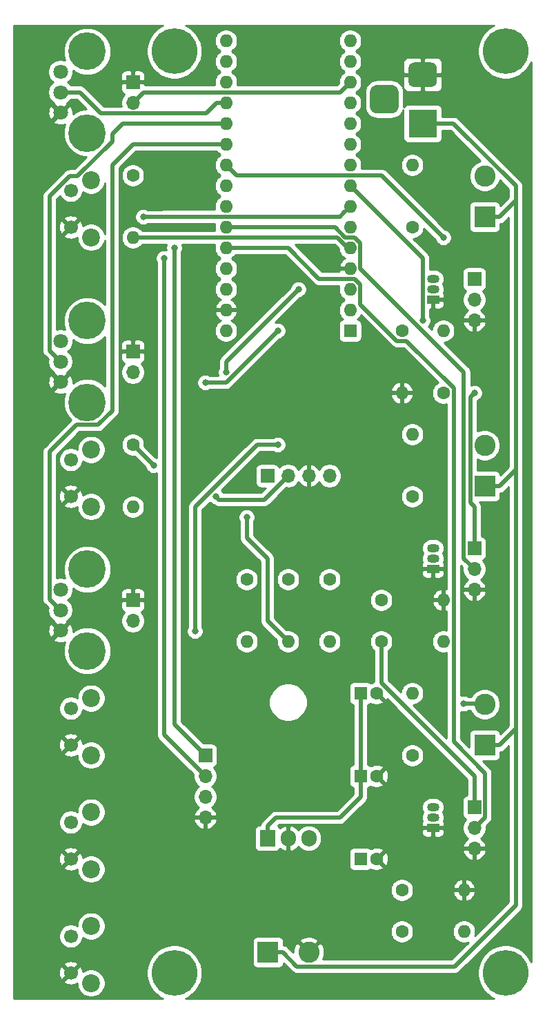
<source format=gbr>
G04 #@! TF.GenerationSoftware,KiCad,Pcbnew,5.1.5+dfsg1-2build2*
G04 #@! TF.CreationDate,2021-03-26T16:18:19-07:00*
G04 #@! TF.ProjectId,ssrcontroller_mcu,73737263-6f6e-4747-926f-6c6c65725f6d,rev?*
G04 #@! TF.SameCoordinates,Original*
G04 #@! TF.FileFunction,Copper,L2,Bot*
G04 #@! TF.FilePolarity,Positive*
%FSLAX46Y46*%
G04 Gerber Fmt 4.6, Leading zero omitted, Abs format (unit mm)*
G04 Created by KiCad (PCBNEW 5.1.5+dfsg1-2build2) date 2021-03-26 16:18:19*
%MOMM*%
%LPD*%
G04 APERTURE LIST*
%ADD10O,1.600000X1.600000*%
%ADD11C,1.600000*%
%ADD12C,1.700000*%
%ADD13C,2.200000*%
%ADD14O,1.700000X1.700000*%
%ADD15R,1.700000X1.700000*%
%ADD16C,0.100000*%
%ADD17R,3.500000X3.500000*%
%ADD18R,1.600000X1.600000*%
%ADD19C,4.600000*%
%ADD20C,1.800000*%
%ADD21C,2.600000*%
%ADD22R,2.600000X2.600000*%
%ADD23C,5.600000*%
%ADD24O,1.905000X2.000000*%
%ADD25R,1.905000X2.000000*%
%ADD26R,1.500000X1.050000*%
%ADD27O,1.500000X1.050000*%
%ADD28C,0.800000*%
%ADD29C,0.500000*%
%ADD30C,0.254000*%
G04 APERTURE END LIST*
D10*
X93980000Y-142240000D03*
D11*
X93980000Y-149860000D03*
D10*
X93980000Y-110490000D03*
D11*
X93980000Y-118110000D03*
D10*
X93980000Y-77470000D03*
D11*
X93980000Y-85090000D03*
D12*
X52070000Y-176530000D03*
X52070000Y-172030000D03*
D13*
X54570000Y-177780000D03*
X54570000Y-170780000D03*
D12*
X52070000Y-118110000D03*
X52070000Y-113610000D03*
D13*
X54570000Y-119360000D03*
X54570000Y-112360000D03*
D12*
X52070000Y-162560000D03*
X52070000Y-158060000D03*
D13*
X54570000Y-163810000D03*
X54570000Y-156810000D03*
D12*
X52070000Y-148590000D03*
X52070000Y-144090000D03*
D13*
X54570000Y-149840000D03*
X54570000Y-142840000D03*
D12*
X52070000Y-85090000D03*
X52070000Y-80590000D03*
D13*
X54570000Y-86340000D03*
X54570000Y-79340000D03*
D14*
X83820000Y-115570000D03*
X81280000Y-115570000D03*
X78740000Y-115570000D03*
D15*
X76200000Y-115570000D03*
D14*
X59690000Y-133350000D03*
D15*
X59690000Y-130810000D03*
D14*
X59690000Y-102870000D03*
D15*
X59690000Y-100330000D03*
D14*
X59690000Y-69850000D03*
D15*
X59690000Y-67310000D03*
G04 #@! TA.AperFunction,ComponentPad*
D16*
G36*
X91510765Y-67644213D02*
G01*
X91595704Y-67656813D01*
X91678999Y-67677677D01*
X91759848Y-67706605D01*
X91837472Y-67743319D01*
X91911124Y-67787464D01*
X91980094Y-67838616D01*
X92043718Y-67896282D01*
X92101384Y-67959906D01*
X92152536Y-68028876D01*
X92196681Y-68102528D01*
X92233395Y-68180152D01*
X92262323Y-68261001D01*
X92283187Y-68344296D01*
X92295787Y-68429235D01*
X92300000Y-68515000D01*
X92300000Y-70265000D01*
X92295787Y-70350765D01*
X92283187Y-70435704D01*
X92262323Y-70518999D01*
X92233395Y-70599848D01*
X92196681Y-70677472D01*
X92152536Y-70751124D01*
X92101384Y-70820094D01*
X92043718Y-70883718D01*
X91980094Y-70941384D01*
X91911124Y-70992536D01*
X91837472Y-71036681D01*
X91759848Y-71073395D01*
X91678999Y-71102323D01*
X91595704Y-71123187D01*
X91510765Y-71135787D01*
X91425000Y-71140000D01*
X89675000Y-71140000D01*
X89589235Y-71135787D01*
X89504296Y-71123187D01*
X89421001Y-71102323D01*
X89340152Y-71073395D01*
X89262528Y-71036681D01*
X89188876Y-70992536D01*
X89119906Y-70941384D01*
X89056282Y-70883718D01*
X88998616Y-70820094D01*
X88947464Y-70751124D01*
X88903319Y-70677472D01*
X88866605Y-70599848D01*
X88837677Y-70518999D01*
X88816813Y-70435704D01*
X88804213Y-70350765D01*
X88800000Y-70265000D01*
X88800000Y-68515000D01*
X88804213Y-68429235D01*
X88816813Y-68344296D01*
X88837677Y-68261001D01*
X88866605Y-68180152D01*
X88903319Y-68102528D01*
X88947464Y-68028876D01*
X88998616Y-67959906D01*
X89056282Y-67896282D01*
X89119906Y-67838616D01*
X89188876Y-67787464D01*
X89262528Y-67743319D01*
X89340152Y-67706605D01*
X89421001Y-67677677D01*
X89504296Y-67656813D01*
X89589235Y-67644213D01*
X89675000Y-67640000D01*
X91425000Y-67640000D01*
X91510765Y-67644213D01*
G37*
G04 #@! TD.AperFunction*
G04 #@! TA.AperFunction,ComponentPad*
G36*
X96323513Y-64893611D02*
G01*
X96396318Y-64904411D01*
X96467714Y-64922295D01*
X96537013Y-64947090D01*
X96603548Y-64978559D01*
X96666678Y-65016398D01*
X96725795Y-65060242D01*
X96780330Y-65109670D01*
X96829758Y-65164205D01*
X96873602Y-65223322D01*
X96911441Y-65286452D01*
X96942910Y-65352987D01*
X96967705Y-65422286D01*
X96985589Y-65493682D01*
X96996389Y-65566487D01*
X97000000Y-65640000D01*
X97000000Y-67140000D01*
X96996389Y-67213513D01*
X96985589Y-67286318D01*
X96967705Y-67357714D01*
X96942910Y-67427013D01*
X96911441Y-67493548D01*
X96873602Y-67556678D01*
X96829758Y-67615795D01*
X96780330Y-67670330D01*
X96725795Y-67719758D01*
X96666678Y-67763602D01*
X96603548Y-67801441D01*
X96537013Y-67832910D01*
X96467714Y-67857705D01*
X96396318Y-67875589D01*
X96323513Y-67886389D01*
X96250000Y-67890000D01*
X94250000Y-67890000D01*
X94176487Y-67886389D01*
X94103682Y-67875589D01*
X94032286Y-67857705D01*
X93962987Y-67832910D01*
X93896452Y-67801441D01*
X93833322Y-67763602D01*
X93774205Y-67719758D01*
X93719670Y-67670330D01*
X93670242Y-67615795D01*
X93626398Y-67556678D01*
X93588559Y-67493548D01*
X93557090Y-67427013D01*
X93532295Y-67357714D01*
X93514411Y-67286318D01*
X93503611Y-67213513D01*
X93500000Y-67140000D01*
X93500000Y-65640000D01*
X93503611Y-65566487D01*
X93514411Y-65493682D01*
X93532295Y-65422286D01*
X93557090Y-65352987D01*
X93588559Y-65286452D01*
X93626398Y-65223322D01*
X93670242Y-65164205D01*
X93719670Y-65109670D01*
X93774205Y-65060242D01*
X93833322Y-65016398D01*
X93896452Y-64978559D01*
X93962987Y-64947090D01*
X94032286Y-64922295D01*
X94103682Y-64904411D01*
X94176487Y-64893611D01*
X94250000Y-64890000D01*
X96250000Y-64890000D01*
X96323513Y-64893611D01*
G37*
G04 #@! TD.AperFunction*
D17*
X95250000Y-72390000D03*
D10*
X71120000Y-62230000D03*
X86360000Y-62230000D03*
X71120000Y-97790000D03*
X86360000Y-64770000D03*
X71120000Y-95250000D03*
X86360000Y-67310000D03*
X71120000Y-92710000D03*
X86360000Y-69850000D03*
X71120000Y-90170000D03*
X86360000Y-72390000D03*
X71120000Y-87630000D03*
X86360000Y-74930000D03*
X71120000Y-85090000D03*
X86360000Y-77470000D03*
X71120000Y-82550000D03*
X86360000Y-80010000D03*
X71120000Y-80010000D03*
X86360000Y-82550000D03*
X71120000Y-77470000D03*
X86360000Y-85090000D03*
X71120000Y-74930000D03*
X86360000Y-87630000D03*
X71120000Y-72390000D03*
X86360000Y-90170000D03*
X71120000Y-69850000D03*
X86360000Y-92710000D03*
X71120000Y-67310000D03*
X86360000Y-95250000D03*
X71120000Y-64770000D03*
D18*
X86360000Y-97790000D03*
D19*
X54100000Y-127040000D03*
X54100000Y-137040000D03*
D20*
X50800000Y-129540000D03*
X50800000Y-132040000D03*
X50800000Y-134540000D03*
D19*
X54100000Y-96560000D03*
X54100000Y-106560000D03*
D20*
X50800000Y-99060000D03*
X50800000Y-101560000D03*
X50800000Y-104060000D03*
D19*
X54100000Y-63540000D03*
X54100000Y-73540000D03*
D20*
X50800000Y-66040000D03*
X50800000Y-68540000D03*
X50800000Y-71040000D03*
D10*
X100330000Y-171450000D03*
D11*
X92710000Y-171450000D03*
D10*
X97790000Y-135890000D03*
D11*
X90170000Y-135890000D03*
D10*
X97790000Y-97790000D03*
D11*
X97790000Y-105410000D03*
D21*
X81280000Y-173990000D03*
D22*
X76280000Y-173990000D03*
D23*
X105410000Y-176530000D03*
X105410000Y-63500000D03*
X64770000Y-176530000D03*
X64770000Y-63500000D03*
D24*
X81280000Y-160020000D03*
X78740000Y-160020000D03*
D25*
X76200000Y-160020000D03*
D10*
X73660000Y-135890000D03*
D11*
X73660000Y-128270000D03*
D10*
X100330000Y-166370000D03*
D11*
X92710000Y-166370000D03*
D10*
X59690000Y-119380000D03*
D11*
X59690000Y-111760000D03*
D10*
X97790000Y-130810000D03*
D11*
X90170000Y-130810000D03*
D10*
X59690000Y-86360000D03*
D11*
X59690000Y-78740000D03*
D10*
X92710000Y-105410000D03*
D11*
X92710000Y-97790000D03*
D10*
X83820000Y-135890000D03*
D11*
X83820000Y-128270000D03*
D10*
X78740000Y-135890000D03*
D11*
X78740000Y-128270000D03*
D26*
X96520000Y-158750000D03*
D27*
X96520000Y-156210000D03*
X96520000Y-157480000D03*
D26*
X96520000Y-127000000D03*
D27*
X96520000Y-124460000D03*
X96520000Y-125730000D03*
D26*
X96520000Y-93980000D03*
D27*
X96520000Y-91440000D03*
X96520000Y-92710000D03*
D14*
X101600000Y-161290000D03*
X101600000Y-158750000D03*
D15*
X101600000Y-156210000D03*
D21*
X102870000Y-143590000D03*
D22*
X102870000Y-148590000D03*
D14*
X101600000Y-129540000D03*
X101600000Y-127000000D03*
D15*
X101600000Y-124460000D03*
D21*
X102870000Y-111840000D03*
D22*
X102870000Y-116840000D03*
D14*
X101600000Y-96520000D03*
X101600000Y-93980000D03*
D15*
X101600000Y-91440000D03*
D21*
X102870000Y-78820000D03*
D22*
X102870000Y-83820000D03*
D14*
X68580000Y-157480000D03*
X68580000Y-154940000D03*
X68580000Y-152400000D03*
D15*
X68580000Y-149860000D03*
D11*
X89630000Y-162560000D03*
D18*
X87630000Y-162560000D03*
D11*
X89630000Y-152400000D03*
D18*
X87630000Y-152400000D03*
D11*
X89630000Y-142240000D03*
D18*
X87630000Y-142240000D03*
D28*
X62230000Y-114300000D03*
X69850000Y-118110000D03*
X69850000Y-118110000D03*
X101600000Y-105410000D03*
X77470000Y-97790000D03*
X68580000Y-104140000D03*
X63500000Y-88900000D03*
X64770000Y-87630000D03*
X73660000Y-120650000D03*
X71120000Y-102870000D03*
X80010000Y-92710000D03*
X77470000Y-111760000D03*
X67310000Y-134620000D03*
X95250000Y-96520000D03*
X60960000Y-83820000D03*
X97790000Y-86360000D03*
X100269999Y-143510000D03*
D29*
X59690000Y-111760000D02*
X62230000Y-114300000D01*
X69850000Y-118110000D02*
X70249999Y-118509999D01*
X101600000Y-154860000D02*
X101600000Y-156210000D01*
X101600000Y-152419999D02*
X101600000Y-154860000D01*
X90170000Y-140989999D02*
X101600000Y-152419999D01*
X90170000Y-135890000D02*
X90170000Y-140989999D01*
X101119999Y-118899999D02*
X101119999Y-105890001D01*
X101600000Y-119380000D02*
X101119999Y-118899999D01*
X101600000Y-124460000D02*
X101600000Y-119380000D01*
X101119999Y-105890001D02*
X101600000Y-105410000D01*
X75800001Y-118509999D02*
X78740000Y-115570000D01*
X70249999Y-118509999D02*
X75800001Y-118509999D01*
X77470000Y-97790000D02*
X71120000Y-104140000D01*
X71120000Y-104140000D02*
X68580000Y-104140000D01*
X68580000Y-104140000D02*
X68580000Y-104140000D01*
X68580000Y-152400000D02*
X63500000Y-147320000D01*
X63500000Y-147320000D02*
X63500000Y-88900000D01*
X63500000Y-88900000D02*
X63500000Y-88900000D01*
X68580000Y-149860000D02*
X64770000Y-146050000D01*
X64770000Y-146050000D02*
X64770000Y-87630000D01*
X64770000Y-87630000D02*
X64770000Y-87630000D01*
X59690000Y-74930000D02*
X71120000Y-74930000D01*
X57150000Y-77470000D02*
X59690000Y-74930000D01*
X57150000Y-107580002D02*
X57150000Y-77470000D01*
X55420001Y-109310001D02*
X57150000Y-107580002D01*
X52779999Y-109310001D02*
X55420001Y-109310001D01*
X49449999Y-112640001D02*
X52779999Y-109310001D01*
X49449999Y-130689999D02*
X49449999Y-112640001D01*
X50800000Y-132040000D02*
X49449999Y-130689999D01*
X50800000Y-101560000D02*
X49449999Y-100209999D01*
X52890001Y-78820001D02*
X57150000Y-74560002D01*
X49449999Y-81285999D02*
X49449999Y-100209999D01*
X51915997Y-78820001D02*
X49449999Y-81285999D01*
X52890001Y-78820001D02*
X51915997Y-78820001D01*
X57150000Y-74560002D02*
X57150000Y-73660000D01*
X57150000Y-73660000D02*
X58420000Y-72390000D01*
X58420000Y-72390000D02*
X71120000Y-72390000D01*
X52072792Y-68540000D02*
X50800000Y-68540000D01*
X55780003Y-71150001D02*
X53170002Y-68540000D01*
X53170002Y-68540000D02*
X52072792Y-68540000D01*
X68688629Y-71150001D02*
X55780003Y-71150001D01*
X69988630Y-69850000D02*
X68688629Y-71150001D01*
X71120000Y-69850000D02*
X69988630Y-69850000D01*
X104670000Y-148590000D02*
X102870000Y-148590000D01*
X106680000Y-146580000D02*
X104670000Y-148590000D01*
X78080000Y-173990000D02*
X76280000Y-173990000D01*
X106680000Y-168220002D02*
X99160001Y-175740001D01*
X79830001Y-175740001D02*
X78080000Y-173990000D01*
X99160001Y-175740001D02*
X79830001Y-175740001D01*
X106680000Y-146050000D02*
X106680000Y-168220002D01*
X106680000Y-116840000D02*
X106680000Y-146050000D01*
X106680000Y-146050000D02*
X106680000Y-146580000D01*
X102870000Y-116840000D02*
X104670000Y-116840000D01*
X104670000Y-116840000D02*
X106680000Y-114830000D01*
X106680000Y-114300000D02*
X106680000Y-116840000D01*
X106680000Y-114830000D02*
X106680000Y-114300000D01*
X106680000Y-81810000D02*
X106680000Y-81280000D01*
X104670000Y-83820000D02*
X106680000Y-81810000D01*
X106680000Y-81280000D02*
X106680000Y-114300000D01*
X102870000Y-83820000D02*
X104670000Y-83820000D01*
X76200000Y-160020000D02*
X76200000Y-159972500D01*
X87630000Y-154940000D02*
X87630000Y-152400000D01*
X85090000Y-157480000D02*
X87630000Y-154940000D01*
X87630000Y-152400000D02*
X87630000Y-142240000D01*
X97500000Y-72390000D02*
X95250000Y-72390000D01*
X99030002Y-72390000D02*
X97500000Y-72390000D01*
X106680000Y-80039998D02*
X99030002Y-72390000D01*
X106680000Y-81280000D02*
X106680000Y-80039998D01*
X76200000Y-158520000D02*
X76200000Y-160020000D01*
X77240000Y-157480000D02*
X76200000Y-158520000D01*
X85090000Y-157480000D02*
X77240000Y-157480000D01*
X73660000Y-120650000D02*
X73660000Y-123190000D01*
X73660000Y-123190000D02*
X76200000Y-125730000D01*
X76200000Y-133350000D02*
X78740000Y-135890000D01*
X76200000Y-125730000D02*
X76200000Y-133350000D01*
X71120000Y-102870000D02*
X71120000Y-101600000D01*
X71120000Y-101600000D02*
X80010000Y-92710000D01*
X80010000Y-92710000D02*
X80010000Y-92710000D01*
X102900001Y-152030003D02*
X99060000Y-148190002D01*
X102900001Y-157449999D02*
X102900001Y-152030003D01*
X101600000Y-158750000D02*
X102900001Y-157449999D01*
X87610001Y-92109999D02*
X86920003Y-91420001D01*
X92109999Y-99040001D02*
X87610001Y-94540003D01*
X93270003Y-99040001D02*
X92109999Y-99040001D01*
X86920003Y-91420001D02*
X82530001Y-91420001D01*
X99060000Y-104829998D02*
X93270003Y-99040001D01*
X87610001Y-94540003D02*
X87610001Y-92109999D01*
X99060000Y-148190002D02*
X99060000Y-104829998D01*
X82530001Y-91420001D02*
X78740000Y-87630000D01*
X78740000Y-87630000D02*
X71120000Y-87630000D01*
X87610001Y-87029999D02*
X86920003Y-86340001D01*
X87610001Y-90150001D02*
X87610001Y-87029999D01*
X100299999Y-102839999D02*
X87610001Y-90150001D01*
X100299999Y-125699999D02*
X100299999Y-102839999D01*
X101600000Y-127000000D02*
X100299999Y-125699999D01*
X85759999Y-86340001D02*
X84509998Y-85090000D01*
X86920003Y-86340001D02*
X85759999Y-86340001D01*
X84509998Y-85090000D02*
X83820000Y-85090000D01*
X83820000Y-85090000D02*
X71120000Y-85090000D01*
X74941998Y-111760000D02*
X67310000Y-119391998D01*
X77470000Y-111760000D02*
X74941998Y-111760000D01*
X67310000Y-119391998D02*
X67310000Y-134620000D01*
X67310000Y-134620000D02*
X67310000Y-134620000D01*
X95250000Y-88900000D02*
X86360000Y-80010000D01*
X95250000Y-96520000D02*
X95250000Y-88900000D01*
X85560001Y-83349999D02*
X86360000Y-82550000D01*
X85109999Y-83800001D02*
X85560001Y-83349999D01*
X63480001Y-83800001D02*
X85109999Y-83800001D01*
X60960000Y-83820000D02*
X63500000Y-83820000D01*
X71919999Y-78269999D02*
X71120000Y-77470000D01*
X72409999Y-78759999D02*
X71919999Y-78269999D01*
X90189999Y-78759999D02*
X72409999Y-78759999D01*
X97790000Y-86360000D02*
X90189999Y-78759999D01*
X86060036Y-87630000D02*
X86360000Y-87630000D01*
X84790036Y-86360000D02*
X86060036Y-87630000D01*
X59690000Y-86360000D02*
X84790036Y-86360000D01*
X60539999Y-69000001D02*
X59690000Y-69850000D01*
X85109999Y-68560001D02*
X60979999Y-68560001D01*
X60979999Y-68560001D02*
X60539999Y-69000001D01*
X86360000Y-67310000D02*
X85109999Y-68560001D01*
X102790000Y-143510000D02*
X102870000Y-143590000D01*
X100269999Y-143510000D02*
X102790000Y-143510000D01*
D30*
G36*
X63142918Y-60455943D02*
G01*
X62580315Y-60831862D01*
X62101862Y-61310315D01*
X61725943Y-61872918D01*
X61467006Y-62498048D01*
X61335000Y-63161682D01*
X61335000Y-63838318D01*
X61467006Y-64501952D01*
X61725943Y-65127082D01*
X62101862Y-65689685D01*
X62580315Y-66168138D01*
X63142918Y-66544057D01*
X63768048Y-66802994D01*
X64431682Y-66935000D01*
X65108318Y-66935000D01*
X65771952Y-66802994D01*
X66397082Y-66544057D01*
X66959685Y-66168138D01*
X67438138Y-65689685D01*
X67814057Y-65127082D01*
X68072994Y-64501952D01*
X68205000Y-63838318D01*
X68205000Y-63161682D01*
X68072994Y-62498048D01*
X67814057Y-61872918D01*
X67438138Y-61310315D01*
X66959685Y-60831862D01*
X66397082Y-60455943D01*
X66141313Y-60350000D01*
X104038687Y-60350000D01*
X103782918Y-60455943D01*
X103220315Y-60831862D01*
X102741862Y-61310315D01*
X102365943Y-61872918D01*
X102107006Y-62498048D01*
X101975000Y-63161682D01*
X101975000Y-63838318D01*
X102107006Y-64501952D01*
X102365943Y-65127082D01*
X102741862Y-65689685D01*
X103220315Y-66168138D01*
X103782918Y-66544057D01*
X104408048Y-66802994D01*
X105071682Y-66935000D01*
X105748318Y-66935000D01*
X106411952Y-66802994D01*
X107037082Y-66544057D01*
X107599685Y-66168138D01*
X108078138Y-65689685D01*
X108454057Y-65127082D01*
X108560001Y-64871310D01*
X108560000Y-175158687D01*
X108454057Y-174902918D01*
X108078138Y-174340315D01*
X107599685Y-173861862D01*
X107037082Y-173485943D01*
X106411952Y-173227006D01*
X105748318Y-173095000D01*
X105071682Y-173095000D01*
X104408048Y-173227006D01*
X103782918Y-173485943D01*
X103220315Y-173861862D01*
X102741862Y-174340315D01*
X102365943Y-174902918D01*
X102107006Y-175528048D01*
X101975000Y-176191682D01*
X101975000Y-176868318D01*
X102107006Y-177531952D01*
X102365943Y-178157082D01*
X102741862Y-178719685D01*
X103220315Y-179198138D01*
X103782918Y-179574057D01*
X104038687Y-179680000D01*
X66141313Y-179680000D01*
X66397082Y-179574057D01*
X66959685Y-179198138D01*
X67438138Y-178719685D01*
X67814057Y-178157082D01*
X68072994Y-177531952D01*
X68205000Y-176868318D01*
X68205000Y-176191682D01*
X68072994Y-175528048D01*
X67814057Y-174902918D01*
X67438138Y-174340315D01*
X66959685Y-173861862D01*
X66397082Y-173485943D01*
X65771952Y-173227006D01*
X65108318Y-173095000D01*
X64431682Y-173095000D01*
X63768048Y-173227006D01*
X63142918Y-173485943D01*
X62580315Y-173861862D01*
X62101862Y-174340315D01*
X61725943Y-174902918D01*
X61467006Y-175528048D01*
X61335000Y-176191682D01*
X61335000Y-176868318D01*
X61467006Y-177531952D01*
X61725943Y-178157082D01*
X62101862Y-178719685D01*
X62580315Y-179198138D01*
X63142918Y-179574057D01*
X63398687Y-179680000D01*
X45110000Y-179680000D01*
X45110000Y-177558397D01*
X51221208Y-177558397D01*
X51298843Y-177807472D01*
X51562883Y-177933371D01*
X51846411Y-178005339D01*
X52138531Y-178020611D01*
X52428019Y-177978599D01*
X52703747Y-177880919D01*
X52835000Y-177810763D01*
X52835000Y-177950883D01*
X52901675Y-178286081D01*
X53032463Y-178601831D01*
X53222337Y-178885998D01*
X53464002Y-179127663D01*
X53748169Y-179317537D01*
X54063919Y-179448325D01*
X54399117Y-179515000D01*
X54740883Y-179515000D01*
X55076081Y-179448325D01*
X55391831Y-179317537D01*
X55675998Y-179127663D01*
X55917663Y-178885998D01*
X56107537Y-178601831D01*
X56238325Y-178286081D01*
X56305000Y-177950883D01*
X56305000Y-177609117D01*
X56238325Y-177273919D01*
X56107537Y-176958169D01*
X55917663Y-176674002D01*
X55675998Y-176432337D01*
X55391831Y-176242463D01*
X55076081Y-176111675D01*
X54740883Y-176045000D01*
X54399117Y-176045000D01*
X54063919Y-176111675D01*
X53748169Y-176242463D01*
X53548217Y-176376066D01*
X53518599Y-176171981D01*
X53420919Y-175896253D01*
X53347472Y-175758843D01*
X53098397Y-175681208D01*
X52249605Y-176530000D01*
X52263748Y-176544143D01*
X52084143Y-176723748D01*
X52070000Y-176709605D01*
X51221208Y-177558397D01*
X45110000Y-177558397D01*
X45110000Y-176598531D01*
X50579389Y-176598531D01*
X50621401Y-176888019D01*
X50719081Y-177163747D01*
X50792528Y-177301157D01*
X51041603Y-177378792D01*
X51890395Y-176530000D01*
X51041603Y-175681208D01*
X50792528Y-175758843D01*
X50666629Y-176022883D01*
X50594661Y-176306411D01*
X50579389Y-176598531D01*
X45110000Y-176598531D01*
X45110000Y-175501603D01*
X51221208Y-175501603D01*
X52070000Y-176350395D01*
X52918792Y-175501603D01*
X52841157Y-175252528D01*
X52577117Y-175126629D01*
X52293589Y-175054661D01*
X52001469Y-175039389D01*
X51711981Y-175081401D01*
X51436253Y-175179081D01*
X51298843Y-175252528D01*
X51221208Y-175501603D01*
X45110000Y-175501603D01*
X45110000Y-171883740D01*
X50585000Y-171883740D01*
X50585000Y-172176260D01*
X50642068Y-172463158D01*
X50754010Y-172733411D01*
X50916525Y-172976632D01*
X51123368Y-173183475D01*
X51366589Y-173345990D01*
X51636842Y-173457932D01*
X51923740Y-173515000D01*
X52216260Y-173515000D01*
X52503158Y-173457932D01*
X52773411Y-173345990D01*
X53016632Y-173183475D01*
X53223475Y-172976632D01*
X53385990Y-172733411D01*
X53497932Y-172463158D01*
X53552857Y-172187034D01*
X53748169Y-172317537D01*
X54063919Y-172448325D01*
X54399117Y-172515000D01*
X54740883Y-172515000D01*
X55076081Y-172448325D01*
X55391831Y-172317537D01*
X55675998Y-172127663D01*
X55917663Y-171885998D01*
X56107537Y-171601831D01*
X56228970Y-171308665D01*
X91275000Y-171308665D01*
X91275000Y-171591335D01*
X91330147Y-171868574D01*
X91438320Y-172129727D01*
X91595363Y-172364759D01*
X91795241Y-172564637D01*
X92030273Y-172721680D01*
X92291426Y-172829853D01*
X92568665Y-172885000D01*
X92851335Y-172885000D01*
X93128574Y-172829853D01*
X93389727Y-172721680D01*
X93624759Y-172564637D01*
X93824637Y-172364759D01*
X93981680Y-172129727D01*
X94089853Y-171868574D01*
X94145000Y-171591335D01*
X94145000Y-171308665D01*
X94089853Y-171031426D01*
X93981680Y-170770273D01*
X93824637Y-170535241D01*
X93624759Y-170335363D01*
X93389727Y-170178320D01*
X93128574Y-170070147D01*
X92851335Y-170015000D01*
X92568665Y-170015000D01*
X92291426Y-170070147D01*
X92030273Y-170178320D01*
X91795241Y-170335363D01*
X91595363Y-170535241D01*
X91438320Y-170770273D01*
X91330147Y-171031426D01*
X91275000Y-171308665D01*
X56228970Y-171308665D01*
X56238325Y-171286081D01*
X56305000Y-170950883D01*
X56305000Y-170609117D01*
X56238325Y-170273919D01*
X56107537Y-169958169D01*
X55917663Y-169674002D01*
X55675998Y-169432337D01*
X55391831Y-169242463D01*
X55076081Y-169111675D01*
X54740883Y-169045000D01*
X54399117Y-169045000D01*
X54063919Y-169111675D01*
X53748169Y-169242463D01*
X53464002Y-169432337D01*
X53222337Y-169674002D01*
X53032463Y-169958169D01*
X52901675Y-170273919D01*
X52835000Y-170609117D01*
X52835000Y-170755162D01*
X52773411Y-170714010D01*
X52503158Y-170602068D01*
X52216260Y-170545000D01*
X51923740Y-170545000D01*
X51636842Y-170602068D01*
X51366589Y-170714010D01*
X51123368Y-170876525D01*
X50916525Y-171083368D01*
X50754010Y-171326589D01*
X50642068Y-171596842D01*
X50585000Y-171883740D01*
X45110000Y-171883740D01*
X45110000Y-166228665D01*
X91275000Y-166228665D01*
X91275000Y-166511335D01*
X91330147Y-166788574D01*
X91438320Y-167049727D01*
X91595363Y-167284759D01*
X91795241Y-167484637D01*
X92030273Y-167641680D01*
X92291426Y-167749853D01*
X92568665Y-167805000D01*
X92851335Y-167805000D01*
X93128574Y-167749853D01*
X93389727Y-167641680D01*
X93624759Y-167484637D01*
X93824637Y-167284759D01*
X93981680Y-167049727D01*
X94089853Y-166788574D01*
X94103684Y-166719039D01*
X98938096Y-166719039D01*
X98978754Y-166853087D01*
X99098963Y-167107420D01*
X99266481Y-167333414D01*
X99474869Y-167522385D01*
X99716119Y-167667070D01*
X99980960Y-167761909D01*
X100203000Y-167640624D01*
X100203000Y-166497000D01*
X100457000Y-166497000D01*
X100457000Y-167640624D01*
X100679040Y-167761909D01*
X100943881Y-167667070D01*
X101185131Y-167522385D01*
X101393519Y-167333414D01*
X101561037Y-167107420D01*
X101681246Y-166853087D01*
X101721904Y-166719039D01*
X101599915Y-166497000D01*
X100457000Y-166497000D01*
X100203000Y-166497000D01*
X99060085Y-166497000D01*
X98938096Y-166719039D01*
X94103684Y-166719039D01*
X94145000Y-166511335D01*
X94145000Y-166228665D01*
X94103685Y-166020961D01*
X98938096Y-166020961D01*
X99060085Y-166243000D01*
X100203000Y-166243000D01*
X100203000Y-165099376D01*
X100457000Y-165099376D01*
X100457000Y-166243000D01*
X101599915Y-166243000D01*
X101721904Y-166020961D01*
X101681246Y-165886913D01*
X101561037Y-165632580D01*
X101393519Y-165406586D01*
X101185131Y-165217615D01*
X100943881Y-165072930D01*
X100679040Y-164978091D01*
X100457000Y-165099376D01*
X100203000Y-165099376D01*
X99980960Y-164978091D01*
X99716119Y-165072930D01*
X99474869Y-165217615D01*
X99266481Y-165406586D01*
X99098963Y-165632580D01*
X98978754Y-165886913D01*
X98938096Y-166020961D01*
X94103685Y-166020961D01*
X94089853Y-165951426D01*
X93981680Y-165690273D01*
X93824637Y-165455241D01*
X93624759Y-165255363D01*
X93389727Y-165098320D01*
X93128574Y-164990147D01*
X92851335Y-164935000D01*
X92568665Y-164935000D01*
X92291426Y-164990147D01*
X92030273Y-165098320D01*
X91795241Y-165255363D01*
X91595363Y-165455241D01*
X91438320Y-165690273D01*
X91330147Y-165951426D01*
X91275000Y-166228665D01*
X45110000Y-166228665D01*
X45110000Y-163588397D01*
X51221208Y-163588397D01*
X51298843Y-163837472D01*
X51562883Y-163963371D01*
X51846411Y-164035339D01*
X52138531Y-164050611D01*
X52428019Y-164008599D01*
X52703747Y-163910919D01*
X52835000Y-163840763D01*
X52835000Y-163980883D01*
X52901675Y-164316081D01*
X53032463Y-164631831D01*
X53222337Y-164915998D01*
X53464002Y-165157663D01*
X53748169Y-165347537D01*
X54063919Y-165478325D01*
X54399117Y-165545000D01*
X54740883Y-165545000D01*
X55076081Y-165478325D01*
X55391831Y-165347537D01*
X55675998Y-165157663D01*
X55917663Y-164915998D01*
X56107537Y-164631831D01*
X56238325Y-164316081D01*
X56305000Y-163980883D01*
X56305000Y-163639117D01*
X56238325Y-163303919D01*
X56107537Y-162988169D01*
X55917663Y-162704002D01*
X55675998Y-162462337D01*
X55391831Y-162272463D01*
X55076081Y-162141675D01*
X54740883Y-162075000D01*
X54399117Y-162075000D01*
X54063919Y-162141675D01*
X53748169Y-162272463D01*
X53548217Y-162406066D01*
X53518599Y-162201981D01*
X53420919Y-161926253D01*
X53347472Y-161788843D01*
X53254936Y-161760000D01*
X86191928Y-161760000D01*
X86191928Y-163360000D01*
X86204188Y-163484482D01*
X86240498Y-163604180D01*
X86299463Y-163714494D01*
X86378815Y-163811185D01*
X86475506Y-163890537D01*
X86585820Y-163949502D01*
X86705518Y-163985812D01*
X86830000Y-163998072D01*
X88430000Y-163998072D01*
X88554482Y-163985812D01*
X88674180Y-163949502D01*
X88784494Y-163890537D01*
X88881185Y-163811185D01*
X88891807Y-163798242D01*
X89143996Y-163917571D01*
X89418184Y-163986300D01*
X89700512Y-164000217D01*
X89980130Y-163958787D01*
X90246292Y-163863603D01*
X90371514Y-163796671D01*
X90443097Y-163552702D01*
X89630000Y-162739605D01*
X89615858Y-162753748D01*
X89436253Y-162574143D01*
X89450395Y-162560000D01*
X89809605Y-162560000D01*
X90622702Y-163373097D01*
X90866671Y-163301514D01*
X90987571Y-163046004D01*
X91056300Y-162771816D01*
X91070217Y-162489488D01*
X91028787Y-162209870D01*
X90933603Y-161943708D01*
X90866671Y-161818486D01*
X90622702Y-161746903D01*
X89809605Y-162560000D01*
X89450395Y-162560000D01*
X89436253Y-162545858D01*
X89615858Y-162366253D01*
X89630000Y-162380395D01*
X90363505Y-161646890D01*
X100158524Y-161646890D01*
X100203175Y-161794099D01*
X100328359Y-162056920D01*
X100502412Y-162290269D01*
X100718645Y-162485178D01*
X100968748Y-162634157D01*
X101243109Y-162731481D01*
X101473000Y-162610814D01*
X101473000Y-161417000D01*
X101727000Y-161417000D01*
X101727000Y-162610814D01*
X101956891Y-162731481D01*
X102231252Y-162634157D01*
X102481355Y-162485178D01*
X102697588Y-162290269D01*
X102871641Y-162056920D01*
X102996825Y-161794099D01*
X103041476Y-161646890D01*
X102920155Y-161417000D01*
X101727000Y-161417000D01*
X101473000Y-161417000D01*
X100279845Y-161417000D01*
X100158524Y-161646890D01*
X90363505Y-161646890D01*
X90443097Y-161567298D01*
X90371514Y-161323329D01*
X90116004Y-161202429D01*
X89841816Y-161133700D01*
X89559488Y-161119783D01*
X89279870Y-161161213D01*
X89013708Y-161256397D01*
X88891691Y-161321616D01*
X88881185Y-161308815D01*
X88784494Y-161229463D01*
X88674180Y-161170498D01*
X88554482Y-161134188D01*
X88430000Y-161121928D01*
X86830000Y-161121928D01*
X86705518Y-161134188D01*
X86585820Y-161170498D01*
X86475506Y-161229463D01*
X86378815Y-161308815D01*
X86299463Y-161405506D01*
X86240498Y-161515820D01*
X86204188Y-161635518D01*
X86191928Y-161760000D01*
X53254936Y-161760000D01*
X53098397Y-161711208D01*
X52249605Y-162560000D01*
X52263748Y-162574143D01*
X52084143Y-162753748D01*
X52070000Y-162739605D01*
X51221208Y-163588397D01*
X45110000Y-163588397D01*
X45110000Y-162628531D01*
X50579389Y-162628531D01*
X50621401Y-162918019D01*
X50719081Y-163193747D01*
X50792528Y-163331157D01*
X51041603Y-163408792D01*
X51890395Y-162560000D01*
X51041603Y-161711208D01*
X50792528Y-161788843D01*
X50666629Y-162052883D01*
X50594661Y-162336411D01*
X50579389Y-162628531D01*
X45110000Y-162628531D01*
X45110000Y-161531603D01*
X51221208Y-161531603D01*
X52070000Y-162380395D01*
X52918792Y-161531603D01*
X52841157Y-161282528D01*
X52577117Y-161156629D01*
X52293589Y-161084661D01*
X52001469Y-161069389D01*
X51711981Y-161111401D01*
X51436253Y-161209081D01*
X51298843Y-161282528D01*
X51221208Y-161531603D01*
X45110000Y-161531603D01*
X45110000Y-157913740D01*
X50585000Y-157913740D01*
X50585000Y-158206260D01*
X50642068Y-158493158D01*
X50754010Y-158763411D01*
X50916525Y-159006632D01*
X51123368Y-159213475D01*
X51366589Y-159375990D01*
X51636842Y-159487932D01*
X51923740Y-159545000D01*
X52216260Y-159545000D01*
X52503158Y-159487932D01*
X52773411Y-159375990D01*
X53016632Y-159213475D01*
X53223475Y-159006632D01*
X53385990Y-158763411D01*
X53497932Y-158493158D01*
X53552857Y-158217034D01*
X53748169Y-158347537D01*
X54063919Y-158478325D01*
X54399117Y-158545000D01*
X54740883Y-158545000D01*
X55076081Y-158478325D01*
X55391831Y-158347537D01*
X55675998Y-158157663D01*
X55917663Y-157915998D01*
X55970521Y-157836890D01*
X67138524Y-157836890D01*
X67183175Y-157984099D01*
X67308359Y-158246920D01*
X67482412Y-158480269D01*
X67698645Y-158675178D01*
X67948748Y-158824157D01*
X68223109Y-158921481D01*
X68453000Y-158800814D01*
X68453000Y-157607000D01*
X68707000Y-157607000D01*
X68707000Y-158800814D01*
X68936891Y-158921481D01*
X69211252Y-158824157D01*
X69461355Y-158675178D01*
X69677588Y-158480269D01*
X69851641Y-158246920D01*
X69976825Y-157984099D01*
X70021476Y-157836890D01*
X69900155Y-157607000D01*
X68707000Y-157607000D01*
X68453000Y-157607000D01*
X67259845Y-157607000D01*
X67138524Y-157836890D01*
X55970521Y-157836890D01*
X56107537Y-157631831D01*
X56238325Y-157316081D01*
X56305000Y-156980883D01*
X56305000Y-156639117D01*
X56238325Y-156303919D01*
X56107537Y-155988169D01*
X55917663Y-155704002D01*
X55675998Y-155462337D01*
X55391831Y-155272463D01*
X55076081Y-155141675D01*
X54740883Y-155075000D01*
X54399117Y-155075000D01*
X54063919Y-155141675D01*
X53748169Y-155272463D01*
X53464002Y-155462337D01*
X53222337Y-155704002D01*
X53032463Y-155988169D01*
X52901675Y-156303919D01*
X52835000Y-156639117D01*
X52835000Y-156785162D01*
X52773411Y-156744010D01*
X52503158Y-156632068D01*
X52216260Y-156575000D01*
X51923740Y-156575000D01*
X51636842Y-156632068D01*
X51366589Y-156744010D01*
X51123368Y-156906525D01*
X50916525Y-157113368D01*
X50754010Y-157356589D01*
X50642068Y-157626842D01*
X50585000Y-157913740D01*
X45110000Y-157913740D01*
X45110000Y-149618397D01*
X51221208Y-149618397D01*
X51298843Y-149867472D01*
X51562883Y-149993371D01*
X51846411Y-150065339D01*
X52138531Y-150080611D01*
X52428019Y-150038599D01*
X52703747Y-149940919D01*
X52835000Y-149870763D01*
X52835000Y-150010883D01*
X52901675Y-150346081D01*
X53032463Y-150661831D01*
X53222337Y-150945998D01*
X53464002Y-151187663D01*
X53748169Y-151377537D01*
X54063919Y-151508325D01*
X54399117Y-151575000D01*
X54740883Y-151575000D01*
X55076081Y-151508325D01*
X55391831Y-151377537D01*
X55675998Y-151187663D01*
X55917663Y-150945998D01*
X56107537Y-150661831D01*
X56238325Y-150346081D01*
X56305000Y-150010883D01*
X56305000Y-149669117D01*
X56238325Y-149333919D01*
X56107537Y-149018169D01*
X55917663Y-148734002D01*
X55675998Y-148492337D01*
X55391831Y-148302463D01*
X55076081Y-148171675D01*
X54740883Y-148105000D01*
X54399117Y-148105000D01*
X54063919Y-148171675D01*
X53748169Y-148302463D01*
X53548217Y-148436066D01*
X53518599Y-148231981D01*
X53420919Y-147956253D01*
X53347472Y-147818843D01*
X53098397Y-147741208D01*
X52249605Y-148590000D01*
X52263748Y-148604143D01*
X52084143Y-148783748D01*
X52070000Y-148769605D01*
X51221208Y-149618397D01*
X45110000Y-149618397D01*
X45110000Y-148658531D01*
X50579389Y-148658531D01*
X50621401Y-148948019D01*
X50719081Y-149223747D01*
X50792528Y-149361157D01*
X51041603Y-149438792D01*
X51890395Y-148590000D01*
X51041603Y-147741208D01*
X50792528Y-147818843D01*
X50666629Y-148082883D01*
X50594661Y-148366411D01*
X50579389Y-148658531D01*
X45110000Y-148658531D01*
X45110000Y-147561603D01*
X51221208Y-147561603D01*
X52070000Y-148410395D01*
X52918792Y-147561603D01*
X52841157Y-147312528D01*
X52577117Y-147186629D01*
X52293589Y-147114661D01*
X52001469Y-147099389D01*
X51711981Y-147141401D01*
X51436253Y-147239081D01*
X51298843Y-147312528D01*
X51221208Y-147561603D01*
X45110000Y-147561603D01*
X45110000Y-143943740D01*
X50585000Y-143943740D01*
X50585000Y-144236260D01*
X50642068Y-144523158D01*
X50754010Y-144793411D01*
X50916525Y-145036632D01*
X51123368Y-145243475D01*
X51366589Y-145405990D01*
X51636842Y-145517932D01*
X51923740Y-145575000D01*
X52216260Y-145575000D01*
X52503158Y-145517932D01*
X52773411Y-145405990D01*
X53016632Y-145243475D01*
X53223475Y-145036632D01*
X53385990Y-144793411D01*
X53497932Y-144523158D01*
X53552857Y-144247034D01*
X53748169Y-144377537D01*
X54063919Y-144508325D01*
X54399117Y-144575000D01*
X54740883Y-144575000D01*
X55076081Y-144508325D01*
X55391831Y-144377537D01*
X55675998Y-144187663D01*
X55917663Y-143945998D01*
X56107537Y-143661831D01*
X56238325Y-143346081D01*
X56305000Y-143010883D01*
X56305000Y-142669117D01*
X56238325Y-142333919D01*
X56107537Y-142018169D01*
X55917663Y-141734002D01*
X55675998Y-141492337D01*
X55391831Y-141302463D01*
X55076081Y-141171675D01*
X54740883Y-141105000D01*
X54399117Y-141105000D01*
X54063919Y-141171675D01*
X53748169Y-141302463D01*
X53464002Y-141492337D01*
X53222337Y-141734002D01*
X53032463Y-142018169D01*
X52901675Y-142333919D01*
X52835000Y-142669117D01*
X52835000Y-142815162D01*
X52773411Y-142774010D01*
X52503158Y-142662068D01*
X52216260Y-142605000D01*
X51923740Y-142605000D01*
X51636842Y-142662068D01*
X51366589Y-142774010D01*
X51123368Y-142936525D01*
X50916525Y-143143368D01*
X50754010Y-143386589D01*
X50642068Y-143656842D01*
X50585000Y-143943740D01*
X45110000Y-143943740D01*
X45110000Y-135604080D01*
X49915525Y-135604080D01*
X49999208Y-135858261D01*
X50271775Y-135989158D01*
X50564642Y-136064365D01*
X50866553Y-136080991D01*
X51165907Y-136038397D01*
X51367356Y-135967662D01*
X51277791Y-136183892D01*
X51165000Y-136750928D01*
X51165000Y-137329072D01*
X51277791Y-137896108D01*
X51499037Y-138430244D01*
X51820237Y-138910953D01*
X52229047Y-139319763D01*
X52709756Y-139640963D01*
X53243892Y-139862209D01*
X53810928Y-139975000D01*
X54389072Y-139975000D01*
X54956108Y-139862209D01*
X55490244Y-139640963D01*
X55970953Y-139319763D01*
X56379763Y-138910953D01*
X56700963Y-138430244D01*
X56922209Y-137896108D01*
X57035000Y-137329072D01*
X57035000Y-136750928D01*
X56922209Y-136183892D01*
X56700963Y-135649756D01*
X56379763Y-135169047D01*
X55970953Y-134760237D01*
X55490244Y-134439037D01*
X54956108Y-134217791D01*
X54389072Y-134105000D01*
X53810928Y-134105000D01*
X53243892Y-134217791D01*
X52709756Y-134439037D01*
X52328871Y-134693537D01*
X52340991Y-134473447D01*
X52298397Y-134174093D01*
X52198222Y-133888801D01*
X52118261Y-133739208D01*
X51864080Y-133655525D01*
X50979605Y-134540000D01*
X50993748Y-134554143D01*
X50814143Y-134733748D01*
X50800000Y-134719605D01*
X49915525Y-135604080D01*
X45110000Y-135604080D01*
X45110000Y-134606553D01*
X49259009Y-134606553D01*
X49301603Y-134905907D01*
X49401778Y-135191199D01*
X49481739Y-135340792D01*
X49735920Y-135424475D01*
X50620395Y-134540000D01*
X49735920Y-133655525D01*
X49481739Y-133739208D01*
X49350842Y-134011775D01*
X49275635Y-134304642D01*
X49259009Y-134606553D01*
X45110000Y-134606553D01*
X45110000Y-104126553D01*
X49259009Y-104126553D01*
X49301603Y-104425907D01*
X49401778Y-104711199D01*
X49481739Y-104860792D01*
X49735920Y-104944475D01*
X50620395Y-104060000D01*
X49735920Y-103175525D01*
X49481739Y-103259208D01*
X49350842Y-103531775D01*
X49275635Y-103824642D01*
X49259009Y-104126553D01*
X45110000Y-104126553D01*
X45110000Y-81285999D01*
X48560718Y-81285999D01*
X48564999Y-81329468D01*
X48565000Y-100166520D01*
X48560718Y-100209999D01*
X48577804Y-100383489D01*
X48628411Y-100550312D01*
X48710589Y-100704058D01*
X48793467Y-100805045D01*
X48793470Y-100805048D01*
X48821183Y-100838816D01*
X48854950Y-100866528D01*
X49286940Y-101298518D01*
X49265000Y-101408816D01*
X49265000Y-101711184D01*
X49323989Y-102007743D01*
X49439701Y-102287095D01*
X49607688Y-102538505D01*
X49821495Y-102752312D01*
X49964310Y-102847738D01*
X49915525Y-102995920D01*
X50800000Y-103880395D01*
X51684475Y-102995920D01*
X51635690Y-102847738D01*
X51778505Y-102752312D01*
X51992312Y-102538505D01*
X52160299Y-102287095D01*
X52276011Y-102007743D01*
X52335000Y-101711184D01*
X52335000Y-101408816D01*
X52276011Y-101112257D01*
X52160299Y-100832905D01*
X51992312Y-100581495D01*
X51778505Y-100367688D01*
X51692169Y-100310000D01*
X51778505Y-100252312D01*
X51992312Y-100038505D01*
X52160299Y-99787095D01*
X52276011Y-99507743D01*
X52335000Y-99211184D01*
X52335000Y-98910559D01*
X52709756Y-99160963D01*
X53243892Y-99382209D01*
X53810928Y-99495000D01*
X54389072Y-99495000D01*
X54956108Y-99382209D01*
X55490244Y-99160963D01*
X55970953Y-98839763D01*
X56265000Y-98545716D01*
X56265000Y-104574284D01*
X55970953Y-104280237D01*
X55490244Y-103959037D01*
X54956108Y-103737791D01*
X54389072Y-103625000D01*
X53810928Y-103625000D01*
X53243892Y-103737791D01*
X52709756Y-103959037D01*
X52328871Y-104213537D01*
X52340991Y-103993447D01*
X52298397Y-103694093D01*
X52198222Y-103408801D01*
X52118261Y-103259208D01*
X51864080Y-103175525D01*
X50979605Y-104060000D01*
X50993748Y-104074143D01*
X50814143Y-104253748D01*
X50800000Y-104239605D01*
X49915525Y-105124080D01*
X49999208Y-105378261D01*
X50271775Y-105509158D01*
X50564642Y-105584365D01*
X50866553Y-105600991D01*
X51165907Y-105558397D01*
X51367356Y-105487662D01*
X51277791Y-105703892D01*
X51165000Y-106270928D01*
X51165000Y-106849072D01*
X51277791Y-107416108D01*
X51499037Y-107950244D01*
X51820237Y-108430953D01*
X52113853Y-108724569D01*
X48854950Y-111983472D01*
X48821183Y-112011184D01*
X48793470Y-112044952D01*
X48793467Y-112044955D01*
X48710589Y-112145942D01*
X48628411Y-112299688D01*
X48577804Y-112466511D01*
X48560718Y-112640001D01*
X48565000Y-112683480D01*
X48564999Y-130646530D01*
X48560718Y-130689999D01*
X48564999Y-130733468D01*
X48564999Y-130733475D01*
X48577804Y-130863488D01*
X48628410Y-131030311D01*
X48710588Y-131184057D01*
X48821182Y-131318816D01*
X48854955Y-131346533D01*
X49286940Y-131778518D01*
X49265000Y-131888816D01*
X49265000Y-132191184D01*
X49323989Y-132487743D01*
X49439701Y-132767095D01*
X49607688Y-133018505D01*
X49821495Y-133232312D01*
X49964310Y-133327738D01*
X49915525Y-133475920D01*
X50800000Y-134360395D01*
X51684475Y-133475920D01*
X51635690Y-133327738D01*
X51778505Y-133232312D01*
X51992312Y-133018505D01*
X52160299Y-132767095D01*
X52276011Y-132487743D01*
X52335000Y-132191184D01*
X52335000Y-131888816D01*
X52289486Y-131660000D01*
X58201928Y-131660000D01*
X58214188Y-131784482D01*
X58250498Y-131904180D01*
X58309463Y-132014494D01*
X58388815Y-132111185D01*
X58485506Y-132190537D01*
X58595820Y-132249502D01*
X58668380Y-132271513D01*
X58536525Y-132403368D01*
X58374010Y-132646589D01*
X58262068Y-132916842D01*
X58205000Y-133203740D01*
X58205000Y-133496260D01*
X58262068Y-133783158D01*
X58374010Y-134053411D01*
X58536525Y-134296632D01*
X58743368Y-134503475D01*
X58986589Y-134665990D01*
X59256842Y-134777932D01*
X59543740Y-134835000D01*
X59836260Y-134835000D01*
X60123158Y-134777932D01*
X60393411Y-134665990D01*
X60636632Y-134503475D01*
X60843475Y-134296632D01*
X61005990Y-134053411D01*
X61117932Y-133783158D01*
X61175000Y-133496260D01*
X61175000Y-133203740D01*
X61117932Y-132916842D01*
X61005990Y-132646589D01*
X60843475Y-132403368D01*
X60711620Y-132271513D01*
X60784180Y-132249502D01*
X60894494Y-132190537D01*
X60991185Y-132111185D01*
X61070537Y-132014494D01*
X61129502Y-131904180D01*
X61165812Y-131784482D01*
X61178072Y-131660000D01*
X61175000Y-131095750D01*
X61016250Y-130937000D01*
X59817000Y-130937000D01*
X59817000Y-130957000D01*
X59563000Y-130957000D01*
X59563000Y-130937000D01*
X58363750Y-130937000D01*
X58205000Y-131095750D01*
X58201928Y-131660000D01*
X52289486Y-131660000D01*
X52276011Y-131592257D01*
X52160299Y-131312905D01*
X51992312Y-131061495D01*
X51778505Y-130847688D01*
X51692169Y-130790000D01*
X51778505Y-130732312D01*
X51992312Y-130518505D01*
X52160299Y-130267095D01*
X52276011Y-129987743D01*
X52335000Y-129691184D01*
X52335000Y-129390559D01*
X52709756Y-129640963D01*
X53243892Y-129862209D01*
X53810928Y-129975000D01*
X54389072Y-129975000D01*
X54464481Y-129960000D01*
X58201928Y-129960000D01*
X58205000Y-130524250D01*
X58363750Y-130683000D01*
X59563000Y-130683000D01*
X59563000Y-129483750D01*
X59817000Y-129483750D01*
X59817000Y-130683000D01*
X61016250Y-130683000D01*
X61175000Y-130524250D01*
X61178072Y-129960000D01*
X61165812Y-129835518D01*
X61129502Y-129715820D01*
X61070537Y-129605506D01*
X60991185Y-129508815D01*
X60894494Y-129429463D01*
X60784180Y-129370498D01*
X60664482Y-129334188D01*
X60540000Y-129321928D01*
X59975750Y-129325000D01*
X59817000Y-129483750D01*
X59563000Y-129483750D01*
X59404250Y-129325000D01*
X58840000Y-129321928D01*
X58715518Y-129334188D01*
X58595820Y-129370498D01*
X58485506Y-129429463D01*
X58388815Y-129508815D01*
X58309463Y-129605506D01*
X58250498Y-129715820D01*
X58214188Y-129835518D01*
X58201928Y-129960000D01*
X54464481Y-129960000D01*
X54956108Y-129862209D01*
X55490244Y-129640963D01*
X55970953Y-129319763D01*
X56379763Y-128910953D01*
X56700963Y-128430244D01*
X56922209Y-127896108D01*
X57035000Y-127329072D01*
X57035000Y-126750928D01*
X56922209Y-126183892D01*
X56700963Y-125649756D01*
X56379763Y-125169047D01*
X55970953Y-124760237D01*
X55490244Y-124439037D01*
X54956108Y-124217791D01*
X54389072Y-124105000D01*
X53810928Y-124105000D01*
X53243892Y-124217791D01*
X52709756Y-124439037D01*
X52229047Y-124760237D01*
X51820237Y-125169047D01*
X51499037Y-125649756D01*
X51277791Y-126183892D01*
X51165000Y-126750928D01*
X51165000Y-127329072D01*
X51277791Y-127896108D01*
X51367955Y-128113783D01*
X51247743Y-128063989D01*
X50951184Y-128005000D01*
X50648816Y-128005000D01*
X50352257Y-128063989D01*
X50334999Y-128071138D01*
X50334999Y-119138397D01*
X51221208Y-119138397D01*
X51298843Y-119387472D01*
X51562883Y-119513371D01*
X51846411Y-119585339D01*
X52138531Y-119600611D01*
X52428019Y-119558599D01*
X52703747Y-119460919D01*
X52835000Y-119390763D01*
X52835000Y-119530883D01*
X52901675Y-119866081D01*
X53032463Y-120181831D01*
X53222337Y-120465998D01*
X53464002Y-120707663D01*
X53748169Y-120897537D01*
X54063919Y-121028325D01*
X54399117Y-121095000D01*
X54740883Y-121095000D01*
X55076081Y-121028325D01*
X55391831Y-120897537D01*
X55675998Y-120707663D01*
X55917663Y-120465998D01*
X56107537Y-120181831D01*
X56238325Y-119866081D01*
X56305000Y-119530883D01*
X56305000Y-119238665D01*
X58255000Y-119238665D01*
X58255000Y-119521335D01*
X58310147Y-119798574D01*
X58418320Y-120059727D01*
X58575363Y-120294759D01*
X58775241Y-120494637D01*
X59010273Y-120651680D01*
X59271426Y-120759853D01*
X59548665Y-120815000D01*
X59831335Y-120815000D01*
X60108574Y-120759853D01*
X60369727Y-120651680D01*
X60604759Y-120494637D01*
X60804637Y-120294759D01*
X60961680Y-120059727D01*
X61069853Y-119798574D01*
X61125000Y-119521335D01*
X61125000Y-119238665D01*
X61069853Y-118961426D01*
X60961680Y-118700273D01*
X60804637Y-118465241D01*
X60604759Y-118265363D01*
X60369727Y-118108320D01*
X60108574Y-118000147D01*
X59831335Y-117945000D01*
X59548665Y-117945000D01*
X59271426Y-118000147D01*
X59010273Y-118108320D01*
X58775241Y-118265363D01*
X58575363Y-118465241D01*
X58418320Y-118700273D01*
X58310147Y-118961426D01*
X58255000Y-119238665D01*
X56305000Y-119238665D01*
X56305000Y-119189117D01*
X56238325Y-118853919D01*
X56107537Y-118538169D01*
X55917663Y-118254002D01*
X55675998Y-118012337D01*
X55391831Y-117822463D01*
X55076081Y-117691675D01*
X54740883Y-117625000D01*
X54399117Y-117625000D01*
X54063919Y-117691675D01*
X53748169Y-117822463D01*
X53548217Y-117956066D01*
X53518599Y-117751981D01*
X53420919Y-117476253D01*
X53347472Y-117338843D01*
X53098397Y-117261208D01*
X52249605Y-118110000D01*
X52263748Y-118124143D01*
X52084143Y-118303748D01*
X52070000Y-118289605D01*
X51221208Y-119138397D01*
X50334999Y-119138397D01*
X50334999Y-118178531D01*
X50579389Y-118178531D01*
X50621401Y-118468019D01*
X50719081Y-118743747D01*
X50792528Y-118881157D01*
X51041603Y-118958792D01*
X51890395Y-118110000D01*
X51041603Y-117261208D01*
X50792528Y-117338843D01*
X50666629Y-117602883D01*
X50594661Y-117886411D01*
X50579389Y-118178531D01*
X50334999Y-118178531D01*
X50334999Y-117081603D01*
X51221208Y-117081603D01*
X52070000Y-117930395D01*
X52918792Y-117081603D01*
X52841157Y-116832528D01*
X52577117Y-116706629D01*
X52293589Y-116634661D01*
X52001469Y-116619389D01*
X51711981Y-116661401D01*
X51436253Y-116759081D01*
X51298843Y-116832528D01*
X51221208Y-117081603D01*
X50334999Y-117081603D01*
X50334999Y-113463740D01*
X50585000Y-113463740D01*
X50585000Y-113756260D01*
X50642068Y-114043158D01*
X50754010Y-114313411D01*
X50916525Y-114556632D01*
X51123368Y-114763475D01*
X51366589Y-114925990D01*
X51636842Y-115037932D01*
X51923740Y-115095000D01*
X52216260Y-115095000D01*
X52503158Y-115037932D01*
X52773411Y-114925990D01*
X53016632Y-114763475D01*
X53223475Y-114556632D01*
X53385990Y-114313411D01*
X53497932Y-114043158D01*
X53552857Y-113767034D01*
X53748169Y-113897537D01*
X54063919Y-114028325D01*
X54399117Y-114095000D01*
X54740883Y-114095000D01*
X55076081Y-114028325D01*
X55391831Y-113897537D01*
X55675998Y-113707663D01*
X55917663Y-113465998D01*
X56107537Y-113181831D01*
X56238325Y-112866081D01*
X56305000Y-112530883D01*
X56305000Y-112189117D01*
X56238325Y-111853919D01*
X56107537Y-111538169D01*
X55917663Y-111254002D01*
X55675998Y-111012337D01*
X55391831Y-110822463D01*
X55076081Y-110691675D01*
X54740883Y-110625000D01*
X54399117Y-110625000D01*
X54063919Y-110691675D01*
X53748169Y-110822463D01*
X53464002Y-111012337D01*
X53222337Y-111254002D01*
X53032463Y-111538169D01*
X52901675Y-111853919D01*
X52835000Y-112189117D01*
X52835000Y-112335162D01*
X52773411Y-112294010D01*
X52503158Y-112182068D01*
X52216260Y-112125000D01*
X51923740Y-112125000D01*
X51636842Y-112182068D01*
X51366589Y-112294010D01*
X51123368Y-112456525D01*
X50916525Y-112663368D01*
X50754010Y-112906589D01*
X50642068Y-113176842D01*
X50585000Y-113463740D01*
X50334999Y-113463740D01*
X50334999Y-113006579D01*
X53146578Y-110195001D01*
X55376532Y-110195001D01*
X55420001Y-110199282D01*
X55463470Y-110195001D01*
X55463478Y-110195001D01*
X55593491Y-110182196D01*
X55760314Y-110131590D01*
X55914060Y-110049412D01*
X56048818Y-109938818D01*
X56076535Y-109905045D01*
X57745050Y-108236531D01*
X57778817Y-108208819D01*
X57889411Y-108074061D01*
X57971589Y-107920315D01*
X58022195Y-107753492D01*
X58035000Y-107623479D01*
X58035000Y-107623469D01*
X58039281Y-107580003D01*
X58035000Y-107536536D01*
X58035000Y-101180000D01*
X58201928Y-101180000D01*
X58214188Y-101304482D01*
X58250498Y-101424180D01*
X58309463Y-101534494D01*
X58388815Y-101631185D01*
X58485506Y-101710537D01*
X58595820Y-101769502D01*
X58668380Y-101791513D01*
X58536525Y-101923368D01*
X58374010Y-102166589D01*
X58262068Y-102436842D01*
X58205000Y-102723740D01*
X58205000Y-103016260D01*
X58262068Y-103303158D01*
X58374010Y-103573411D01*
X58536525Y-103816632D01*
X58743368Y-104023475D01*
X58986589Y-104185990D01*
X59256842Y-104297932D01*
X59543740Y-104355000D01*
X59836260Y-104355000D01*
X60123158Y-104297932D01*
X60393411Y-104185990D01*
X60636632Y-104023475D01*
X60843475Y-103816632D01*
X61005990Y-103573411D01*
X61117932Y-103303158D01*
X61175000Y-103016260D01*
X61175000Y-102723740D01*
X61117932Y-102436842D01*
X61005990Y-102166589D01*
X60843475Y-101923368D01*
X60711620Y-101791513D01*
X60784180Y-101769502D01*
X60894494Y-101710537D01*
X60991185Y-101631185D01*
X61070537Y-101534494D01*
X61129502Y-101424180D01*
X61165812Y-101304482D01*
X61178072Y-101180000D01*
X61175000Y-100615750D01*
X61016250Y-100457000D01*
X59817000Y-100457000D01*
X59817000Y-100477000D01*
X59563000Y-100477000D01*
X59563000Y-100457000D01*
X58363750Y-100457000D01*
X58205000Y-100615750D01*
X58201928Y-101180000D01*
X58035000Y-101180000D01*
X58035000Y-99480000D01*
X58201928Y-99480000D01*
X58205000Y-100044250D01*
X58363750Y-100203000D01*
X59563000Y-100203000D01*
X59563000Y-99003750D01*
X59817000Y-99003750D01*
X59817000Y-100203000D01*
X61016250Y-100203000D01*
X61175000Y-100044250D01*
X61178072Y-99480000D01*
X61165812Y-99355518D01*
X61129502Y-99235820D01*
X61070537Y-99125506D01*
X60991185Y-99028815D01*
X60894494Y-98949463D01*
X60784180Y-98890498D01*
X60664482Y-98854188D01*
X60540000Y-98841928D01*
X59975750Y-98845000D01*
X59817000Y-99003750D01*
X59563000Y-99003750D01*
X59404250Y-98845000D01*
X58840000Y-98841928D01*
X58715518Y-98854188D01*
X58595820Y-98890498D01*
X58485506Y-98949463D01*
X58388815Y-99028815D01*
X58309463Y-99125506D01*
X58250498Y-99235820D01*
X58214188Y-99355518D01*
X58201928Y-99480000D01*
X58035000Y-99480000D01*
X58035000Y-78598665D01*
X58255000Y-78598665D01*
X58255000Y-78881335D01*
X58310147Y-79158574D01*
X58418320Y-79419727D01*
X58575363Y-79654759D01*
X58775241Y-79854637D01*
X59010273Y-80011680D01*
X59271426Y-80119853D01*
X59548665Y-80175000D01*
X59831335Y-80175000D01*
X60108574Y-80119853D01*
X60369727Y-80011680D01*
X60604759Y-79854637D01*
X60804637Y-79654759D01*
X60961680Y-79419727D01*
X61069853Y-79158574D01*
X61125000Y-78881335D01*
X61125000Y-78598665D01*
X61069853Y-78321426D01*
X60961680Y-78060273D01*
X60804637Y-77825241D01*
X60604759Y-77625363D01*
X60369727Y-77468320D01*
X60108574Y-77360147D01*
X59831335Y-77305000D01*
X59548665Y-77305000D01*
X59271426Y-77360147D01*
X59010273Y-77468320D01*
X58775241Y-77625363D01*
X58575363Y-77825241D01*
X58418320Y-78060273D01*
X58310147Y-78321426D01*
X58255000Y-78598665D01*
X58035000Y-78598665D01*
X58035000Y-77836578D01*
X60056579Y-75815000D01*
X69985479Y-75815000D01*
X70005363Y-75844759D01*
X70205241Y-76044637D01*
X70437759Y-76200000D01*
X70205241Y-76355363D01*
X70005363Y-76555241D01*
X69848320Y-76790273D01*
X69740147Y-77051426D01*
X69685000Y-77328665D01*
X69685000Y-77611335D01*
X69740147Y-77888574D01*
X69848320Y-78149727D01*
X70005363Y-78384759D01*
X70205241Y-78584637D01*
X70437759Y-78740000D01*
X70205241Y-78895363D01*
X70005363Y-79095241D01*
X69848320Y-79330273D01*
X69740147Y-79591426D01*
X69685000Y-79868665D01*
X69685000Y-80151335D01*
X69740147Y-80428574D01*
X69848320Y-80689727D01*
X70005363Y-80924759D01*
X70205241Y-81124637D01*
X70437759Y-81280000D01*
X70205241Y-81435363D01*
X70005363Y-81635241D01*
X69848320Y-81870273D01*
X69740147Y-82131426D01*
X69685000Y-82408665D01*
X69685000Y-82691335D01*
X69729491Y-82915001D01*
X63436524Y-82915001D01*
X63306511Y-82927806D01*
X63282796Y-82935000D01*
X61498454Y-82935000D01*
X61450256Y-82902795D01*
X61261898Y-82824774D01*
X61061939Y-82785000D01*
X60858061Y-82785000D01*
X60658102Y-82824774D01*
X60469744Y-82902795D01*
X60300226Y-83016063D01*
X60156063Y-83160226D01*
X60042795Y-83329744D01*
X59964774Y-83518102D01*
X59925000Y-83718061D01*
X59925000Y-83921939D01*
X59964774Y-84121898D01*
X60042795Y-84310256D01*
X60156063Y-84479774D01*
X60300226Y-84623937D01*
X60469744Y-84737205D01*
X60658102Y-84815226D01*
X60858061Y-84855000D01*
X61061939Y-84855000D01*
X61261898Y-84815226D01*
X61450256Y-84737205D01*
X61498454Y-84705000D01*
X63543477Y-84705000D01*
X63673490Y-84692195D01*
X63697205Y-84685001D01*
X69737447Y-84685001D01*
X69685000Y-84948665D01*
X69685000Y-85231335D01*
X69733469Y-85475000D01*
X60824521Y-85475000D01*
X60804637Y-85445241D01*
X60604759Y-85245363D01*
X60369727Y-85088320D01*
X60108574Y-84980147D01*
X59831335Y-84925000D01*
X59548665Y-84925000D01*
X59271426Y-84980147D01*
X59010273Y-85088320D01*
X58775241Y-85245363D01*
X58575363Y-85445241D01*
X58418320Y-85680273D01*
X58310147Y-85941426D01*
X58255000Y-86218665D01*
X58255000Y-86501335D01*
X58310147Y-86778574D01*
X58418320Y-87039727D01*
X58575363Y-87274759D01*
X58775241Y-87474637D01*
X59010273Y-87631680D01*
X59271426Y-87739853D01*
X59548665Y-87795000D01*
X59831335Y-87795000D01*
X60108574Y-87739853D01*
X60369727Y-87631680D01*
X60604759Y-87474637D01*
X60804637Y-87274759D01*
X60824521Y-87245000D01*
X63809196Y-87245000D01*
X63774774Y-87328102D01*
X63735000Y-87528061D01*
X63735000Y-87731939D01*
X63768039Y-87898039D01*
X63601939Y-87865000D01*
X63398061Y-87865000D01*
X63198102Y-87904774D01*
X63009744Y-87982795D01*
X62840226Y-88096063D01*
X62696063Y-88240226D01*
X62582795Y-88409744D01*
X62504774Y-88598102D01*
X62465000Y-88798061D01*
X62465000Y-89001939D01*
X62504774Y-89201898D01*
X62582795Y-89390256D01*
X62615001Y-89438456D01*
X62615001Y-113339196D01*
X62531898Y-113304774D01*
X62475044Y-113293465D01*
X61118017Y-111936439D01*
X61125000Y-111901335D01*
X61125000Y-111618665D01*
X61069853Y-111341426D01*
X60961680Y-111080273D01*
X60804637Y-110845241D01*
X60604759Y-110645363D01*
X60369727Y-110488320D01*
X60108574Y-110380147D01*
X59831335Y-110325000D01*
X59548665Y-110325000D01*
X59271426Y-110380147D01*
X59010273Y-110488320D01*
X58775241Y-110645363D01*
X58575363Y-110845241D01*
X58418320Y-111080273D01*
X58310147Y-111341426D01*
X58255000Y-111618665D01*
X58255000Y-111901335D01*
X58310147Y-112178574D01*
X58418320Y-112439727D01*
X58575363Y-112674759D01*
X58775241Y-112874637D01*
X59010273Y-113031680D01*
X59271426Y-113139853D01*
X59548665Y-113195000D01*
X59831335Y-113195000D01*
X59866439Y-113188017D01*
X61223465Y-114545044D01*
X61234774Y-114601898D01*
X61312795Y-114790256D01*
X61426063Y-114959774D01*
X61570226Y-115103937D01*
X61739744Y-115217205D01*
X61928102Y-115295226D01*
X62128061Y-115335000D01*
X62331939Y-115335000D01*
X62531898Y-115295226D01*
X62615001Y-115260804D01*
X62615000Y-147276531D01*
X62610719Y-147320000D01*
X62615000Y-147363469D01*
X62615000Y-147363476D01*
X62627805Y-147493489D01*
X62678411Y-147660312D01*
X62760589Y-147814058D01*
X62871183Y-147948817D01*
X62904956Y-147976534D01*
X67109461Y-152181040D01*
X67095000Y-152253740D01*
X67095000Y-152546260D01*
X67152068Y-152833158D01*
X67264010Y-153103411D01*
X67426525Y-153346632D01*
X67633368Y-153553475D01*
X67807760Y-153670000D01*
X67633368Y-153786525D01*
X67426525Y-153993368D01*
X67264010Y-154236589D01*
X67152068Y-154506842D01*
X67095000Y-154793740D01*
X67095000Y-155086260D01*
X67152068Y-155373158D01*
X67264010Y-155643411D01*
X67426525Y-155886632D01*
X67633368Y-156093475D01*
X67815534Y-156215195D01*
X67698645Y-156284822D01*
X67482412Y-156479731D01*
X67308359Y-156713080D01*
X67183175Y-156975901D01*
X67138524Y-157123110D01*
X67259845Y-157353000D01*
X68453000Y-157353000D01*
X68453000Y-157333000D01*
X68707000Y-157333000D01*
X68707000Y-157353000D01*
X69900155Y-157353000D01*
X70021476Y-157123110D01*
X69976825Y-156975901D01*
X69851641Y-156713080D01*
X69677588Y-156479731D01*
X69461355Y-156284822D01*
X69344466Y-156215195D01*
X69526632Y-156093475D01*
X69733475Y-155886632D01*
X69895990Y-155643411D01*
X70007932Y-155373158D01*
X70065000Y-155086260D01*
X70065000Y-154793740D01*
X70007932Y-154506842D01*
X69895990Y-154236589D01*
X69733475Y-153993368D01*
X69526632Y-153786525D01*
X69352240Y-153670000D01*
X69526632Y-153553475D01*
X69733475Y-153346632D01*
X69895990Y-153103411D01*
X70007932Y-152833158D01*
X70065000Y-152546260D01*
X70065000Y-152253740D01*
X70007932Y-151966842D01*
X69895990Y-151696589D01*
X69733475Y-151453368D01*
X69601620Y-151321513D01*
X69674180Y-151299502D01*
X69784494Y-151240537D01*
X69881185Y-151161185D01*
X69960537Y-151064494D01*
X70019502Y-150954180D01*
X70055812Y-150834482D01*
X70068072Y-150710000D01*
X70068072Y-149010000D01*
X70055812Y-148885518D01*
X70019502Y-148765820D01*
X69960537Y-148655506D01*
X69881185Y-148558815D01*
X69784494Y-148479463D01*
X69674180Y-148420498D01*
X69554482Y-148384188D01*
X69430000Y-148371928D01*
X68343507Y-148371928D01*
X65655000Y-145683422D01*
X65655000Y-143125098D01*
X76355000Y-143125098D01*
X76355000Y-143594902D01*
X76446654Y-144055679D01*
X76626440Y-144489721D01*
X76887450Y-144880349D01*
X77219651Y-145212550D01*
X77610279Y-145473560D01*
X78044321Y-145653346D01*
X78505098Y-145745000D01*
X78974902Y-145745000D01*
X79435679Y-145653346D01*
X79869721Y-145473560D01*
X80260349Y-145212550D01*
X80592550Y-144880349D01*
X80853560Y-144489721D01*
X81033346Y-144055679D01*
X81125000Y-143594902D01*
X81125000Y-143125098D01*
X81033346Y-142664321D01*
X80853560Y-142230279D01*
X80592550Y-141839651D01*
X80260349Y-141507450D01*
X79869721Y-141246440D01*
X79435679Y-141066654D01*
X78974902Y-140975000D01*
X78505098Y-140975000D01*
X78044321Y-141066654D01*
X77610279Y-141246440D01*
X77219651Y-141507450D01*
X76887450Y-141839651D01*
X76626440Y-142230279D01*
X76446654Y-142664321D01*
X76355000Y-143125098D01*
X65655000Y-143125098D01*
X65655000Y-135748665D01*
X72225000Y-135748665D01*
X72225000Y-136031335D01*
X72280147Y-136308574D01*
X72388320Y-136569727D01*
X72545363Y-136804759D01*
X72745241Y-137004637D01*
X72980273Y-137161680D01*
X73241426Y-137269853D01*
X73518665Y-137325000D01*
X73801335Y-137325000D01*
X74078574Y-137269853D01*
X74339727Y-137161680D01*
X74574759Y-137004637D01*
X74774637Y-136804759D01*
X74931680Y-136569727D01*
X75039853Y-136308574D01*
X75095000Y-136031335D01*
X75095000Y-135748665D01*
X75039853Y-135471426D01*
X74931680Y-135210273D01*
X74774637Y-134975241D01*
X74574759Y-134775363D01*
X74339727Y-134618320D01*
X74078574Y-134510147D01*
X73801335Y-134455000D01*
X73518665Y-134455000D01*
X73241426Y-134510147D01*
X72980273Y-134618320D01*
X72745241Y-134775363D01*
X72545363Y-134975241D01*
X72388320Y-135210273D01*
X72280147Y-135471426D01*
X72225000Y-135748665D01*
X65655000Y-135748665D01*
X65655000Y-134518061D01*
X66275000Y-134518061D01*
X66275000Y-134721939D01*
X66314774Y-134921898D01*
X66392795Y-135110256D01*
X66506063Y-135279774D01*
X66650226Y-135423937D01*
X66819744Y-135537205D01*
X67008102Y-135615226D01*
X67208061Y-135655000D01*
X67411939Y-135655000D01*
X67611898Y-135615226D01*
X67800256Y-135537205D01*
X67969774Y-135423937D01*
X68113937Y-135279774D01*
X68227205Y-135110256D01*
X68305226Y-134921898D01*
X68345000Y-134721939D01*
X68345000Y-134518061D01*
X68305226Y-134318102D01*
X68227205Y-134129744D01*
X68195000Y-134081546D01*
X68195000Y-128128665D01*
X72225000Y-128128665D01*
X72225000Y-128411335D01*
X72280147Y-128688574D01*
X72388320Y-128949727D01*
X72545363Y-129184759D01*
X72745241Y-129384637D01*
X72980273Y-129541680D01*
X73241426Y-129649853D01*
X73518665Y-129705000D01*
X73801335Y-129705000D01*
X74078574Y-129649853D01*
X74339727Y-129541680D01*
X74574759Y-129384637D01*
X74774637Y-129184759D01*
X74931680Y-128949727D01*
X75039853Y-128688574D01*
X75095000Y-128411335D01*
X75095000Y-128128665D01*
X75039853Y-127851426D01*
X74931680Y-127590273D01*
X74774637Y-127355241D01*
X74574759Y-127155363D01*
X74339727Y-126998320D01*
X74078574Y-126890147D01*
X73801335Y-126835000D01*
X73518665Y-126835000D01*
X73241426Y-126890147D01*
X72980273Y-126998320D01*
X72745241Y-127155363D01*
X72545363Y-127355241D01*
X72388320Y-127590273D01*
X72280147Y-127851426D01*
X72225000Y-128128665D01*
X68195000Y-128128665D01*
X68195000Y-120548061D01*
X72625000Y-120548061D01*
X72625000Y-120751939D01*
X72664774Y-120951898D01*
X72742795Y-121140256D01*
X72775000Y-121188455D01*
X72775001Y-123146521D01*
X72770719Y-123190000D01*
X72787805Y-123363490D01*
X72838412Y-123530313D01*
X72920590Y-123684059D01*
X73003468Y-123785046D01*
X73003471Y-123785049D01*
X73031184Y-123818817D01*
X73064951Y-123846529D01*
X75315000Y-126096579D01*
X75315001Y-133306521D01*
X75310719Y-133350000D01*
X75327805Y-133523490D01*
X75378412Y-133690313D01*
X75460590Y-133844059D01*
X75543468Y-133945046D01*
X75543471Y-133945049D01*
X75571184Y-133978817D01*
X75604951Y-134006529D01*
X77311983Y-135713561D01*
X77305000Y-135748665D01*
X77305000Y-136031335D01*
X77360147Y-136308574D01*
X77468320Y-136569727D01*
X77625363Y-136804759D01*
X77825241Y-137004637D01*
X78060273Y-137161680D01*
X78321426Y-137269853D01*
X78598665Y-137325000D01*
X78881335Y-137325000D01*
X79158574Y-137269853D01*
X79419727Y-137161680D01*
X79654759Y-137004637D01*
X79854637Y-136804759D01*
X80011680Y-136569727D01*
X80119853Y-136308574D01*
X80175000Y-136031335D01*
X80175000Y-135748665D01*
X82385000Y-135748665D01*
X82385000Y-136031335D01*
X82440147Y-136308574D01*
X82548320Y-136569727D01*
X82705363Y-136804759D01*
X82905241Y-137004637D01*
X83140273Y-137161680D01*
X83401426Y-137269853D01*
X83678665Y-137325000D01*
X83961335Y-137325000D01*
X84238574Y-137269853D01*
X84499727Y-137161680D01*
X84734759Y-137004637D01*
X84934637Y-136804759D01*
X85091680Y-136569727D01*
X85199853Y-136308574D01*
X85255000Y-136031335D01*
X85255000Y-135748665D01*
X85199853Y-135471426D01*
X85091680Y-135210273D01*
X84934637Y-134975241D01*
X84734759Y-134775363D01*
X84499727Y-134618320D01*
X84238574Y-134510147D01*
X83961335Y-134455000D01*
X83678665Y-134455000D01*
X83401426Y-134510147D01*
X83140273Y-134618320D01*
X82905241Y-134775363D01*
X82705363Y-134975241D01*
X82548320Y-135210273D01*
X82440147Y-135471426D01*
X82385000Y-135748665D01*
X80175000Y-135748665D01*
X80119853Y-135471426D01*
X80011680Y-135210273D01*
X79854637Y-134975241D01*
X79654759Y-134775363D01*
X79419727Y-134618320D01*
X79158574Y-134510147D01*
X78881335Y-134455000D01*
X78598665Y-134455000D01*
X78563561Y-134461983D01*
X77085000Y-132983422D01*
X77085000Y-130668665D01*
X88735000Y-130668665D01*
X88735000Y-130951335D01*
X88790147Y-131228574D01*
X88898320Y-131489727D01*
X89055363Y-131724759D01*
X89255241Y-131924637D01*
X89490273Y-132081680D01*
X89751426Y-132189853D01*
X90028665Y-132245000D01*
X90311335Y-132245000D01*
X90588574Y-132189853D01*
X90849727Y-132081680D01*
X91084759Y-131924637D01*
X91284637Y-131724759D01*
X91441680Y-131489727D01*
X91549853Y-131228574D01*
X91563684Y-131159039D01*
X96398096Y-131159039D01*
X96438754Y-131293087D01*
X96558963Y-131547420D01*
X96726481Y-131773414D01*
X96934869Y-131962385D01*
X97176119Y-132107070D01*
X97440960Y-132201909D01*
X97663000Y-132080624D01*
X97663000Y-130937000D01*
X96520085Y-130937000D01*
X96398096Y-131159039D01*
X91563684Y-131159039D01*
X91605000Y-130951335D01*
X91605000Y-130668665D01*
X91563685Y-130460961D01*
X96398096Y-130460961D01*
X96520085Y-130683000D01*
X97663000Y-130683000D01*
X97663000Y-129539376D01*
X97440960Y-129418091D01*
X97176119Y-129512930D01*
X96934869Y-129657615D01*
X96726481Y-129846586D01*
X96558963Y-130072580D01*
X96438754Y-130326913D01*
X96398096Y-130460961D01*
X91563685Y-130460961D01*
X91549853Y-130391426D01*
X91441680Y-130130273D01*
X91284637Y-129895241D01*
X91084759Y-129695363D01*
X90849727Y-129538320D01*
X90588574Y-129430147D01*
X90311335Y-129375000D01*
X90028665Y-129375000D01*
X89751426Y-129430147D01*
X89490273Y-129538320D01*
X89255241Y-129695363D01*
X89055363Y-129895241D01*
X88898320Y-130130273D01*
X88790147Y-130391426D01*
X88735000Y-130668665D01*
X77085000Y-130668665D01*
X77085000Y-128128665D01*
X77305000Y-128128665D01*
X77305000Y-128411335D01*
X77360147Y-128688574D01*
X77468320Y-128949727D01*
X77625363Y-129184759D01*
X77825241Y-129384637D01*
X78060273Y-129541680D01*
X78321426Y-129649853D01*
X78598665Y-129705000D01*
X78881335Y-129705000D01*
X79158574Y-129649853D01*
X79419727Y-129541680D01*
X79654759Y-129384637D01*
X79854637Y-129184759D01*
X80011680Y-128949727D01*
X80119853Y-128688574D01*
X80175000Y-128411335D01*
X80175000Y-128128665D01*
X82385000Y-128128665D01*
X82385000Y-128411335D01*
X82440147Y-128688574D01*
X82548320Y-128949727D01*
X82705363Y-129184759D01*
X82905241Y-129384637D01*
X83140273Y-129541680D01*
X83401426Y-129649853D01*
X83678665Y-129705000D01*
X83961335Y-129705000D01*
X84238574Y-129649853D01*
X84499727Y-129541680D01*
X84734759Y-129384637D01*
X84934637Y-129184759D01*
X85091680Y-128949727D01*
X85199853Y-128688574D01*
X85255000Y-128411335D01*
X85255000Y-128128665D01*
X85199853Y-127851426D01*
X85091680Y-127590273D01*
X85048067Y-127525000D01*
X95131928Y-127525000D01*
X95144188Y-127649482D01*
X95180498Y-127769180D01*
X95239463Y-127879494D01*
X95318815Y-127976185D01*
X95415506Y-128055537D01*
X95525820Y-128114502D01*
X95645518Y-128150812D01*
X95770000Y-128163072D01*
X96234250Y-128160000D01*
X96393000Y-128001250D01*
X96393000Y-127127000D01*
X96647000Y-127127000D01*
X96647000Y-128001250D01*
X96805750Y-128160000D01*
X97270000Y-128163072D01*
X97394482Y-128150812D01*
X97514180Y-128114502D01*
X97624494Y-128055537D01*
X97721185Y-127976185D01*
X97800537Y-127879494D01*
X97859502Y-127769180D01*
X97895812Y-127649482D01*
X97908072Y-127525000D01*
X97905000Y-127285750D01*
X97746250Y-127127000D01*
X96647000Y-127127000D01*
X96393000Y-127127000D01*
X95293750Y-127127000D01*
X95135000Y-127285750D01*
X95131928Y-127525000D01*
X85048067Y-127525000D01*
X84934637Y-127355241D01*
X84734759Y-127155363D01*
X84499727Y-126998320D01*
X84238574Y-126890147D01*
X83961335Y-126835000D01*
X83678665Y-126835000D01*
X83401426Y-126890147D01*
X83140273Y-126998320D01*
X82905241Y-127155363D01*
X82705363Y-127355241D01*
X82548320Y-127590273D01*
X82440147Y-127851426D01*
X82385000Y-128128665D01*
X80175000Y-128128665D01*
X80119853Y-127851426D01*
X80011680Y-127590273D01*
X79854637Y-127355241D01*
X79654759Y-127155363D01*
X79419727Y-126998320D01*
X79158574Y-126890147D01*
X78881335Y-126835000D01*
X78598665Y-126835000D01*
X78321426Y-126890147D01*
X78060273Y-126998320D01*
X77825241Y-127155363D01*
X77625363Y-127355241D01*
X77468320Y-127590273D01*
X77360147Y-127851426D01*
X77305000Y-128128665D01*
X77085000Y-128128665D01*
X77085000Y-125773465D01*
X77089281Y-125729999D01*
X77085000Y-125686533D01*
X77085000Y-125686523D01*
X77072195Y-125556510D01*
X77021589Y-125389687D01*
X76939411Y-125235941D01*
X76828817Y-125101183D01*
X76795050Y-125073471D01*
X76181579Y-124460000D01*
X95129388Y-124460000D01*
X95151785Y-124687400D01*
X95218115Y-124906060D01*
X95319105Y-125095000D01*
X95218115Y-125283940D01*
X95151785Y-125502600D01*
X95129388Y-125730000D01*
X95151785Y-125957400D01*
X95215093Y-126166098D01*
X95180498Y-126230820D01*
X95144188Y-126350518D01*
X95131928Y-126475000D01*
X95135000Y-126714250D01*
X95293750Y-126873000D01*
X96066891Y-126873000D01*
X96067600Y-126873215D01*
X96238021Y-126890000D01*
X96801979Y-126890000D01*
X96972400Y-126873215D01*
X96973109Y-126873000D01*
X97746250Y-126873000D01*
X97905000Y-126714250D01*
X97908072Y-126475000D01*
X97895812Y-126350518D01*
X97859502Y-126230820D01*
X97824907Y-126166098D01*
X97888215Y-125957400D01*
X97910612Y-125730000D01*
X97888215Y-125502600D01*
X97821885Y-125283940D01*
X97720895Y-125095000D01*
X97821885Y-124906060D01*
X97888215Y-124687400D01*
X97910612Y-124460000D01*
X97888215Y-124232600D01*
X97821885Y-124013940D01*
X97714171Y-123812421D01*
X97569212Y-123635788D01*
X97392579Y-123490829D01*
X97191060Y-123383115D01*
X96972400Y-123316785D01*
X96801979Y-123300000D01*
X96238021Y-123300000D01*
X96067600Y-123316785D01*
X95848940Y-123383115D01*
X95647421Y-123490829D01*
X95470788Y-123635788D01*
X95325829Y-123812421D01*
X95218115Y-124013940D01*
X95151785Y-124232600D01*
X95129388Y-124460000D01*
X76181579Y-124460000D01*
X74545000Y-122823422D01*
X74545000Y-121188454D01*
X74577205Y-121140256D01*
X74655226Y-120951898D01*
X74695000Y-120751939D01*
X74695000Y-120548061D01*
X74655226Y-120348102D01*
X74577205Y-120159744D01*
X74463937Y-119990226D01*
X74319774Y-119846063D01*
X74150256Y-119732795D01*
X73961898Y-119654774D01*
X73761939Y-119615000D01*
X73558061Y-119615000D01*
X73358102Y-119654774D01*
X73169744Y-119732795D01*
X73000226Y-119846063D01*
X72856063Y-119990226D01*
X72742795Y-120159744D01*
X72664774Y-120348102D01*
X72625000Y-120548061D01*
X68195000Y-120548061D01*
X68195000Y-119758576D01*
X69114933Y-118838644D01*
X69190226Y-118913937D01*
X69359744Y-119027205D01*
X69548102Y-119105226D01*
X69602494Y-119116045D01*
X69621182Y-119138816D01*
X69755940Y-119249410D01*
X69909686Y-119331588D01*
X70076509Y-119382194D01*
X70206522Y-119394999D01*
X70206532Y-119394999D01*
X70249998Y-119399280D01*
X70293465Y-119394999D01*
X75756532Y-119394999D01*
X75800001Y-119399280D01*
X75843470Y-119394999D01*
X75843478Y-119394999D01*
X75973491Y-119382194D01*
X76140314Y-119331588D01*
X76294060Y-119249410D01*
X76428818Y-119138816D01*
X76456535Y-119105043D01*
X77592913Y-117968665D01*
X92545000Y-117968665D01*
X92545000Y-118251335D01*
X92600147Y-118528574D01*
X92708320Y-118789727D01*
X92865363Y-119024759D01*
X93065241Y-119224637D01*
X93300273Y-119381680D01*
X93561426Y-119489853D01*
X93838665Y-119545000D01*
X94121335Y-119545000D01*
X94398574Y-119489853D01*
X94659727Y-119381680D01*
X94894759Y-119224637D01*
X95094637Y-119024759D01*
X95251680Y-118789727D01*
X95359853Y-118528574D01*
X95415000Y-118251335D01*
X95415000Y-117968665D01*
X95359853Y-117691426D01*
X95251680Y-117430273D01*
X95094637Y-117195241D01*
X94894759Y-116995363D01*
X94659727Y-116838320D01*
X94398574Y-116730147D01*
X94121335Y-116675000D01*
X93838665Y-116675000D01*
X93561426Y-116730147D01*
X93300273Y-116838320D01*
X93065241Y-116995363D01*
X92865363Y-117195241D01*
X92708320Y-117430273D01*
X92600147Y-117691426D01*
X92545000Y-117968665D01*
X77592913Y-117968665D01*
X78521040Y-117040539D01*
X78593740Y-117055000D01*
X78886260Y-117055000D01*
X79173158Y-116997932D01*
X79443411Y-116885990D01*
X79686632Y-116723475D01*
X79893475Y-116516632D01*
X80015195Y-116334466D01*
X80084822Y-116451355D01*
X80279731Y-116667588D01*
X80513080Y-116841641D01*
X80775901Y-116966825D01*
X80923110Y-117011476D01*
X81153000Y-116890155D01*
X81153000Y-115697000D01*
X81133000Y-115697000D01*
X81133000Y-115443000D01*
X81153000Y-115443000D01*
X81153000Y-114249845D01*
X81407000Y-114249845D01*
X81407000Y-115443000D01*
X81427000Y-115443000D01*
X81427000Y-115697000D01*
X81407000Y-115697000D01*
X81407000Y-116890155D01*
X81636890Y-117011476D01*
X81784099Y-116966825D01*
X82046920Y-116841641D01*
X82280269Y-116667588D01*
X82475178Y-116451355D01*
X82544805Y-116334466D01*
X82666525Y-116516632D01*
X82873368Y-116723475D01*
X83116589Y-116885990D01*
X83386842Y-116997932D01*
X83673740Y-117055000D01*
X83966260Y-117055000D01*
X84253158Y-116997932D01*
X84523411Y-116885990D01*
X84766632Y-116723475D01*
X84973475Y-116516632D01*
X85135990Y-116273411D01*
X85247932Y-116003158D01*
X85305000Y-115716260D01*
X85305000Y-115423740D01*
X85247932Y-115136842D01*
X85135990Y-114866589D01*
X84973475Y-114623368D01*
X84766632Y-114416525D01*
X84523411Y-114254010D01*
X84253158Y-114142068D01*
X83966260Y-114085000D01*
X83673740Y-114085000D01*
X83386842Y-114142068D01*
X83116589Y-114254010D01*
X82873368Y-114416525D01*
X82666525Y-114623368D01*
X82544805Y-114805534D01*
X82475178Y-114688645D01*
X82280269Y-114472412D01*
X82046920Y-114298359D01*
X81784099Y-114173175D01*
X81636890Y-114128524D01*
X81407000Y-114249845D01*
X81153000Y-114249845D01*
X80923110Y-114128524D01*
X80775901Y-114173175D01*
X80513080Y-114298359D01*
X80279731Y-114472412D01*
X80084822Y-114688645D01*
X80015195Y-114805534D01*
X79893475Y-114623368D01*
X79686632Y-114416525D01*
X79443411Y-114254010D01*
X79173158Y-114142068D01*
X78886260Y-114085000D01*
X78593740Y-114085000D01*
X78306842Y-114142068D01*
X78036589Y-114254010D01*
X77793368Y-114416525D01*
X77661513Y-114548380D01*
X77639502Y-114475820D01*
X77580537Y-114365506D01*
X77501185Y-114268815D01*
X77404494Y-114189463D01*
X77294180Y-114130498D01*
X77174482Y-114094188D01*
X77050000Y-114081928D01*
X75350000Y-114081928D01*
X75225518Y-114094188D01*
X75105820Y-114130498D01*
X74995506Y-114189463D01*
X74898815Y-114268815D01*
X74819463Y-114365506D01*
X74760498Y-114475820D01*
X74724188Y-114595518D01*
X74711928Y-114720000D01*
X74711928Y-116420000D01*
X74724188Y-116544482D01*
X74760498Y-116664180D01*
X74819463Y-116774494D01*
X74898815Y-116871185D01*
X74995506Y-116950537D01*
X75105820Y-117009502D01*
X75225518Y-117045812D01*
X75350000Y-117058072D01*
X76000350Y-117058072D01*
X75433423Y-117624999D01*
X70769382Y-117624999D01*
X70767205Y-117619744D01*
X70653937Y-117450226D01*
X70578644Y-117374933D01*
X75308577Y-112645000D01*
X76931546Y-112645000D01*
X76979744Y-112677205D01*
X77168102Y-112755226D01*
X77368061Y-112795000D01*
X77571939Y-112795000D01*
X77771898Y-112755226D01*
X77960256Y-112677205D01*
X78129774Y-112563937D01*
X78273937Y-112419774D01*
X78387205Y-112250256D01*
X78465226Y-112061898D01*
X78505000Y-111861939D01*
X78505000Y-111658061D01*
X78465226Y-111458102D01*
X78387205Y-111269744D01*
X78273937Y-111100226D01*
X78129774Y-110956063D01*
X77960256Y-110842795D01*
X77771898Y-110764774D01*
X77571939Y-110725000D01*
X77368061Y-110725000D01*
X77168102Y-110764774D01*
X76979744Y-110842795D01*
X76931546Y-110875000D01*
X74985464Y-110875000D01*
X74941997Y-110870719D01*
X74898531Y-110875000D01*
X74898521Y-110875000D01*
X74768508Y-110887805D01*
X74601685Y-110938411D01*
X74447939Y-111020589D01*
X74447937Y-111020590D01*
X74447938Y-111020590D01*
X74346951Y-111103468D01*
X74346949Y-111103470D01*
X74313181Y-111131183D01*
X74285468Y-111164951D01*
X66714956Y-118735464D01*
X66681183Y-118763181D01*
X66570589Y-118897940D01*
X66488411Y-119051686D01*
X66437805Y-119218509D01*
X66425000Y-119348522D01*
X66425000Y-119348529D01*
X66420719Y-119391998D01*
X66425000Y-119435467D01*
X66425001Y-134081544D01*
X66392795Y-134129744D01*
X66314774Y-134318102D01*
X66275000Y-134518061D01*
X65655000Y-134518061D01*
X65655000Y-110348665D01*
X92545000Y-110348665D01*
X92545000Y-110631335D01*
X92600147Y-110908574D01*
X92708320Y-111169727D01*
X92865363Y-111404759D01*
X93065241Y-111604637D01*
X93300273Y-111761680D01*
X93561426Y-111869853D01*
X93838665Y-111925000D01*
X94121335Y-111925000D01*
X94398574Y-111869853D01*
X94659727Y-111761680D01*
X94894759Y-111604637D01*
X95094637Y-111404759D01*
X95251680Y-111169727D01*
X95359853Y-110908574D01*
X95415000Y-110631335D01*
X95415000Y-110348665D01*
X95359853Y-110071426D01*
X95251680Y-109810273D01*
X95094637Y-109575241D01*
X94894759Y-109375363D01*
X94659727Y-109218320D01*
X94398574Y-109110147D01*
X94121335Y-109055000D01*
X93838665Y-109055000D01*
X93561426Y-109110147D01*
X93300273Y-109218320D01*
X93065241Y-109375363D01*
X92865363Y-109575241D01*
X92708320Y-109810273D01*
X92600147Y-110071426D01*
X92545000Y-110348665D01*
X65655000Y-110348665D01*
X65655000Y-105759040D01*
X91318091Y-105759040D01*
X91412930Y-106023881D01*
X91557615Y-106265131D01*
X91746586Y-106473519D01*
X91972580Y-106641037D01*
X92226913Y-106761246D01*
X92360961Y-106801904D01*
X92583000Y-106679915D01*
X92583000Y-105537000D01*
X92837000Y-105537000D01*
X92837000Y-106679915D01*
X93059039Y-106801904D01*
X93193087Y-106761246D01*
X93447420Y-106641037D01*
X93673414Y-106473519D01*
X93862385Y-106265131D01*
X94007070Y-106023881D01*
X94101909Y-105759040D01*
X93980624Y-105537000D01*
X92837000Y-105537000D01*
X92583000Y-105537000D01*
X91439376Y-105537000D01*
X91318091Y-105759040D01*
X65655000Y-105759040D01*
X65655000Y-104038061D01*
X67545000Y-104038061D01*
X67545000Y-104241939D01*
X67584774Y-104441898D01*
X67662795Y-104630256D01*
X67776063Y-104799774D01*
X67920226Y-104943937D01*
X68089744Y-105057205D01*
X68278102Y-105135226D01*
X68478061Y-105175000D01*
X68681939Y-105175000D01*
X68881898Y-105135226D01*
X69061190Y-105060960D01*
X91318091Y-105060960D01*
X91439376Y-105283000D01*
X92583000Y-105283000D01*
X92583000Y-104140085D01*
X92837000Y-104140085D01*
X92837000Y-105283000D01*
X93980624Y-105283000D01*
X94101909Y-105060960D01*
X94007070Y-104796119D01*
X93862385Y-104554869D01*
X93673414Y-104346481D01*
X93447420Y-104178963D01*
X93193087Y-104058754D01*
X93059039Y-104018096D01*
X92837000Y-104140085D01*
X92583000Y-104140085D01*
X92360961Y-104018096D01*
X92226913Y-104058754D01*
X91972580Y-104178963D01*
X91746586Y-104346481D01*
X91557615Y-104554869D01*
X91412930Y-104796119D01*
X91318091Y-105060960D01*
X69061190Y-105060960D01*
X69070256Y-105057205D01*
X69118454Y-105025000D01*
X71076531Y-105025000D01*
X71120000Y-105029281D01*
X71163469Y-105025000D01*
X71163477Y-105025000D01*
X71293490Y-105012195D01*
X71460313Y-104961589D01*
X71614059Y-104879411D01*
X71748817Y-104768817D01*
X71776534Y-104735044D01*
X77715044Y-98796535D01*
X77771898Y-98785226D01*
X77960256Y-98707205D01*
X78129774Y-98593937D01*
X78273937Y-98449774D01*
X78387205Y-98280256D01*
X78465226Y-98091898D01*
X78505000Y-97891939D01*
X78505000Y-97688061D01*
X78465226Y-97488102D01*
X78387205Y-97299744D01*
X78273937Y-97130226D01*
X78129774Y-96986063D01*
X77960256Y-96872795D01*
X77771898Y-96794774D01*
X77571939Y-96755000D01*
X77368061Y-96755000D01*
X77178965Y-96792613D01*
X80255044Y-93716535D01*
X80311898Y-93705226D01*
X80500256Y-93627205D01*
X80669774Y-93513937D01*
X80813937Y-93369774D01*
X80927205Y-93200256D01*
X81005226Y-93011898D01*
X81045000Y-92811939D01*
X81045000Y-92608061D01*
X81005226Y-92408102D01*
X80927205Y-92219744D01*
X80813937Y-92050226D01*
X80669774Y-91906063D01*
X80500256Y-91792795D01*
X80311898Y-91714774D01*
X80111939Y-91675000D01*
X79908061Y-91675000D01*
X79708102Y-91714774D01*
X79519744Y-91792795D01*
X79350226Y-91906063D01*
X79206063Y-92050226D01*
X79092795Y-92219744D01*
X79014774Y-92408102D01*
X79003465Y-92464956D01*
X70524952Y-100943470D01*
X70491184Y-100971183D01*
X70463471Y-101004951D01*
X70463468Y-101004954D01*
X70380590Y-101105941D01*
X70298412Y-101259687D01*
X70247805Y-101426510D01*
X70230719Y-101600000D01*
X70235001Y-101643478D01*
X70235000Y-102331545D01*
X70202795Y-102379744D01*
X70124774Y-102568102D01*
X70085000Y-102768061D01*
X70085000Y-102971939D01*
X70124774Y-103171898D01*
X70159196Y-103255000D01*
X69118454Y-103255000D01*
X69070256Y-103222795D01*
X68881898Y-103144774D01*
X68681939Y-103105000D01*
X68478061Y-103105000D01*
X68278102Y-103144774D01*
X68089744Y-103222795D01*
X67920226Y-103336063D01*
X67776063Y-103480226D01*
X67662795Y-103649744D01*
X67584774Y-103838102D01*
X67545000Y-104038061D01*
X65655000Y-104038061D01*
X65655000Y-97648665D01*
X69685000Y-97648665D01*
X69685000Y-97931335D01*
X69740147Y-98208574D01*
X69848320Y-98469727D01*
X70005363Y-98704759D01*
X70205241Y-98904637D01*
X70440273Y-99061680D01*
X70701426Y-99169853D01*
X70978665Y-99225000D01*
X71261335Y-99225000D01*
X71538574Y-99169853D01*
X71799727Y-99061680D01*
X72034759Y-98904637D01*
X72234637Y-98704759D01*
X72391680Y-98469727D01*
X72499853Y-98208574D01*
X72555000Y-97931335D01*
X72555000Y-97648665D01*
X72499853Y-97371426D01*
X72391680Y-97110273D01*
X72234637Y-96875241D01*
X72034759Y-96675363D01*
X71799727Y-96518320D01*
X71789135Y-96513933D01*
X71975131Y-96402385D01*
X72183519Y-96213414D01*
X72351037Y-95987420D01*
X72471246Y-95733087D01*
X72511904Y-95599039D01*
X72389915Y-95377000D01*
X71247000Y-95377000D01*
X71247000Y-95397000D01*
X70993000Y-95397000D01*
X70993000Y-95377000D01*
X69850085Y-95377000D01*
X69728096Y-95599039D01*
X69768754Y-95733087D01*
X69888963Y-95987420D01*
X70056481Y-96213414D01*
X70264869Y-96402385D01*
X70450865Y-96513933D01*
X70440273Y-96518320D01*
X70205241Y-96675363D01*
X70005363Y-96875241D01*
X69848320Y-97110273D01*
X69740147Y-97371426D01*
X69685000Y-97648665D01*
X65655000Y-97648665D01*
X65655000Y-88168454D01*
X65687205Y-88120256D01*
X65765226Y-87931898D01*
X65805000Y-87731939D01*
X65805000Y-87528061D01*
X65765226Y-87328102D01*
X65730804Y-87245000D01*
X69733469Y-87245000D01*
X69685000Y-87488665D01*
X69685000Y-87771335D01*
X69740147Y-88048574D01*
X69848320Y-88309727D01*
X70005363Y-88544759D01*
X70205241Y-88744637D01*
X70437759Y-88900000D01*
X70205241Y-89055363D01*
X70005363Y-89255241D01*
X69848320Y-89490273D01*
X69740147Y-89751426D01*
X69685000Y-90028665D01*
X69685000Y-90311335D01*
X69740147Y-90588574D01*
X69848320Y-90849727D01*
X70005363Y-91084759D01*
X70205241Y-91284637D01*
X70437759Y-91440000D01*
X70205241Y-91595363D01*
X70005363Y-91795241D01*
X69848320Y-92030273D01*
X69740147Y-92291426D01*
X69685000Y-92568665D01*
X69685000Y-92851335D01*
X69740147Y-93128574D01*
X69848320Y-93389727D01*
X70005363Y-93624759D01*
X70205241Y-93824637D01*
X70440273Y-93981680D01*
X70450865Y-93986067D01*
X70264869Y-94097615D01*
X70056481Y-94286586D01*
X69888963Y-94512580D01*
X69768754Y-94766913D01*
X69728096Y-94900961D01*
X69850085Y-95123000D01*
X70993000Y-95123000D01*
X70993000Y-95103000D01*
X71247000Y-95103000D01*
X71247000Y-95123000D01*
X72389915Y-95123000D01*
X72511904Y-94900961D01*
X72471246Y-94766913D01*
X72351037Y-94512580D01*
X72183519Y-94286586D01*
X71975131Y-94097615D01*
X71789135Y-93986067D01*
X71799727Y-93981680D01*
X72034759Y-93824637D01*
X72234637Y-93624759D01*
X72391680Y-93389727D01*
X72499853Y-93128574D01*
X72555000Y-92851335D01*
X72555000Y-92568665D01*
X72499853Y-92291426D01*
X72391680Y-92030273D01*
X72234637Y-91795241D01*
X72034759Y-91595363D01*
X71802241Y-91440000D01*
X72034759Y-91284637D01*
X72234637Y-91084759D01*
X72391680Y-90849727D01*
X72499853Y-90588574D01*
X72555000Y-90311335D01*
X72555000Y-90028665D01*
X72499853Y-89751426D01*
X72391680Y-89490273D01*
X72234637Y-89255241D01*
X72034759Y-89055363D01*
X71802241Y-88900000D01*
X72034759Y-88744637D01*
X72234637Y-88544759D01*
X72254521Y-88515000D01*
X78373422Y-88515000D01*
X81873471Y-92015050D01*
X81901184Y-92048818D01*
X81934952Y-92076531D01*
X81934954Y-92076533D01*
X82035942Y-92159412D01*
X82189688Y-92241590D01*
X82356511Y-92292196D01*
X82486524Y-92305001D01*
X82486532Y-92305001D01*
X82530001Y-92309282D01*
X82573470Y-92305001D01*
X84977447Y-92305001D01*
X84925000Y-92568665D01*
X84925000Y-92851335D01*
X84980147Y-93128574D01*
X85088320Y-93389727D01*
X85245363Y-93624759D01*
X85445241Y-93824637D01*
X85677759Y-93980000D01*
X85445241Y-94135363D01*
X85245363Y-94335241D01*
X85088320Y-94570273D01*
X84980147Y-94831426D01*
X84925000Y-95108665D01*
X84925000Y-95391335D01*
X84980147Y-95668574D01*
X85088320Y-95929727D01*
X85245363Y-96164759D01*
X85443961Y-96363357D01*
X85435518Y-96364188D01*
X85315820Y-96400498D01*
X85205506Y-96459463D01*
X85108815Y-96538815D01*
X85029463Y-96635506D01*
X84970498Y-96745820D01*
X84934188Y-96865518D01*
X84921928Y-96990000D01*
X84921928Y-98590000D01*
X84934188Y-98714482D01*
X84970498Y-98834180D01*
X85029463Y-98944494D01*
X85108815Y-99041185D01*
X85205506Y-99120537D01*
X85315820Y-99179502D01*
X85435518Y-99215812D01*
X85560000Y-99228072D01*
X87160000Y-99228072D01*
X87284482Y-99215812D01*
X87404180Y-99179502D01*
X87514494Y-99120537D01*
X87611185Y-99041185D01*
X87690537Y-98944494D01*
X87749502Y-98834180D01*
X87785812Y-98714482D01*
X87798072Y-98590000D01*
X87798072Y-96990000D01*
X87785812Y-96865518D01*
X87749502Y-96745820D01*
X87690537Y-96635506D01*
X87611185Y-96538815D01*
X87514494Y-96459463D01*
X87404180Y-96400498D01*
X87284482Y-96364188D01*
X87276039Y-96363357D01*
X87474637Y-96164759D01*
X87631680Y-95929727D01*
X87665792Y-95847372D01*
X91453469Y-99635050D01*
X91481182Y-99668818D01*
X91514950Y-99696531D01*
X91514952Y-99696533D01*
X91586451Y-99755211D01*
X91615940Y-99779412D01*
X91769686Y-99861590D01*
X91936509Y-99912196D01*
X92066522Y-99925001D01*
X92066532Y-99925001D01*
X92109998Y-99929282D01*
X92153464Y-99925001D01*
X92903425Y-99925001D01*
X97114848Y-104136425D01*
X97110273Y-104138320D01*
X96875241Y-104295363D01*
X96675363Y-104495241D01*
X96518320Y-104730273D01*
X96410147Y-104991426D01*
X96355000Y-105268665D01*
X96355000Y-105551335D01*
X96410147Y-105828574D01*
X96518320Y-106089727D01*
X96675363Y-106324759D01*
X96875241Y-106524637D01*
X97110273Y-106681680D01*
X97371426Y-106789853D01*
X97648665Y-106845000D01*
X97931335Y-106845000D01*
X98175001Y-106796531D01*
X98175000Y-129430968D01*
X98139040Y-129418091D01*
X97917000Y-129539376D01*
X97917000Y-130683000D01*
X97937000Y-130683000D01*
X97937000Y-130937000D01*
X97917000Y-130937000D01*
X97917000Y-132080624D01*
X98139040Y-132201909D01*
X98175000Y-132189032D01*
X98175000Y-134503469D01*
X97931335Y-134455000D01*
X97648665Y-134455000D01*
X97371426Y-134510147D01*
X97110273Y-134618320D01*
X96875241Y-134775363D01*
X96675363Y-134975241D01*
X96518320Y-135210273D01*
X96410147Y-135471426D01*
X96355000Y-135748665D01*
X96355000Y-136031335D01*
X96410147Y-136308574D01*
X96518320Y-136569727D01*
X96675363Y-136804759D01*
X96875241Y-137004637D01*
X97110273Y-137161680D01*
X97371426Y-137269853D01*
X97648665Y-137325000D01*
X97931335Y-137325000D01*
X98175000Y-137276531D01*
X98175000Y-147743420D01*
X94106579Y-143675000D01*
X94121335Y-143675000D01*
X94398574Y-143619853D01*
X94659727Y-143511680D01*
X94894759Y-143354637D01*
X95094637Y-143154759D01*
X95251680Y-142919727D01*
X95359853Y-142658574D01*
X95415000Y-142381335D01*
X95415000Y-142098665D01*
X95359853Y-141821426D01*
X95251680Y-141560273D01*
X95094637Y-141325241D01*
X94894759Y-141125363D01*
X94659727Y-140968320D01*
X94398574Y-140860147D01*
X94121335Y-140805000D01*
X93838665Y-140805000D01*
X93561426Y-140860147D01*
X93300273Y-140968320D01*
X93065241Y-141125363D01*
X92865363Y-141325241D01*
X92708320Y-141560273D01*
X92600147Y-141821426D01*
X92545000Y-142098665D01*
X92545000Y-142113421D01*
X91055000Y-140623421D01*
X91055000Y-137024521D01*
X91084759Y-137004637D01*
X91284637Y-136804759D01*
X91441680Y-136569727D01*
X91549853Y-136308574D01*
X91605000Y-136031335D01*
X91605000Y-135748665D01*
X91549853Y-135471426D01*
X91441680Y-135210273D01*
X91284637Y-134975241D01*
X91084759Y-134775363D01*
X90849727Y-134618320D01*
X90588574Y-134510147D01*
X90311335Y-134455000D01*
X90028665Y-134455000D01*
X89751426Y-134510147D01*
X89490273Y-134618320D01*
X89255241Y-134775363D01*
X89055363Y-134975241D01*
X88898320Y-135210273D01*
X88790147Y-135471426D01*
X88735000Y-135748665D01*
X88735000Y-136031335D01*
X88790147Y-136308574D01*
X88898320Y-136569727D01*
X89055363Y-136804759D01*
X89255241Y-137004637D01*
X89285000Y-137024521D01*
X89285001Y-140840453D01*
X89279870Y-140841213D01*
X89013708Y-140936397D01*
X88891691Y-141001616D01*
X88881185Y-140988815D01*
X88784494Y-140909463D01*
X88674180Y-140850498D01*
X88554482Y-140814188D01*
X88430000Y-140801928D01*
X86830000Y-140801928D01*
X86705518Y-140814188D01*
X86585820Y-140850498D01*
X86475506Y-140909463D01*
X86378815Y-140988815D01*
X86299463Y-141085506D01*
X86240498Y-141195820D01*
X86204188Y-141315518D01*
X86191928Y-141440000D01*
X86191928Y-143040000D01*
X86204188Y-143164482D01*
X86240498Y-143284180D01*
X86299463Y-143394494D01*
X86378815Y-143491185D01*
X86475506Y-143570537D01*
X86585820Y-143629502D01*
X86705518Y-143665812D01*
X86745001Y-143669701D01*
X86745000Y-150970299D01*
X86705518Y-150974188D01*
X86585820Y-151010498D01*
X86475506Y-151069463D01*
X86378815Y-151148815D01*
X86299463Y-151245506D01*
X86240498Y-151355820D01*
X86204188Y-151475518D01*
X86191928Y-151600000D01*
X86191928Y-153200000D01*
X86204188Y-153324482D01*
X86240498Y-153444180D01*
X86299463Y-153554494D01*
X86378815Y-153651185D01*
X86475506Y-153730537D01*
X86585820Y-153789502D01*
X86705518Y-153825812D01*
X86745000Y-153829701D01*
X86745000Y-154573421D01*
X84723422Y-156595000D01*
X77283465Y-156595000D01*
X77239999Y-156590719D01*
X77196533Y-156595000D01*
X77196523Y-156595000D01*
X77066510Y-156607805D01*
X76899687Y-156658411D01*
X76745941Y-156740589D01*
X76745939Y-156740590D01*
X76745940Y-156740590D01*
X76644953Y-156823468D01*
X76644951Y-156823470D01*
X76611183Y-156851183D01*
X76583470Y-156884951D01*
X75604956Y-157863466D01*
X75571183Y-157891183D01*
X75460589Y-158025942D01*
X75378411Y-158179688D01*
X75366361Y-158219411D01*
X75335182Y-158322194D01*
X75327805Y-158346511D01*
X75324317Y-158381928D01*
X75247500Y-158381928D01*
X75123018Y-158394188D01*
X75003320Y-158430498D01*
X74893006Y-158489463D01*
X74796315Y-158568815D01*
X74716963Y-158665506D01*
X74657998Y-158775820D01*
X74621688Y-158895518D01*
X74609428Y-159020000D01*
X74609428Y-161020000D01*
X74621688Y-161144482D01*
X74657998Y-161264180D01*
X74716963Y-161374494D01*
X74796315Y-161471185D01*
X74893006Y-161550537D01*
X75003320Y-161609502D01*
X75123018Y-161645812D01*
X75247500Y-161658072D01*
X77152500Y-161658072D01*
X77276982Y-161645812D01*
X77396680Y-161609502D01*
X77506994Y-161550537D01*
X77603685Y-161471185D01*
X77683037Y-161374494D01*
X77732059Y-161282781D01*
X77873077Y-161395969D01*
X78148906Y-161539571D01*
X78367020Y-161610563D01*
X78613000Y-161490594D01*
X78613000Y-160147000D01*
X78593000Y-160147000D01*
X78593000Y-159893000D01*
X78613000Y-159893000D01*
X78613000Y-158549406D01*
X78867000Y-158549406D01*
X78867000Y-159893000D01*
X78887000Y-159893000D01*
X78887000Y-160147000D01*
X78867000Y-160147000D01*
X78867000Y-161490594D01*
X79112980Y-161610563D01*
X79331094Y-161539571D01*
X79606923Y-161395969D01*
X79849437Y-161201315D01*
X80004837Y-161016101D01*
X80152037Y-161195463D01*
X80393766Y-161393845D01*
X80669552Y-161541255D01*
X80968797Y-161632030D01*
X81280000Y-161662681D01*
X81591204Y-161632030D01*
X81890449Y-161541255D01*
X82166235Y-161393845D01*
X82407963Y-161195463D01*
X82606345Y-160953734D01*
X82753755Y-160677948D01*
X82844530Y-160378703D01*
X82867500Y-160145485D01*
X82867500Y-159894514D01*
X82844530Y-159661296D01*
X82753755Y-159362051D01*
X82707226Y-159275000D01*
X95131928Y-159275000D01*
X95144188Y-159399482D01*
X95180498Y-159519180D01*
X95239463Y-159629494D01*
X95318815Y-159726185D01*
X95415506Y-159805537D01*
X95525820Y-159864502D01*
X95645518Y-159900812D01*
X95770000Y-159913072D01*
X96234250Y-159910000D01*
X96393000Y-159751250D01*
X96393000Y-158877000D01*
X96647000Y-158877000D01*
X96647000Y-159751250D01*
X96805750Y-159910000D01*
X97270000Y-159913072D01*
X97394482Y-159900812D01*
X97514180Y-159864502D01*
X97624494Y-159805537D01*
X97721185Y-159726185D01*
X97800537Y-159629494D01*
X97859502Y-159519180D01*
X97895812Y-159399482D01*
X97908072Y-159275000D01*
X97905000Y-159035750D01*
X97746250Y-158877000D01*
X96647000Y-158877000D01*
X96393000Y-158877000D01*
X95293750Y-158877000D01*
X95135000Y-159035750D01*
X95131928Y-159275000D01*
X82707226Y-159275000D01*
X82606345Y-159086265D01*
X82407963Y-158844537D01*
X82166234Y-158646155D01*
X81890448Y-158498745D01*
X81591203Y-158407970D01*
X81280000Y-158377319D01*
X80968796Y-158407970D01*
X80669551Y-158498745D01*
X80393765Y-158646155D01*
X80152037Y-158844537D01*
X80004838Y-159023900D01*
X79849437Y-158838685D01*
X79606923Y-158644031D01*
X79331094Y-158500429D01*
X79112980Y-158429437D01*
X78867000Y-158549406D01*
X78613000Y-158549406D01*
X78367020Y-158429437D01*
X78148906Y-158500429D01*
X77873077Y-158644031D01*
X77732059Y-158757219D01*
X77683037Y-158665506D01*
X77603685Y-158568815D01*
X77506994Y-158489463D01*
X77490782Y-158480797D01*
X77606579Y-158365000D01*
X85046531Y-158365000D01*
X85090000Y-158369281D01*
X85133469Y-158365000D01*
X85133477Y-158365000D01*
X85263490Y-158352195D01*
X85430313Y-158301589D01*
X85584059Y-158219411D01*
X85718817Y-158108817D01*
X85746534Y-158075044D01*
X87611578Y-156210000D01*
X95129388Y-156210000D01*
X95151785Y-156437400D01*
X95218115Y-156656060D01*
X95319105Y-156845000D01*
X95218115Y-157033940D01*
X95151785Y-157252600D01*
X95129388Y-157480000D01*
X95151785Y-157707400D01*
X95215093Y-157916098D01*
X95180498Y-157980820D01*
X95144188Y-158100518D01*
X95131928Y-158225000D01*
X95135000Y-158464250D01*
X95293750Y-158623000D01*
X96066891Y-158623000D01*
X96067600Y-158623215D01*
X96238021Y-158640000D01*
X96801979Y-158640000D01*
X96972400Y-158623215D01*
X96973109Y-158623000D01*
X97746250Y-158623000D01*
X97905000Y-158464250D01*
X97908072Y-158225000D01*
X97895812Y-158100518D01*
X97859502Y-157980820D01*
X97824907Y-157916098D01*
X97888215Y-157707400D01*
X97910612Y-157480000D01*
X97888215Y-157252600D01*
X97821885Y-157033940D01*
X97720895Y-156845000D01*
X97821885Y-156656060D01*
X97888215Y-156437400D01*
X97910612Y-156210000D01*
X97888215Y-155982600D01*
X97821885Y-155763940D01*
X97714171Y-155562421D01*
X97569212Y-155385788D01*
X97392579Y-155240829D01*
X97191060Y-155133115D01*
X96972400Y-155066785D01*
X96801979Y-155050000D01*
X96238021Y-155050000D01*
X96067600Y-155066785D01*
X95848940Y-155133115D01*
X95647421Y-155240829D01*
X95470788Y-155385788D01*
X95325829Y-155562421D01*
X95218115Y-155763940D01*
X95151785Y-155982600D01*
X95129388Y-156210000D01*
X87611578Y-156210000D01*
X88225050Y-155596529D01*
X88258817Y-155568817D01*
X88369411Y-155434059D01*
X88451589Y-155280313D01*
X88502195Y-155113490D01*
X88515000Y-154983477D01*
X88515000Y-154983467D01*
X88519281Y-154940001D01*
X88515000Y-154896535D01*
X88515000Y-153829701D01*
X88554482Y-153825812D01*
X88674180Y-153789502D01*
X88784494Y-153730537D01*
X88881185Y-153651185D01*
X88891807Y-153638242D01*
X89143996Y-153757571D01*
X89418184Y-153826300D01*
X89700512Y-153840217D01*
X89980130Y-153798787D01*
X90246292Y-153703603D01*
X90371514Y-153636671D01*
X90443097Y-153392702D01*
X89630000Y-152579605D01*
X89615858Y-152593748D01*
X89436253Y-152414143D01*
X89450395Y-152400000D01*
X89809605Y-152400000D01*
X90622702Y-153213097D01*
X90866671Y-153141514D01*
X90987571Y-152886004D01*
X91056300Y-152611816D01*
X91070217Y-152329488D01*
X91028787Y-152049870D01*
X90933603Y-151783708D01*
X90866671Y-151658486D01*
X90622702Y-151586903D01*
X89809605Y-152400000D01*
X89450395Y-152400000D01*
X89436253Y-152385858D01*
X89615858Y-152206253D01*
X89630000Y-152220395D01*
X90443097Y-151407298D01*
X90371514Y-151163329D01*
X90116004Y-151042429D01*
X89841816Y-150973700D01*
X89559488Y-150959783D01*
X89279870Y-151001213D01*
X89013708Y-151096397D01*
X88891691Y-151161616D01*
X88881185Y-151148815D01*
X88784494Y-151069463D01*
X88674180Y-151010498D01*
X88554482Y-150974188D01*
X88515000Y-150970299D01*
X88515000Y-149718665D01*
X92545000Y-149718665D01*
X92545000Y-150001335D01*
X92600147Y-150278574D01*
X92708320Y-150539727D01*
X92865363Y-150774759D01*
X93065241Y-150974637D01*
X93300273Y-151131680D01*
X93561426Y-151239853D01*
X93838665Y-151295000D01*
X94121335Y-151295000D01*
X94398574Y-151239853D01*
X94659727Y-151131680D01*
X94894759Y-150974637D01*
X95094637Y-150774759D01*
X95251680Y-150539727D01*
X95359853Y-150278574D01*
X95415000Y-150001335D01*
X95415000Y-149718665D01*
X95359853Y-149441426D01*
X95251680Y-149180273D01*
X95094637Y-148945241D01*
X94894759Y-148745363D01*
X94659727Y-148588320D01*
X94398574Y-148480147D01*
X94121335Y-148425000D01*
X93838665Y-148425000D01*
X93561426Y-148480147D01*
X93300273Y-148588320D01*
X93065241Y-148745363D01*
X92865363Y-148945241D01*
X92708320Y-149180273D01*
X92600147Y-149441426D01*
X92545000Y-149718665D01*
X88515000Y-149718665D01*
X88515000Y-143669701D01*
X88554482Y-143665812D01*
X88674180Y-143629502D01*
X88784494Y-143570537D01*
X88881185Y-143491185D01*
X88891807Y-143478242D01*
X89143996Y-143597571D01*
X89418184Y-143666300D01*
X89700512Y-143680217D01*
X89980130Y-143638787D01*
X90246292Y-143543603D01*
X90371514Y-143476671D01*
X90443097Y-143232702D01*
X89630000Y-142419605D01*
X89615858Y-142433748D01*
X89436253Y-142254143D01*
X89450395Y-142240000D01*
X89436253Y-142225858D01*
X89615858Y-142046253D01*
X89630000Y-142060395D01*
X89644143Y-142046253D01*
X89823748Y-142225858D01*
X89809605Y-142240000D01*
X90622702Y-143053097D01*
X90866671Y-142981514D01*
X90880568Y-142952145D01*
X100715000Y-152786578D01*
X100715001Y-154725375D01*
X100625518Y-154734188D01*
X100505820Y-154770498D01*
X100395506Y-154829463D01*
X100298815Y-154908815D01*
X100219463Y-155005506D01*
X100160498Y-155115820D01*
X100124188Y-155235518D01*
X100111928Y-155360000D01*
X100111928Y-157060000D01*
X100124188Y-157184482D01*
X100160498Y-157304180D01*
X100219463Y-157414494D01*
X100298815Y-157511185D01*
X100395506Y-157590537D01*
X100505820Y-157649502D01*
X100578380Y-157671513D01*
X100446525Y-157803368D01*
X100284010Y-158046589D01*
X100172068Y-158316842D01*
X100115000Y-158603740D01*
X100115000Y-158896260D01*
X100172068Y-159183158D01*
X100284010Y-159453411D01*
X100446525Y-159696632D01*
X100653368Y-159903475D01*
X100835534Y-160025195D01*
X100718645Y-160094822D01*
X100502412Y-160289731D01*
X100328359Y-160523080D01*
X100203175Y-160785901D01*
X100158524Y-160933110D01*
X100279845Y-161163000D01*
X101473000Y-161163000D01*
X101473000Y-161143000D01*
X101727000Y-161143000D01*
X101727000Y-161163000D01*
X102920155Y-161163000D01*
X103041476Y-160933110D01*
X102996825Y-160785901D01*
X102871641Y-160523080D01*
X102697588Y-160289731D01*
X102481355Y-160094822D01*
X102364466Y-160025195D01*
X102546632Y-159903475D01*
X102753475Y-159696632D01*
X102915990Y-159453411D01*
X103027932Y-159183158D01*
X103085000Y-158896260D01*
X103085000Y-158603740D01*
X103070539Y-158531040D01*
X103495051Y-158106528D01*
X103528818Y-158078816D01*
X103639412Y-157944058D01*
X103721590Y-157790312D01*
X103772196Y-157623489D01*
X103785001Y-157493476D01*
X103785001Y-157493466D01*
X103789282Y-157450000D01*
X103785001Y-157406533D01*
X103785001Y-152073468D01*
X103789282Y-152030002D01*
X103785001Y-151986536D01*
X103785001Y-151986526D01*
X103772196Y-151856513D01*
X103721590Y-151689690D01*
X103639412Y-151535944D01*
X103528818Y-151401186D01*
X103495050Y-151373473D01*
X102649649Y-150528072D01*
X104170000Y-150528072D01*
X104294482Y-150515812D01*
X104414180Y-150479502D01*
X104524494Y-150420537D01*
X104621185Y-150341185D01*
X104700537Y-150244494D01*
X104759502Y-150134180D01*
X104795812Y-150014482D01*
X104808072Y-149890000D01*
X104808072Y-149465683D01*
X104843490Y-149462195D01*
X105010313Y-149411589D01*
X105164059Y-149329411D01*
X105298817Y-149218817D01*
X105326534Y-149185044D01*
X105795000Y-148716578D01*
X105795001Y-167853422D01*
X101660358Y-171988066D01*
X101709853Y-171868574D01*
X101765000Y-171591335D01*
X101765000Y-171308665D01*
X101709853Y-171031426D01*
X101601680Y-170770273D01*
X101444637Y-170535241D01*
X101244759Y-170335363D01*
X101009727Y-170178320D01*
X100748574Y-170070147D01*
X100471335Y-170015000D01*
X100188665Y-170015000D01*
X99911426Y-170070147D01*
X99650273Y-170178320D01*
X99415241Y-170335363D01*
X99215363Y-170535241D01*
X99058320Y-170770273D01*
X98950147Y-171031426D01*
X98895000Y-171308665D01*
X98895000Y-171591335D01*
X98950147Y-171868574D01*
X99058320Y-172129727D01*
X99215363Y-172364759D01*
X99415241Y-172564637D01*
X99650273Y-172721680D01*
X99911426Y-172829853D01*
X100188665Y-172885000D01*
X100471335Y-172885000D01*
X100748574Y-172829853D01*
X100868066Y-172780358D01*
X98793423Y-174855001D01*
X83010898Y-174855001D01*
X83095159Y-174686955D01*
X83196250Y-174319443D01*
X83223701Y-173939271D01*
X83176457Y-173561049D01*
X83056333Y-173199310D01*
X82924312Y-172952317D01*
X82629224Y-172820381D01*
X81459605Y-173990000D01*
X81473748Y-174004143D01*
X81294143Y-174183748D01*
X81280000Y-174169605D01*
X81265858Y-174183748D01*
X81086253Y-174004143D01*
X81100395Y-173990000D01*
X79930776Y-172820381D01*
X79635688Y-172952317D01*
X79464841Y-173293045D01*
X79363750Y-173660557D01*
X79339397Y-173997819D01*
X78736534Y-173394956D01*
X78708817Y-173361183D01*
X78574059Y-173250589D01*
X78420313Y-173168411D01*
X78253490Y-173117805D01*
X78218072Y-173114317D01*
X78218072Y-172690000D01*
X78213225Y-172640776D01*
X80110381Y-172640776D01*
X81280000Y-173810395D01*
X82449619Y-172640776D01*
X82317683Y-172345688D01*
X81976955Y-172174841D01*
X81609443Y-172073750D01*
X81229271Y-172046299D01*
X80851049Y-172093543D01*
X80489310Y-172213667D01*
X80242317Y-172345688D01*
X80110381Y-172640776D01*
X78213225Y-172640776D01*
X78205812Y-172565518D01*
X78169502Y-172445820D01*
X78110537Y-172335506D01*
X78031185Y-172238815D01*
X77934494Y-172159463D01*
X77824180Y-172100498D01*
X77704482Y-172064188D01*
X77580000Y-172051928D01*
X74980000Y-172051928D01*
X74855518Y-172064188D01*
X74735820Y-172100498D01*
X74625506Y-172159463D01*
X74528815Y-172238815D01*
X74449463Y-172335506D01*
X74390498Y-172445820D01*
X74354188Y-172565518D01*
X74341928Y-172690000D01*
X74341928Y-175290000D01*
X74354188Y-175414482D01*
X74390498Y-175534180D01*
X74449463Y-175644494D01*
X74528815Y-175741185D01*
X74625506Y-175820537D01*
X74735820Y-175879502D01*
X74855518Y-175915812D01*
X74980000Y-175928072D01*
X77580000Y-175928072D01*
X77704482Y-175915812D01*
X77824180Y-175879502D01*
X77934494Y-175820537D01*
X78031185Y-175741185D01*
X78110537Y-175644494D01*
X78169502Y-175534180D01*
X78205812Y-175414482D01*
X78210034Y-175371613D01*
X79173471Y-176335050D01*
X79201184Y-176368818D01*
X79234952Y-176396531D01*
X79234954Y-176396533D01*
X79278581Y-176432337D01*
X79335942Y-176479412D01*
X79489688Y-176561590D01*
X79656511Y-176612196D01*
X79786524Y-176625001D01*
X79786534Y-176625001D01*
X79830000Y-176629282D01*
X79873466Y-176625001D01*
X99116532Y-176625001D01*
X99160001Y-176629282D01*
X99203470Y-176625001D01*
X99203478Y-176625001D01*
X99333491Y-176612196D01*
X99500314Y-176561590D01*
X99654060Y-176479412D01*
X99788818Y-176368818D01*
X99816535Y-176335045D01*
X107275049Y-168876532D01*
X107308817Y-168848819D01*
X107419411Y-168714061D01*
X107501589Y-168560316D01*
X107552195Y-168393492D01*
X107565000Y-168263479D01*
X107565000Y-168263471D01*
X107569281Y-168220002D01*
X107565000Y-168176533D01*
X107565000Y-146623467D01*
X107569281Y-146580001D01*
X107565000Y-146536535D01*
X107565000Y-114873467D01*
X107569281Y-114830001D01*
X107565000Y-114786535D01*
X107565000Y-81853467D01*
X107569281Y-81810001D01*
X107565000Y-81766535D01*
X107565000Y-80083467D01*
X107569281Y-80039998D01*
X107565000Y-79996529D01*
X107565000Y-79996521D01*
X107553652Y-79881304D01*
X107552195Y-79866507D01*
X107536843Y-79815901D01*
X107501589Y-79699685D01*
X107419411Y-79545939D01*
X107390641Y-79510883D01*
X107336532Y-79444951D01*
X107336530Y-79444949D01*
X107308817Y-79411181D01*
X107275049Y-79383468D01*
X99686536Y-71794956D01*
X99658819Y-71761183D01*
X99524061Y-71650589D01*
X99370315Y-71568411D01*
X99203492Y-71517805D01*
X99073479Y-71505000D01*
X99073471Y-71505000D01*
X99030002Y-71500719D01*
X98986533Y-71505000D01*
X97638072Y-71505000D01*
X97638072Y-70640000D01*
X97625812Y-70515518D01*
X97589502Y-70395820D01*
X97530537Y-70285506D01*
X97451185Y-70188815D01*
X97354494Y-70109463D01*
X97244180Y-70050498D01*
X97124482Y-70014188D01*
X97000000Y-70001928D01*
X93500000Y-70001928D01*
X93375518Y-70014188D01*
X93255820Y-70050498D01*
X93145506Y-70109463D01*
X93048815Y-70188815D01*
X92969463Y-70285506D01*
X92928506Y-70362131D01*
X92938072Y-70265000D01*
X92938072Y-68515000D01*
X92908999Y-68219814D01*
X92822896Y-67935972D01*
X92798324Y-67890000D01*
X92861928Y-67890000D01*
X92874188Y-68014482D01*
X92910498Y-68134180D01*
X92969463Y-68244494D01*
X93048815Y-68341185D01*
X93145506Y-68420537D01*
X93255820Y-68479502D01*
X93375518Y-68515812D01*
X93500000Y-68528072D01*
X94964250Y-68525000D01*
X95123000Y-68366250D01*
X95123000Y-66517000D01*
X95377000Y-66517000D01*
X95377000Y-68366250D01*
X95535750Y-68525000D01*
X97000000Y-68528072D01*
X97124482Y-68515812D01*
X97244180Y-68479502D01*
X97354494Y-68420537D01*
X97451185Y-68341185D01*
X97530537Y-68244494D01*
X97589502Y-68134180D01*
X97625812Y-68014482D01*
X97638072Y-67890000D01*
X97635000Y-66675750D01*
X97476250Y-66517000D01*
X95377000Y-66517000D01*
X95123000Y-66517000D01*
X93023750Y-66517000D01*
X92865000Y-66675750D01*
X92861928Y-67890000D01*
X92798324Y-67890000D01*
X92683073Y-67674382D01*
X92494903Y-67445097D01*
X92265618Y-67256927D01*
X92004028Y-67117104D01*
X91720186Y-67031001D01*
X91425000Y-67001928D01*
X89675000Y-67001928D01*
X89379814Y-67031001D01*
X89095972Y-67117104D01*
X88834382Y-67256927D01*
X88605097Y-67445097D01*
X88416927Y-67674382D01*
X88277104Y-67935972D01*
X88191001Y-68219814D01*
X88161928Y-68515000D01*
X88161928Y-70265000D01*
X88191001Y-70560186D01*
X88277104Y-70844028D01*
X88416927Y-71105618D01*
X88605097Y-71334903D01*
X88834382Y-71523073D01*
X89095972Y-71662896D01*
X89379814Y-71748999D01*
X89675000Y-71778072D01*
X91425000Y-71778072D01*
X91720186Y-71748999D01*
X92004028Y-71662896D01*
X92265618Y-71523073D01*
X92494903Y-71334903D01*
X92683073Y-71105618D01*
X92822896Y-70844028D01*
X92861928Y-70715357D01*
X92861928Y-74140000D01*
X92874188Y-74264482D01*
X92910498Y-74384180D01*
X92969463Y-74494494D01*
X93048815Y-74591185D01*
X93145506Y-74670537D01*
X93255820Y-74729502D01*
X93375518Y-74765812D01*
X93500000Y-74778072D01*
X97000000Y-74778072D01*
X97124482Y-74765812D01*
X97244180Y-74729502D01*
X97354494Y-74670537D01*
X97451185Y-74591185D01*
X97530537Y-74494494D01*
X97589502Y-74384180D01*
X97625812Y-74264482D01*
X97638072Y-74140000D01*
X97638072Y-73275000D01*
X98663424Y-73275000D01*
X102340782Y-76952359D01*
X102305581Y-76959361D01*
X101953434Y-77105225D01*
X101636509Y-77316987D01*
X101366987Y-77586509D01*
X101155225Y-77903434D01*
X101009361Y-78255581D01*
X100935000Y-78629419D01*
X100935000Y-79010581D01*
X101009361Y-79384419D01*
X101155225Y-79736566D01*
X101366987Y-80053491D01*
X101636509Y-80323013D01*
X101953434Y-80534775D01*
X102305581Y-80680639D01*
X102679419Y-80755000D01*
X103060581Y-80755000D01*
X103434419Y-80680639D01*
X103786566Y-80534775D01*
X104103491Y-80323013D01*
X104373013Y-80053491D01*
X104584775Y-79736566D01*
X104730639Y-79384419D01*
X104737641Y-79349218D01*
X105795001Y-80406578D01*
X105795000Y-81236522D01*
X105795000Y-81443421D01*
X104800034Y-82438387D01*
X104795812Y-82395518D01*
X104759502Y-82275820D01*
X104700537Y-82165506D01*
X104621185Y-82068815D01*
X104524494Y-81989463D01*
X104414180Y-81930498D01*
X104294482Y-81894188D01*
X104170000Y-81881928D01*
X101570000Y-81881928D01*
X101445518Y-81894188D01*
X101325820Y-81930498D01*
X101215506Y-81989463D01*
X101118815Y-82068815D01*
X101039463Y-82165506D01*
X100980498Y-82275820D01*
X100944188Y-82395518D01*
X100931928Y-82520000D01*
X100931928Y-85120000D01*
X100944188Y-85244482D01*
X100980498Y-85364180D01*
X101039463Y-85474494D01*
X101118815Y-85571185D01*
X101215506Y-85650537D01*
X101325820Y-85709502D01*
X101445518Y-85745812D01*
X101570000Y-85758072D01*
X104170000Y-85758072D01*
X104294482Y-85745812D01*
X104414180Y-85709502D01*
X104524494Y-85650537D01*
X104621185Y-85571185D01*
X104700537Y-85474494D01*
X104759502Y-85364180D01*
X104795812Y-85244482D01*
X104808072Y-85120000D01*
X104808072Y-84695683D01*
X104843490Y-84692195D01*
X105010313Y-84641589D01*
X105164059Y-84559411D01*
X105298817Y-84448817D01*
X105326534Y-84415044D01*
X105795000Y-83946578D01*
X105795001Y-114256514D01*
X105795000Y-114256524D01*
X105795000Y-114463421D01*
X104800034Y-115458387D01*
X104795812Y-115415518D01*
X104759502Y-115295820D01*
X104700537Y-115185506D01*
X104621185Y-115088815D01*
X104524494Y-115009463D01*
X104414180Y-114950498D01*
X104294482Y-114914188D01*
X104170000Y-114901928D01*
X102004999Y-114901928D01*
X102004999Y-113576134D01*
X102305581Y-113700639D01*
X102679419Y-113775000D01*
X103060581Y-113775000D01*
X103434419Y-113700639D01*
X103786566Y-113554775D01*
X104103491Y-113343013D01*
X104373013Y-113073491D01*
X104584775Y-112756566D01*
X104730639Y-112404419D01*
X104805000Y-112030581D01*
X104805000Y-111649419D01*
X104730639Y-111275581D01*
X104584775Y-110923434D01*
X104373013Y-110606509D01*
X104103491Y-110336987D01*
X103786566Y-110125225D01*
X103434419Y-109979361D01*
X103060581Y-109905000D01*
X102679419Y-109905000D01*
X102305581Y-109979361D01*
X102004999Y-110103866D01*
X102004999Y-106362520D01*
X102090256Y-106327205D01*
X102259774Y-106213937D01*
X102403937Y-106069774D01*
X102517205Y-105900256D01*
X102595226Y-105711898D01*
X102635000Y-105511939D01*
X102635000Y-105308061D01*
X102595226Y-105108102D01*
X102517205Y-104919744D01*
X102403937Y-104750226D01*
X102259774Y-104606063D01*
X102090256Y-104492795D01*
X101901898Y-104414774D01*
X101701939Y-104375000D01*
X101498061Y-104375000D01*
X101298102Y-104414774D01*
X101184999Y-104461623D01*
X101184999Y-102883464D01*
X101189280Y-102839998D01*
X101184999Y-102796532D01*
X101184999Y-102796522D01*
X101172194Y-102666509D01*
X101121588Y-102499686D01*
X101039410Y-102345940D01*
X100928816Y-102211182D01*
X100895048Y-102183469D01*
X97935709Y-99224130D01*
X98208574Y-99169853D01*
X98469727Y-99061680D01*
X98704759Y-98904637D01*
X98904637Y-98704759D01*
X99061680Y-98469727D01*
X99169853Y-98208574D01*
X99225000Y-97931335D01*
X99225000Y-97648665D01*
X99169853Y-97371426D01*
X99061680Y-97110273D01*
X98905739Y-96876890D01*
X100158524Y-96876890D01*
X100203175Y-97024099D01*
X100328359Y-97286920D01*
X100502412Y-97520269D01*
X100718645Y-97715178D01*
X100968748Y-97864157D01*
X101243109Y-97961481D01*
X101473000Y-97840814D01*
X101473000Y-96647000D01*
X101727000Y-96647000D01*
X101727000Y-97840814D01*
X101956891Y-97961481D01*
X102231252Y-97864157D01*
X102481355Y-97715178D01*
X102697588Y-97520269D01*
X102871641Y-97286920D01*
X102996825Y-97024099D01*
X103041476Y-96876890D01*
X102920155Y-96647000D01*
X101727000Y-96647000D01*
X101473000Y-96647000D01*
X100279845Y-96647000D01*
X100158524Y-96876890D01*
X98905739Y-96876890D01*
X98904637Y-96875241D01*
X98704759Y-96675363D01*
X98469727Y-96518320D01*
X98208574Y-96410147D01*
X97931335Y-96355000D01*
X97648665Y-96355000D01*
X97371426Y-96410147D01*
X97110273Y-96518320D01*
X96875241Y-96675363D01*
X96675363Y-96875241D01*
X96518320Y-97110273D01*
X96410147Y-97371426D01*
X96355870Y-97644291D01*
X95972645Y-97261066D01*
X96053937Y-97179774D01*
X96167205Y-97010256D01*
X96245226Y-96821898D01*
X96285000Y-96621939D01*
X96285000Y-96418061D01*
X96245226Y-96218102D01*
X96167205Y-96029744D01*
X96135000Y-95981546D01*
X96135000Y-95140657D01*
X96234250Y-95140000D01*
X96393000Y-94981250D01*
X96393000Y-94107000D01*
X96647000Y-94107000D01*
X96647000Y-94981250D01*
X96805750Y-95140000D01*
X97270000Y-95143072D01*
X97394482Y-95130812D01*
X97514180Y-95094502D01*
X97624494Y-95035537D01*
X97721185Y-94956185D01*
X97800537Y-94859494D01*
X97859502Y-94749180D01*
X97895812Y-94629482D01*
X97908072Y-94505000D01*
X97905000Y-94265750D01*
X97746250Y-94107000D01*
X96647000Y-94107000D01*
X96393000Y-94107000D01*
X96373000Y-94107000D01*
X96373000Y-93870000D01*
X96801979Y-93870000D01*
X96972400Y-93853215D01*
X96973109Y-93853000D01*
X97746250Y-93853000D01*
X97905000Y-93694250D01*
X97908072Y-93455000D01*
X97895812Y-93330518D01*
X97859502Y-93210820D01*
X97824907Y-93146098D01*
X97888215Y-92937400D01*
X97910612Y-92710000D01*
X97888215Y-92482600D01*
X97821885Y-92263940D01*
X97720895Y-92075000D01*
X97821885Y-91886060D01*
X97888215Y-91667400D01*
X97910612Y-91440000D01*
X97888215Y-91212600D01*
X97821885Y-90993940D01*
X97714171Y-90792421D01*
X97569212Y-90615788D01*
X97537790Y-90590000D01*
X100111928Y-90590000D01*
X100111928Y-92290000D01*
X100124188Y-92414482D01*
X100160498Y-92534180D01*
X100219463Y-92644494D01*
X100298815Y-92741185D01*
X100395506Y-92820537D01*
X100505820Y-92879502D01*
X100578380Y-92901513D01*
X100446525Y-93033368D01*
X100284010Y-93276589D01*
X100172068Y-93546842D01*
X100115000Y-93833740D01*
X100115000Y-94126260D01*
X100172068Y-94413158D01*
X100284010Y-94683411D01*
X100446525Y-94926632D01*
X100653368Y-95133475D01*
X100835534Y-95255195D01*
X100718645Y-95324822D01*
X100502412Y-95519731D01*
X100328359Y-95753080D01*
X100203175Y-96015901D01*
X100158524Y-96163110D01*
X100279845Y-96393000D01*
X101473000Y-96393000D01*
X101473000Y-96373000D01*
X101727000Y-96373000D01*
X101727000Y-96393000D01*
X102920155Y-96393000D01*
X103041476Y-96163110D01*
X102996825Y-96015901D01*
X102871641Y-95753080D01*
X102697588Y-95519731D01*
X102481355Y-95324822D01*
X102364466Y-95255195D01*
X102546632Y-95133475D01*
X102753475Y-94926632D01*
X102915990Y-94683411D01*
X103027932Y-94413158D01*
X103085000Y-94126260D01*
X103085000Y-93833740D01*
X103027932Y-93546842D01*
X102915990Y-93276589D01*
X102753475Y-93033368D01*
X102621620Y-92901513D01*
X102694180Y-92879502D01*
X102804494Y-92820537D01*
X102901185Y-92741185D01*
X102980537Y-92644494D01*
X103039502Y-92534180D01*
X103075812Y-92414482D01*
X103088072Y-92290000D01*
X103088072Y-90590000D01*
X103075812Y-90465518D01*
X103039502Y-90345820D01*
X102980537Y-90235506D01*
X102901185Y-90138815D01*
X102804494Y-90059463D01*
X102694180Y-90000498D01*
X102574482Y-89964188D01*
X102450000Y-89951928D01*
X100750000Y-89951928D01*
X100625518Y-89964188D01*
X100505820Y-90000498D01*
X100395506Y-90059463D01*
X100298815Y-90138815D01*
X100219463Y-90235506D01*
X100160498Y-90345820D01*
X100124188Y-90465518D01*
X100111928Y-90590000D01*
X97537790Y-90590000D01*
X97392579Y-90470829D01*
X97191060Y-90363115D01*
X96972400Y-90296785D01*
X96801979Y-90280000D01*
X96238021Y-90280000D01*
X96135000Y-90290147D01*
X96135000Y-88943469D01*
X96139281Y-88900000D01*
X96135000Y-88856531D01*
X96135000Y-88856523D01*
X96122195Y-88726510D01*
X96103536Y-88665000D01*
X96071589Y-88559686D01*
X95989411Y-88405941D01*
X95906532Y-88304953D01*
X95906530Y-88304951D01*
X95878817Y-88271183D01*
X95845049Y-88243470D01*
X94125709Y-86524130D01*
X94398574Y-86469853D01*
X94659727Y-86361680D01*
X94894759Y-86204637D01*
X95094637Y-86004759D01*
X95251680Y-85769727D01*
X95359853Y-85508574D01*
X95414130Y-85235709D01*
X96783465Y-86605044D01*
X96794774Y-86661898D01*
X96872795Y-86850256D01*
X96986063Y-87019774D01*
X97130226Y-87163937D01*
X97299744Y-87277205D01*
X97488102Y-87355226D01*
X97688061Y-87395000D01*
X97891939Y-87395000D01*
X98091898Y-87355226D01*
X98280256Y-87277205D01*
X98449774Y-87163937D01*
X98593937Y-87019774D01*
X98707205Y-86850256D01*
X98785226Y-86661898D01*
X98825000Y-86461939D01*
X98825000Y-86258061D01*
X98785226Y-86058102D01*
X98707205Y-85869744D01*
X98593937Y-85700226D01*
X98449774Y-85556063D01*
X98280256Y-85442795D01*
X98091898Y-85364774D01*
X98035044Y-85353465D01*
X90846531Y-78164953D01*
X90818816Y-78131182D01*
X90684058Y-78020588D01*
X90530312Y-77938410D01*
X90363489Y-77887804D01*
X90233476Y-77874999D01*
X90233468Y-77874999D01*
X90189999Y-77870718D01*
X90146530Y-77874999D01*
X87742553Y-77874999D01*
X87795000Y-77611335D01*
X87795000Y-77328665D01*
X92545000Y-77328665D01*
X92545000Y-77611335D01*
X92600147Y-77888574D01*
X92708320Y-78149727D01*
X92865363Y-78384759D01*
X93065241Y-78584637D01*
X93300273Y-78741680D01*
X93561426Y-78849853D01*
X93838665Y-78905000D01*
X94121335Y-78905000D01*
X94398574Y-78849853D01*
X94659727Y-78741680D01*
X94894759Y-78584637D01*
X95094637Y-78384759D01*
X95251680Y-78149727D01*
X95359853Y-77888574D01*
X95415000Y-77611335D01*
X95415000Y-77328665D01*
X95359853Y-77051426D01*
X95251680Y-76790273D01*
X95094637Y-76555241D01*
X94894759Y-76355363D01*
X94659727Y-76198320D01*
X94398574Y-76090147D01*
X94121335Y-76035000D01*
X93838665Y-76035000D01*
X93561426Y-76090147D01*
X93300273Y-76198320D01*
X93065241Y-76355363D01*
X92865363Y-76555241D01*
X92708320Y-76790273D01*
X92600147Y-77051426D01*
X92545000Y-77328665D01*
X87795000Y-77328665D01*
X87739853Y-77051426D01*
X87631680Y-76790273D01*
X87474637Y-76555241D01*
X87274759Y-76355363D01*
X87042241Y-76200000D01*
X87274759Y-76044637D01*
X87474637Y-75844759D01*
X87631680Y-75609727D01*
X87739853Y-75348574D01*
X87795000Y-75071335D01*
X87795000Y-74788665D01*
X87739853Y-74511426D01*
X87631680Y-74250273D01*
X87474637Y-74015241D01*
X87274759Y-73815363D01*
X87042241Y-73660000D01*
X87274759Y-73504637D01*
X87474637Y-73304759D01*
X87631680Y-73069727D01*
X87739853Y-72808574D01*
X87795000Y-72531335D01*
X87795000Y-72248665D01*
X87739853Y-71971426D01*
X87631680Y-71710273D01*
X87474637Y-71475241D01*
X87274759Y-71275363D01*
X87042241Y-71120000D01*
X87274759Y-70964637D01*
X87474637Y-70764759D01*
X87631680Y-70529727D01*
X87739853Y-70268574D01*
X87795000Y-69991335D01*
X87795000Y-69708665D01*
X87739853Y-69431426D01*
X87631680Y-69170273D01*
X87474637Y-68935241D01*
X87274759Y-68735363D01*
X87042241Y-68580000D01*
X87274759Y-68424637D01*
X87474637Y-68224759D01*
X87631680Y-67989727D01*
X87739853Y-67728574D01*
X87795000Y-67451335D01*
X87795000Y-67168665D01*
X87739853Y-66891426D01*
X87631680Y-66630273D01*
X87474637Y-66395241D01*
X87274759Y-66195363D01*
X87042241Y-66040000D01*
X87274759Y-65884637D01*
X87474637Y-65684759D01*
X87631680Y-65449727D01*
X87739853Y-65188574D01*
X87795000Y-64911335D01*
X87795000Y-64890000D01*
X92861928Y-64890000D01*
X92865000Y-66104250D01*
X93023750Y-66263000D01*
X95123000Y-66263000D01*
X95123000Y-64413750D01*
X95377000Y-64413750D01*
X95377000Y-66263000D01*
X97476250Y-66263000D01*
X97635000Y-66104250D01*
X97638072Y-64890000D01*
X97625812Y-64765518D01*
X97589502Y-64645820D01*
X97530537Y-64535506D01*
X97451185Y-64438815D01*
X97354494Y-64359463D01*
X97244180Y-64300498D01*
X97124482Y-64264188D01*
X97000000Y-64251928D01*
X95535750Y-64255000D01*
X95377000Y-64413750D01*
X95123000Y-64413750D01*
X94964250Y-64255000D01*
X93500000Y-64251928D01*
X93375518Y-64264188D01*
X93255820Y-64300498D01*
X93145506Y-64359463D01*
X93048815Y-64438815D01*
X92969463Y-64535506D01*
X92910498Y-64645820D01*
X92874188Y-64765518D01*
X92861928Y-64890000D01*
X87795000Y-64890000D01*
X87795000Y-64628665D01*
X87739853Y-64351426D01*
X87631680Y-64090273D01*
X87474637Y-63855241D01*
X87274759Y-63655363D01*
X87042241Y-63500000D01*
X87274759Y-63344637D01*
X87474637Y-63144759D01*
X87631680Y-62909727D01*
X87739853Y-62648574D01*
X87795000Y-62371335D01*
X87795000Y-62088665D01*
X87739853Y-61811426D01*
X87631680Y-61550273D01*
X87474637Y-61315241D01*
X87274759Y-61115363D01*
X87039727Y-60958320D01*
X86778574Y-60850147D01*
X86501335Y-60795000D01*
X86218665Y-60795000D01*
X85941426Y-60850147D01*
X85680273Y-60958320D01*
X85445241Y-61115363D01*
X85245363Y-61315241D01*
X85088320Y-61550273D01*
X84980147Y-61811426D01*
X84925000Y-62088665D01*
X84925000Y-62371335D01*
X84980147Y-62648574D01*
X85088320Y-62909727D01*
X85245363Y-63144759D01*
X85445241Y-63344637D01*
X85677759Y-63500000D01*
X85445241Y-63655363D01*
X85245363Y-63855241D01*
X85088320Y-64090273D01*
X84980147Y-64351426D01*
X84925000Y-64628665D01*
X84925000Y-64911335D01*
X84980147Y-65188574D01*
X85088320Y-65449727D01*
X85245363Y-65684759D01*
X85445241Y-65884637D01*
X85677759Y-66040000D01*
X85445241Y-66195363D01*
X85245363Y-66395241D01*
X85088320Y-66630273D01*
X84980147Y-66891426D01*
X84925000Y-67168665D01*
X84925000Y-67451335D01*
X84931983Y-67486439D01*
X84743421Y-67675001D01*
X72510509Y-67675001D01*
X72555000Y-67451335D01*
X72555000Y-67168665D01*
X72499853Y-66891426D01*
X72391680Y-66630273D01*
X72234637Y-66395241D01*
X72034759Y-66195363D01*
X71802241Y-66040000D01*
X72034759Y-65884637D01*
X72234637Y-65684759D01*
X72391680Y-65449727D01*
X72499853Y-65188574D01*
X72555000Y-64911335D01*
X72555000Y-64628665D01*
X72499853Y-64351426D01*
X72391680Y-64090273D01*
X72234637Y-63855241D01*
X72034759Y-63655363D01*
X71802241Y-63500000D01*
X72034759Y-63344637D01*
X72234637Y-63144759D01*
X72391680Y-62909727D01*
X72499853Y-62648574D01*
X72555000Y-62371335D01*
X72555000Y-62088665D01*
X72499853Y-61811426D01*
X72391680Y-61550273D01*
X72234637Y-61315241D01*
X72034759Y-61115363D01*
X71799727Y-60958320D01*
X71538574Y-60850147D01*
X71261335Y-60795000D01*
X70978665Y-60795000D01*
X70701426Y-60850147D01*
X70440273Y-60958320D01*
X70205241Y-61115363D01*
X70005363Y-61315241D01*
X69848320Y-61550273D01*
X69740147Y-61811426D01*
X69685000Y-62088665D01*
X69685000Y-62371335D01*
X69740147Y-62648574D01*
X69848320Y-62909727D01*
X70005363Y-63144759D01*
X70205241Y-63344637D01*
X70437759Y-63500000D01*
X70205241Y-63655363D01*
X70005363Y-63855241D01*
X69848320Y-64090273D01*
X69740147Y-64351426D01*
X69685000Y-64628665D01*
X69685000Y-64911335D01*
X69740147Y-65188574D01*
X69848320Y-65449727D01*
X70005363Y-65684759D01*
X70205241Y-65884637D01*
X70437759Y-66040000D01*
X70205241Y-66195363D01*
X70005363Y-66395241D01*
X69848320Y-66630273D01*
X69740147Y-66891426D01*
X69685000Y-67168665D01*
X69685000Y-67451335D01*
X69729491Y-67675001D01*
X61175431Y-67675001D01*
X61175000Y-67595750D01*
X61016250Y-67437000D01*
X59817000Y-67437000D01*
X59817000Y-67457000D01*
X59563000Y-67457000D01*
X59563000Y-67437000D01*
X58363750Y-67437000D01*
X58205000Y-67595750D01*
X58201928Y-68160000D01*
X58214188Y-68284482D01*
X58250498Y-68404180D01*
X58309463Y-68514494D01*
X58388815Y-68611185D01*
X58485506Y-68690537D01*
X58595820Y-68749502D01*
X58668380Y-68771513D01*
X58536525Y-68903368D01*
X58374010Y-69146589D01*
X58262068Y-69416842D01*
X58205000Y-69703740D01*
X58205000Y-69996260D01*
X58258456Y-70265001D01*
X56146582Y-70265001D01*
X53826536Y-67944956D01*
X53798819Y-67911183D01*
X53664061Y-67800589D01*
X53510315Y-67718411D01*
X53343492Y-67667805D01*
X53213479Y-67655000D01*
X53213471Y-67655000D01*
X53170002Y-67650719D01*
X53126533Y-67655000D01*
X52054790Y-67655000D01*
X51992312Y-67561495D01*
X51778505Y-67347688D01*
X51692169Y-67290000D01*
X51778505Y-67232312D01*
X51992312Y-67018505D01*
X52160299Y-66767095D01*
X52276011Y-66487743D01*
X52335000Y-66191184D01*
X52335000Y-65890559D01*
X52709756Y-66140963D01*
X53243892Y-66362209D01*
X53810928Y-66475000D01*
X54389072Y-66475000D01*
X54464481Y-66460000D01*
X58201928Y-66460000D01*
X58205000Y-67024250D01*
X58363750Y-67183000D01*
X59563000Y-67183000D01*
X59563000Y-65983750D01*
X59817000Y-65983750D01*
X59817000Y-67183000D01*
X61016250Y-67183000D01*
X61175000Y-67024250D01*
X61178072Y-66460000D01*
X61165812Y-66335518D01*
X61129502Y-66215820D01*
X61070537Y-66105506D01*
X60991185Y-66008815D01*
X60894494Y-65929463D01*
X60784180Y-65870498D01*
X60664482Y-65834188D01*
X60540000Y-65821928D01*
X59975750Y-65825000D01*
X59817000Y-65983750D01*
X59563000Y-65983750D01*
X59404250Y-65825000D01*
X58840000Y-65821928D01*
X58715518Y-65834188D01*
X58595820Y-65870498D01*
X58485506Y-65929463D01*
X58388815Y-66008815D01*
X58309463Y-66105506D01*
X58250498Y-66215820D01*
X58214188Y-66335518D01*
X58201928Y-66460000D01*
X54464481Y-66460000D01*
X54956108Y-66362209D01*
X55490244Y-66140963D01*
X55970953Y-65819763D01*
X56379763Y-65410953D01*
X56700963Y-64930244D01*
X56922209Y-64396108D01*
X57035000Y-63829072D01*
X57035000Y-63250928D01*
X56922209Y-62683892D01*
X56700963Y-62149756D01*
X56379763Y-61669047D01*
X55970953Y-61260237D01*
X55490244Y-60939037D01*
X54956108Y-60717791D01*
X54389072Y-60605000D01*
X53810928Y-60605000D01*
X53243892Y-60717791D01*
X52709756Y-60939037D01*
X52229047Y-61260237D01*
X51820237Y-61669047D01*
X51499037Y-62149756D01*
X51277791Y-62683892D01*
X51165000Y-63250928D01*
X51165000Y-63829072D01*
X51277791Y-64396108D01*
X51367955Y-64613783D01*
X51247743Y-64563989D01*
X50951184Y-64505000D01*
X50648816Y-64505000D01*
X50352257Y-64563989D01*
X50072905Y-64679701D01*
X49821495Y-64847688D01*
X49607688Y-65061495D01*
X49439701Y-65312905D01*
X49323989Y-65592257D01*
X49265000Y-65888816D01*
X49265000Y-66191184D01*
X49323989Y-66487743D01*
X49439701Y-66767095D01*
X49607688Y-67018505D01*
X49821495Y-67232312D01*
X49907831Y-67290000D01*
X49821495Y-67347688D01*
X49607688Y-67561495D01*
X49439701Y-67812905D01*
X49323989Y-68092257D01*
X49265000Y-68388816D01*
X49265000Y-68691184D01*
X49323989Y-68987743D01*
X49439701Y-69267095D01*
X49607688Y-69518505D01*
X49821495Y-69732312D01*
X49964310Y-69827738D01*
X49915525Y-69975920D01*
X50800000Y-70860395D01*
X51684475Y-69975920D01*
X51635690Y-69827738D01*
X51778505Y-69732312D01*
X51992312Y-69518505D01*
X52054790Y-69425000D01*
X52803424Y-69425000D01*
X53983423Y-70605000D01*
X53810928Y-70605000D01*
X53243892Y-70717791D01*
X52709756Y-70939037D01*
X52328871Y-71193537D01*
X52340991Y-70973447D01*
X52298397Y-70674093D01*
X52198222Y-70388801D01*
X52118261Y-70239208D01*
X51864080Y-70155525D01*
X50979605Y-71040000D01*
X50993748Y-71054143D01*
X50814143Y-71233748D01*
X50800000Y-71219605D01*
X49915525Y-72104080D01*
X49999208Y-72358261D01*
X50271775Y-72489158D01*
X50564642Y-72564365D01*
X50866553Y-72580991D01*
X51165907Y-72538397D01*
X51367356Y-72467662D01*
X51277791Y-72683892D01*
X51165000Y-73250928D01*
X51165000Y-73829072D01*
X51277791Y-74396108D01*
X51499037Y-74930244D01*
X51820237Y-75410953D01*
X52229047Y-75819763D01*
X52709756Y-76140963D01*
X53243892Y-76362209D01*
X53810928Y-76475000D01*
X53983424Y-76475000D01*
X52523423Y-77935001D01*
X51959466Y-77935001D01*
X51915997Y-77930720D01*
X51872528Y-77935001D01*
X51872520Y-77935001D01*
X51742507Y-77947806D01*
X51575684Y-77998412D01*
X51459949Y-78060273D01*
X51421938Y-78080590D01*
X51320950Y-78163469D01*
X51320948Y-78163471D01*
X51287180Y-78191184D01*
X51259467Y-78224952D01*
X48854955Y-80629465D01*
X48821182Y-80657182D01*
X48710588Y-80791941D01*
X48628410Y-80945687D01*
X48577804Y-81112510D01*
X48564999Y-81242523D01*
X48564999Y-81242530D01*
X48560718Y-81285999D01*
X45110000Y-81285999D01*
X45110000Y-71106553D01*
X49259009Y-71106553D01*
X49301603Y-71405907D01*
X49401778Y-71691199D01*
X49481739Y-71840792D01*
X49735920Y-71924475D01*
X50620395Y-71040000D01*
X49735920Y-70155525D01*
X49481739Y-70239208D01*
X49350842Y-70511775D01*
X49275635Y-70804642D01*
X49259009Y-71106553D01*
X45110000Y-71106553D01*
X45110000Y-60350000D01*
X63398687Y-60350000D01*
X63142918Y-60455943D01*
G37*
X63142918Y-60455943D02*
X62580315Y-60831862D01*
X62101862Y-61310315D01*
X61725943Y-61872918D01*
X61467006Y-62498048D01*
X61335000Y-63161682D01*
X61335000Y-63838318D01*
X61467006Y-64501952D01*
X61725943Y-65127082D01*
X62101862Y-65689685D01*
X62580315Y-66168138D01*
X63142918Y-66544057D01*
X63768048Y-66802994D01*
X64431682Y-66935000D01*
X65108318Y-66935000D01*
X65771952Y-66802994D01*
X66397082Y-66544057D01*
X66959685Y-66168138D01*
X67438138Y-65689685D01*
X67814057Y-65127082D01*
X68072994Y-64501952D01*
X68205000Y-63838318D01*
X68205000Y-63161682D01*
X68072994Y-62498048D01*
X67814057Y-61872918D01*
X67438138Y-61310315D01*
X66959685Y-60831862D01*
X66397082Y-60455943D01*
X66141313Y-60350000D01*
X104038687Y-60350000D01*
X103782918Y-60455943D01*
X103220315Y-60831862D01*
X102741862Y-61310315D01*
X102365943Y-61872918D01*
X102107006Y-62498048D01*
X101975000Y-63161682D01*
X101975000Y-63838318D01*
X102107006Y-64501952D01*
X102365943Y-65127082D01*
X102741862Y-65689685D01*
X103220315Y-66168138D01*
X103782918Y-66544057D01*
X104408048Y-66802994D01*
X105071682Y-66935000D01*
X105748318Y-66935000D01*
X106411952Y-66802994D01*
X107037082Y-66544057D01*
X107599685Y-66168138D01*
X108078138Y-65689685D01*
X108454057Y-65127082D01*
X108560001Y-64871310D01*
X108560000Y-175158687D01*
X108454057Y-174902918D01*
X108078138Y-174340315D01*
X107599685Y-173861862D01*
X107037082Y-173485943D01*
X106411952Y-173227006D01*
X105748318Y-173095000D01*
X105071682Y-173095000D01*
X104408048Y-173227006D01*
X103782918Y-173485943D01*
X103220315Y-173861862D01*
X102741862Y-174340315D01*
X102365943Y-174902918D01*
X102107006Y-175528048D01*
X101975000Y-176191682D01*
X101975000Y-176868318D01*
X102107006Y-177531952D01*
X102365943Y-178157082D01*
X102741862Y-178719685D01*
X103220315Y-179198138D01*
X103782918Y-179574057D01*
X104038687Y-179680000D01*
X66141313Y-179680000D01*
X66397082Y-179574057D01*
X66959685Y-179198138D01*
X67438138Y-178719685D01*
X67814057Y-178157082D01*
X68072994Y-177531952D01*
X68205000Y-176868318D01*
X68205000Y-176191682D01*
X68072994Y-175528048D01*
X67814057Y-174902918D01*
X67438138Y-174340315D01*
X66959685Y-173861862D01*
X66397082Y-173485943D01*
X65771952Y-173227006D01*
X65108318Y-173095000D01*
X64431682Y-173095000D01*
X63768048Y-173227006D01*
X63142918Y-173485943D01*
X62580315Y-173861862D01*
X62101862Y-174340315D01*
X61725943Y-174902918D01*
X61467006Y-175528048D01*
X61335000Y-176191682D01*
X61335000Y-176868318D01*
X61467006Y-177531952D01*
X61725943Y-178157082D01*
X62101862Y-178719685D01*
X62580315Y-179198138D01*
X63142918Y-179574057D01*
X63398687Y-179680000D01*
X45110000Y-179680000D01*
X45110000Y-177558397D01*
X51221208Y-177558397D01*
X51298843Y-177807472D01*
X51562883Y-177933371D01*
X51846411Y-178005339D01*
X52138531Y-178020611D01*
X52428019Y-177978599D01*
X52703747Y-177880919D01*
X52835000Y-177810763D01*
X52835000Y-177950883D01*
X52901675Y-178286081D01*
X53032463Y-178601831D01*
X53222337Y-178885998D01*
X53464002Y-179127663D01*
X53748169Y-179317537D01*
X54063919Y-179448325D01*
X54399117Y-179515000D01*
X54740883Y-179515000D01*
X55076081Y-179448325D01*
X55391831Y-179317537D01*
X55675998Y-179127663D01*
X55917663Y-178885998D01*
X56107537Y-178601831D01*
X56238325Y-178286081D01*
X56305000Y-177950883D01*
X56305000Y-177609117D01*
X56238325Y-177273919D01*
X56107537Y-176958169D01*
X55917663Y-176674002D01*
X55675998Y-176432337D01*
X55391831Y-176242463D01*
X55076081Y-176111675D01*
X54740883Y-176045000D01*
X54399117Y-176045000D01*
X54063919Y-176111675D01*
X53748169Y-176242463D01*
X53548217Y-176376066D01*
X53518599Y-176171981D01*
X53420919Y-175896253D01*
X53347472Y-175758843D01*
X53098397Y-175681208D01*
X52249605Y-176530000D01*
X52263748Y-176544143D01*
X52084143Y-176723748D01*
X52070000Y-176709605D01*
X51221208Y-177558397D01*
X45110000Y-177558397D01*
X45110000Y-176598531D01*
X50579389Y-176598531D01*
X50621401Y-176888019D01*
X50719081Y-177163747D01*
X50792528Y-177301157D01*
X51041603Y-177378792D01*
X51890395Y-176530000D01*
X51041603Y-175681208D01*
X50792528Y-175758843D01*
X50666629Y-176022883D01*
X50594661Y-176306411D01*
X50579389Y-176598531D01*
X45110000Y-176598531D01*
X45110000Y-175501603D01*
X51221208Y-175501603D01*
X52070000Y-176350395D01*
X52918792Y-175501603D01*
X52841157Y-175252528D01*
X52577117Y-175126629D01*
X52293589Y-175054661D01*
X52001469Y-175039389D01*
X51711981Y-175081401D01*
X51436253Y-175179081D01*
X51298843Y-175252528D01*
X51221208Y-175501603D01*
X45110000Y-175501603D01*
X45110000Y-171883740D01*
X50585000Y-171883740D01*
X50585000Y-172176260D01*
X50642068Y-172463158D01*
X50754010Y-172733411D01*
X50916525Y-172976632D01*
X51123368Y-173183475D01*
X51366589Y-173345990D01*
X51636842Y-173457932D01*
X51923740Y-173515000D01*
X52216260Y-173515000D01*
X52503158Y-173457932D01*
X52773411Y-173345990D01*
X53016632Y-173183475D01*
X53223475Y-172976632D01*
X53385990Y-172733411D01*
X53497932Y-172463158D01*
X53552857Y-172187034D01*
X53748169Y-172317537D01*
X54063919Y-172448325D01*
X54399117Y-172515000D01*
X54740883Y-172515000D01*
X55076081Y-172448325D01*
X55391831Y-172317537D01*
X55675998Y-172127663D01*
X55917663Y-171885998D01*
X56107537Y-171601831D01*
X56228970Y-171308665D01*
X91275000Y-171308665D01*
X91275000Y-171591335D01*
X91330147Y-171868574D01*
X91438320Y-172129727D01*
X91595363Y-172364759D01*
X91795241Y-172564637D01*
X92030273Y-172721680D01*
X92291426Y-172829853D01*
X92568665Y-172885000D01*
X92851335Y-172885000D01*
X93128574Y-172829853D01*
X93389727Y-172721680D01*
X93624759Y-172564637D01*
X93824637Y-172364759D01*
X93981680Y-172129727D01*
X94089853Y-171868574D01*
X94145000Y-171591335D01*
X94145000Y-171308665D01*
X94089853Y-171031426D01*
X93981680Y-170770273D01*
X93824637Y-170535241D01*
X93624759Y-170335363D01*
X93389727Y-170178320D01*
X93128574Y-170070147D01*
X92851335Y-170015000D01*
X92568665Y-170015000D01*
X92291426Y-170070147D01*
X92030273Y-170178320D01*
X91795241Y-170335363D01*
X91595363Y-170535241D01*
X91438320Y-170770273D01*
X91330147Y-171031426D01*
X91275000Y-171308665D01*
X56228970Y-171308665D01*
X56238325Y-171286081D01*
X56305000Y-170950883D01*
X56305000Y-170609117D01*
X56238325Y-170273919D01*
X56107537Y-169958169D01*
X55917663Y-169674002D01*
X55675998Y-169432337D01*
X55391831Y-169242463D01*
X55076081Y-169111675D01*
X54740883Y-169045000D01*
X54399117Y-169045000D01*
X54063919Y-169111675D01*
X53748169Y-169242463D01*
X53464002Y-169432337D01*
X53222337Y-169674002D01*
X53032463Y-169958169D01*
X52901675Y-170273919D01*
X52835000Y-170609117D01*
X52835000Y-170755162D01*
X52773411Y-170714010D01*
X52503158Y-170602068D01*
X52216260Y-170545000D01*
X51923740Y-170545000D01*
X51636842Y-170602068D01*
X51366589Y-170714010D01*
X51123368Y-170876525D01*
X50916525Y-171083368D01*
X50754010Y-171326589D01*
X50642068Y-171596842D01*
X50585000Y-171883740D01*
X45110000Y-171883740D01*
X45110000Y-166228665D01*
X91275000Y-166228665D01*
X91275000Y-166511335D01*
X91330147Y-166788574D01*
X91438320Y-167049727D01*
X91595363Y-167284759D01*
X91795241Y-167484637D01*
X92030273Y-167641680D01*
X92291426Y-167749853D01*
X92568665Y-167805000D01*
X92851335Y-167805000D01*
X93128574Y-167749853D01*
X93389727Y-167641680D01*
X93624759Y-167484637D01*
X93824637Y-167284759D01*
X93981680Y-167049727D01*
X94089853Y-166788574D01*
X94103684Y-166719039D01*
X98938096Y-166719039D01*
X98978754Y-166853087D01*
X99098963Y-167107420D01*
X99266481Y-167333414D01*
X99474869Y-167522385D01*
X99716119Y-167667070D01*
X99980960Y-167761909D01*
X100203000Y-167640624D01*
X100203000Y-166497000D01*
X100457000Y-166497000D01*
X100457000Y-167640624D01*
X100679040Y-167761909D01*
X100943881Y-167667070D01*
X101185131Y-167522385D01*
X101393519Y-167333414D01*
X101561037Y-167107420D01*
X101681246Y-166853087D01*
X101721904Y-166719039D01*
X101599915Y-166497000D01*
X100457000Y-166497000D01*
X100203000Y-166497000D01*
X99060085Y-166497000D01*
X98938096Y-166719039D01*
X94103684Y-166719039D01*
X94145000Y-166511335D01*
X94145000Y-166228665D01*
X94103685Y-166020961D01*
X98938096Y-166020961D01*
X99060085Y-166243000D01*
X100203000Y-166243000D01*
X100203000Y-165099376D01*
X100457000Y-165099376D01*
X100457000Y-166243000D01*
X101599915Y-166243000D01*
X101721904Y-166020961D01*
X101681246Y-165886913D01*
X101561037Y-165632580D01*
X101393519Y-165406586D01*
X101185131Y-165217615D01*
X100943881Y-165072930D01*
X100679040Y-164978091D01*
X100457000Y-165099376D01*
X100203000Y-165099376D01*
X99980960Y-164978091D01*
X99716119Y-165072930D01*
X99474869Y-165217615D01*
X99266481Y-165406586D01*
X99098963Y-165632580D01*
X98978754Y-165886913D01*
X98938096Y-166020961D01*
X94103685Y-166020961D01*
X94089853Y-165951426D01*
X93981680Y-165690273D01*
X93824637Y-165455241D01*
X93624759Y-165255363D01*
X93389727Y-165098320D01*
X93128574Y-164990147D01*
X92851335Y-164935000D01*
X92568665Y-164935000D01*
X92291426Y-164990147D01*
X92030273Y-165098320D01*
X91795241Y-165255363D01*
X91595363Y-165455241D01*
X91438320Y-165690273D01*
X91330147Y-165951426D01*
X91275000Y-166228665D01*
X45110000Y-166228665D01*
X45110000Y-163588397D01*
X51221208Y-163588397D01*
X51298843Y-163837472D01*
X51562883Y-163963371D01*
X51846411Y-164035339D01*
X52138531Y-164050611D01*
X52428019Y-164008599D01*
X52703747Y-163910919D01*
X52835000Y-163840763D01*
X52835000Y-163980883D01*
X52901675Y-164316081D01*
X53032463Y-164631831D01*
X53222337Y-164915998D01*
X53464002Y-165157663D01*
X53748169Y-165347537D01*
X54063919Y-165478325D01*
X54399117Y-165545000D01*
X54740883Y-165545000D01*
X55076081Y-165478325D01*
X55391831Y-165347537D01*
X55675998Y-165157663D01*
X55917663Y-164915998D01*
X56107537Y-164631831D01*
X56238325Y-164316081D01*
X56305000Y-163980883D01*
X56305000Y-163639117D01*
X56238325Y-163303919D01*
X56107537Y-162988169D01*
X55917663Y-162704002D01*
X55675998Y-162462337D01*
X55391831Y-162272463D01*
X55076081Y-162141675D01*
X54740883Y-162075000D01*
X54399117Y-162075000D01*
X54063919Y-162141675D01*
X53748169Y-162272463D01*
X53548217Y-162406066D01*
X53518599Y-162201981D01*
X53420919Y-161926253D01*
X53347472Y-161788843D01*
X53254936Y-161760000D01*
X86191928Y-161760000D01*
X86191928Y-163360000D01*
X86204188Y-163484482D01*
X86240498Y-163604180D01*
X86299463Y-163714494D01*
X86378815Y-163811185D01*
X86475506Y-163890537D01*
X86585820Y-163949502D01*
X86705518Y-163985812D01*
X86830000Y-163998072D01*
X88430000Y-163998072D01*
X88554482Y-163985812D01*
X88674180Y-163949502D01*
X88784494Y-163890537D01*
X88881185Y-163811185D01*
X88891807Y-163798242D01*
X89143996Y-163917571D01*
X89418184Y-163986300D01*
X89700512Y-164000217D01*
X89980130Y-163958787D01*
X90246292Y-163863603D01*
X90371514Y-163796671D01*
X90443097Y-163552702D01*
X89630000Y-162739605D01*
X89615858Y-162753748D01*
X89436253Y-162574143D01*
X89450395Y-162560000D01*
X89809605Y-162560000D01*
X90622702Y-163373097D01*
X90866671Y-163301514D01*
X90987571Y-163046004D01*
X91056300Y-162771816D01*
X91070217Y-162489488D01*
X91028787Y-162209870D01*
X90933603Y-161943708D01*
X90866671Y-161818486D01*
X90622702Y-161746903D01*
X89809605Y-162560000D01*
X89450395Y-162560000D01*
X89436253Y-162545858D01*
X89615858Y-162366253D01*
X89630000Y-162380395D01*
X90363505Y-161646890D01*
X100158524Y-161646890D01*
X100203175Y-161794099D01*
X100328359Y-162056920D01*
X100502412Y-162290269D01*
X100718645Y-162485178D01*
X100968748Y-162634157D01*
X101243109Y-162731481D01*
X101473000Y-162610814D01*
X101473000Y-161417000D01*
X101727000Y-161417000D01*
X101727000Y-162610814D01*
X101956891Y-162731481D01*
X102231252Y-162634157D01*
X102481355Y-162485178D01*
X102697588Y-162290269D01*
X102871641Y-162056920D01*
X102996825Y-161794099D01*
X103041476Y-161646890D01*
X102920155Y-161417000D01*
X101727000Y-161417000D01*
X101473000Y-161417000D01*
X100279845Y-161417000D01*
X100158524Y-161646890D01*
X90363505Y-161646890D01*
X90443097Y-161567298D01*
X90371514Y-161323329D01*
X90116004Y-161202429D01*
X89841816Y-161133700D01*
X89559488Y-161119783D01*
X89279870Y-161161213D01*
X89013708Y-161256397D01*
X88891691Y-161321616D01*
X88881185Y-161308815D01*
X88784494Y-161229463D01*
X88674180Y-161170498D01*
X88554482Y-161134188D01*
X88430000Y-161121928D01*
X86830000Y-161121928D01*
X86705518Y-161134188D01*
X86585820Y-161170498D01*
X86475506Y-161229463D01*
X86378815Y-161308815D01*
X86299463Y-161405506D01*
X86240498Y-161515820D01*
X86204188Y-161635518D01*
X86191928Y-161760000D01*
X53254936Y-161760000D01*
X53098397Y-161711208D01*
X52249605Y-162560000D01*
X52263748Y-162574143D01*
X52084143Y-162753748D01*
X52070000Y-162739605D01*
X51221208Y-163588397D01*
X45110000Y-163588397D01*
X45110000Y-162628531D01*
X50579389Y-162628531D01*
X50621401Y-162918019D01*
X50719081Y-163193747D01*
X50792528Y-163331157D01*
X51041603Y-163408792D01*
X51890395Y-162560000D01*
X51041603Y-161711208D01*
X50792528Y-161788843D01*
X50666629Y-162052883D01*
X50594661Y-162336411D01*
X50579389Y-162628531D01*
X45110000Y-162628531D01*
X45110000Y-161531603D01*
X51221208Y-161531603D01*
X52070000Y-162380395D01*
X52918792Y-161531603D01*
X52841157Y-161282528D01*
X52577117Y-161156629D01*
X52293589Y-161084661D01*
X52001469Y-161069389D01*
X51711981Y-161111401D01*
X51436253Y-161209081D01*
X51298843Y-161282528D01*
X51221208Y-161531603D01*
X45110000Y-161531603D01*
X45110000Y-157913740D01*
X50585000Y-157913740D01*
X50585000Y-158206260D01*
X50642068Y-158493158D01*
X50754010Y-158763411D01*
X50916525Y-159006632D01*
X51123368Y-159213475D01*
X51366589Y-159375990D01*
X51636842Y-159487932D01*
X51923740Y-159545000D01*
X52216260Y-159545000D01*
X52503158Y-159487932D01*
X52773411Y-159375990D01*
X53016632Y-159213475D01*
X53223475Y-159006632D01*
X53385990Y-158763411D01*
X53497932Y-158493158D01*
X53552857Y-158217034D01*
X53748169Y-158347537D01*
X54063919Y-158478325D01*
X54399117Y-158545000D01*
X54740883Y-158545000D01*
X55076081Y-158478325D01*
X55391831Y-158347537D01*
X55675998Y-158157663D01*
X55917663Y-157915998D01*
X55970521Y-157836890D01*
X67138524Y-157836890D01*
X67183175Y-157984099D01*
X67308359Y-158246920D01*
X67482412Y-158480269D01*
X67698645Y-158675178D01*
X67948748Y-158824157D01*
X68223109Y-158921481D01*
X68453000Y-158800814D01*
X68453000Y-157607000D01*
X68707000Y-157607000D01*
X68707000Y-158800814D01*
X68936891Y-158921481D01*
X69211252Y-158824157D01*
X69461355Y-158675178D01*
X69677588Y-158480269D01*
X69851641Y-158246920D01*
X69976825Y-157984099D01*
X70021476Y-157836890D01*
X69900155Y-157607000D01*
X68707000Y-157607000D01*
X68453000Y-157607000D01*
X67259845Y-157607000D01*
X67138524Y-157836890D01*
X55970521Y-157836890D01*
X56107537Y-157631831D01*
X56238325Y-157316081D01*
X56305000Y-156980883D01*
X56305000Y-156639117D01*
X56238325Y-156303919D01*
X56107537Y-155988169D01*
X55917663Y-155704002D01*
X55675998Y-155462337D01*
X55391831Y-155272463D01*
X55076081Y-155141675D01*
X54740883Y-155075000D01*
X54399117Y-155075000D01*
X54063919Y-155141675D01*
X53748169Y-155272463D01*
X53464002Y-155462337D01*
X53222337Y-155704002D01*
X53032463Y-155988169D01*
X52901675Y-156303919D01*
X52835000Y-156639117D01*
X52835000Y-156785162D01*
X52773411Y-156744010D01*
X52503158Y-156632068D01*
X52216260Y-156575000D01*
X51923740Y-156575000D01*
X51636842Y-156632068D01*
X51366589Y-156744010D01*
X51123368Y-156906525D01*
X50916525Y-157113368D01*
X50754010Y-157356589D01*
X50642068Y-157626842D01*
X50585000Y-157913740D01*
X45110000Y-157913740D01*
X45110000Y-149618397D01*
X51221208Y-149618397D01*
X51298843Y-149867472D01*
X51562883Y-149993371D01*
X51846411Y-150065339D01*
X52138531Y-150080611D01*
X52428019Y-150038599D01*
X52703747Y-149940919D01*
X52835000Y-149870763D01*
X52835000Y-150010883D01*
X52901675Y-150346081D01*
X53032463Y-150661831D01*
X53222337Y-150945998D01*
X53464002Y-151187663D01*
X53748169Y-151377537D01*
X54063919Y-151508325D01*
X54399117Y-151575000D01*
X54740883Y-151575000D01*
X55076081Y-151508325D01*
X55391831Y-151377537D01*
X55675998Y-151187663D01*
X55917663Y-150945998D01*
X56107537Y-150661831D01*
X56238325Y-150346081D01*
X56305000Y-150010883D01*
X56305000Y-149669117D01*
X56238325Y-149333919D01*
X56107537Y-149018169D01*
X55917663Y-148734002D01*
X55675998Y-148492337D01*
X55391831Y-148302463D01*
X55076081Y-148171675D01*
X54740883Y-148105000D01*
X54399117Y-148105000D01*
X54063919Y-148171675D01*
X53748169Y-148302463D01*
X53548217Y-148436066D01*
X53518599Y-148231981D01*
X53420919Y-147956253D01*
X53347472Y-147818843D01*
X53098397Y-147741208D01*
X52249605Y-148590000D01*
X52263748Y-148604143D01*
X52084143Y-148783748D01*
X52070000Y-148769605D01*
X51221208Y-149618397D01*
X45110000Y-149618397D01*
X45110000Y-148658531D01*
X50579389Y-148658531D01*
X50621401Y-148948019D01*
X50719081Y-149223747D01*
X50792528Y-149361157D01*
X51041603Y-149438792D01*
X51890395Y-148590000D01*
X51041603Y-147741208D01*
X50792528Y-147818843D01*
X50666629Y-148082883D01*
X50594661Y-148366411D01*
X50579389Y-148658531D01*
X45110000Y-148658531D01*
X45110000Y-147561603D01*
X51221208Y-147561603D01*
X52070000Y-148410395D01*
X52918792Y-147561603D01*
X52841157Y-147312528D01*
X52577117Y-147186629D01*
X52293589Y-147114661D01*
X52001469Y-147099389D01*
X51711981Y-147141401D01*
X51436253Y-147239081D01*
X51298843Y-147312528D01*
X51221208Y-147561603D01*
X45110000Y-147561603D01*
X45110000Y-143943740D01*
X50585000Y-143943740D01*
X50585000Y-144236260D01*
X50642068Y-144523158D01*
X50754010Y-144793411D01*
X50916525Y-145036632D01*
X51123368Y-145243475D01*
X51366589Y-145405990D01*
X51636842Y-145517932D01*
X51923740Y-145575000D01*
X52216260Y-145575000D01*
X52503158Y-145517932D01*
X52773411Y-145405990D01*
X53016632Y-145243475D01*
X53223475Y-145036632D01*
X53385990Y-144793411D01*
X53497932Y-144523158D01*
X53552857Y-144247034D01*
X53748169Y-144377537D01*
X54063919Y-144508325D01*
X54399117Y-144575000D01*
X54740883Y-144575000D01*
X55076081Y-144508325D01*
X55391831Y-144377537D01*
X55675998Y-144187663D01*
X55917663Y-143945998D01*
X56107537Y-143661831D01*
X56238325Y-143346081D01*
X56305000Y-143010883D01*
X56305000Y-142669117D01*
X56238325Y-142333919D01*
X56107537Y-142018169D01*
X55917663Y-141734002D01*
X55675998Y-141492337D01*
X55391831Y-141302463D01*
X55076081Y-141171675D01*
X54740883Y-141105000D01*
X54399117Y-141105000D01*
X54063919Y-141171675D01*
X53748169Y-141302463D01*
X53464002Y-141492337D01*
X53222337Y-141734002D01*
X53032463Y-142018169D01*
X52901675Y-142333919D01*
X52835000Y-142669117D01*
X52835000Y-142815162D01*
X52773411Y-142774010D01*
X52503158Y-142662068D01*
X52216260Y-142605000D01*
X51923740Y-142605000D01*
X51636842Y-142662068D01*
X51366589Y-142774010D01*
X51123368Y-142936525D01*
X50916525Y-143143368D01*
X50754010Y-143386589D01*
X50642068Y-143656842D01*
X50585000Y-143943740D01*
X45110000Y-143943740D01*
X45110000Y-135604080D01*
X49915525Y-135604080D01*
X49999208Y-135858261D01*
X50271775Y-135989158D01*
X50564642Y-136064365D01*
X50866553Y-136080991D01*
X51165907Y-136038397D01*
X51367356Y-135967662D01*
X51277791Y-136183892D01*
X51165000Y-136750928D01*
X51165000Y-137329072D01*
X51277791Y-137896108D01*
X51499037Y-138430244D01*
X51820237Y-138910953D01*
X52229047Y-139319763D01*
X52709756Y-139640963D01*
X53243892Y-139862209D01*
X53810928Y-139975000D01*
X54389072Y-139975000D01*
X54956108Y-139862209D01*
X55490244Y-139640963D01*
X55970953Y-139319763D01*
X56379763Y-138910953D01*
X56700963Y-138430244D01*
X56922209Y-137896108D01*
X57035000Y-137329072D01*
X57035000Y-136750928D01*
X56922209Y-136183892D01*
X56700963Y-135649756D01*
X56379763Y-135169047D01*
X55970953Y-134760237D01*
X55490244Y-134439037D01*
X54956108Y-134217791D01*
X54389072Y-134105000D01*
X53810928Y-134105000D01*
X53243892Y-134217791D01*
X52709756Y-134439037D01*
X52328871Y-134693537D01*
X52340991Y-134473447D01*
X52298397Y-134174093D01*
X52198222Y-133888801D01*
X52118261Y-133739208D01*
X51864080Y-133655525D01*
X50979605Y-134540000D01*
X50993748Y-134554143D01*
X50814143Y-134733748D01*
X50800000Y-134719605D01*
X49915525Y-135604080D01*
X45110000Y-135604080D01*
X45110000Y-134606553D01*
X49259009Y-134606553D01*
X49301603Y-134905907D01*
X49401778Y-135191199D01*
X49481739Y-135340792D01*
X49735920Y-135424475D01*
X50620395Y-134540000D01*
X49735920Y-133655525D01*
X49481739Y-133739208D01*
X49350842Y-134011775D01*
X49275635Y-134304642D01*
X49259009Y-134606553D01*
X45110000Y-134606553D01*
X45110000Y-104126553D01*
X49259009Y-104126553D01*
X49301603Y-104425907D01*
X49401778Y-104711199D01*
X49481739Y-104860792D01*
X49735920Y-104944475D01*
X50620395Y-104060000D01*
X49735920Y-103175525D01*
X49481739Y-103259208D01*
X49350842Y-103531775D01*
X49275635Y-103824642D01*
X49259009Y-104126553D01*
X45110000Y-104126553D01*
X45110000Y-81285999D01*
X48560718Y-81285999D01*
X48564999Y-81329468D01*
X48565000Y-100166520D01*
X48560718Y-100209999D01*
X48577804Y-100383489D01*
X48628411Y-100550312D01*
X48710589Y-100704058D01*
X48793467Y-100805045D01*
X48793470Y-100805048D01*
X48821183Y-100838816D01*
X48854950Y-100866528D01*
X49286940Y-101298518D01*
X49265000Y-101408816D01*
X49265000Y-101711184D01*
X49323989Y-102007743D01*
X49439701Y-102287095D01*
X49607688Y-102538505D01*
X49821495Y-102752312D01*
X49964310Y-102847738D01*
X49915525Y-102995920D01*
X50800000Y-103880395D01*
X51684475Y-102995920D01*
X51635690Y-102847738D01*
X51778505Y-102752312D01*
X51992312Y-102538505D01*
X52160299Y-102287095D01*
X52276011Y-102007743D01*
X52335000Y-101711184D01*
X52335000Y-101408816D01*
X52276011Y-101112257D01*
X52160299Y-100832905D01*
X51992312Y-100581495D01*
X51778505Y-100367688D01*
X51692169Y-100310000D01*
X51778505Y-100252312D01*
X51992312Y-100038505D01*
X52160299Y-99787095D01*
X52276011Y-99507743D01*
X52335000Y-99211184D01*
X52335000Y-98910559D01*
X52709756Y-99160963D01*
X53243892Y-99382209D01*
X53810928Y-99495000D01*
X54389072Y-99495000D01*
X54956108Y-99382209D01*
X55490244Y-99160963D01*
X55970953Y-98839763D01*
X56265000Y-98545716D01*
X56265000Y-104574284D01*
X55970953Y-104280237D01*
X55490244Y-103959037D01*
X54956108Y-103737791D01*
X54389072Y-103625000D01*
X53810928Y-103625000D01*
X53243892Y-103737791D01*
X52709756Y-103959037D01*
X52328871Y-104213537D01*
X52340991Y-103993447D01*
X52298397Y-103694093D01*
X52198222Y-103408801D01*
X52118261Y-103259208D01*
X51864080Y-103175525D01*
X50979605Y-104060000D01*
X50993748Y-104074143D01*
X50814143Y-104253748D01*
X50800000Y-104239605D01*
X49915525Y-105124080D01*
X49999208Y-105378261D01*
X50271775Y-105509158D01*
X50564642Y-105584365D01*
X50866553Y-105600991D01*
X51165907Y-105558397D01*
X51367356Y-105487662D01*
X51277791Y-105703892D01*
X51165000Y-106270928D01*
X51165000Y-106849072D01*
X51277791Y-107416108D01*
X51499037Y-107950244D01*
X51820237Y-108430953D01*
X52113853Y-108724569D01*
X48854950Y-111983472D01*
X48821183Y-112011184D01*
X48793470Y-112044952D01*
X48793467Y-112044955D01*
X48710589Y-112145942D01*
X48628411Y-112299688D01*
X48577804Y-112466511D01*
X48560718Y-112640001D01*
X48565000Y-112683480D01*
X48564999Y-130646530D01*
X48560718Y-130689999D01*
X48564999Y-130733468D01*
X48564999Y-130733475D01*
X48577804Y-130863488D01*
X48628410Y-131030311D01*
X48710588Y-131184057D01*
X48821182Y-131318816D01*
X48854955Y-131346533D01*
X49286940Y-131778518D01*
X49265000Y-131888816D01*
X49265000Y-132191184D01*
X49323989Y-132487743D01*
X49439701Y-132767095D01*
X49607688Y-133018505D01*
X49821495Y-133232312D01*
X49964310Y-133327738D01*
X49915525Y-133475920D01*
X50800000Y-134360395D01*
X51684475Y-133475920D01*
X51635690Y-133327738D01*
X51778505Y-133232312D01*
X51992312Y-133018505D01*
X52160299Y-132767095D01*
X52276011Y-132487743D01*
X52335000Y-132191184D01*
X52335000Y-131888816D01*
X52289486Y-131660000D01*
X58201928Y-131660000D01*
X58214188Y-131784482D01*
X58250498Y-131904180D01*
X58309463Y-132014494D01*
X58388815Y-132111185D01*
X58485506Y-132190537D01*
X58595820Y-132249502D01*
X58668380Y-132271513D01*
X58536525Y-132403368D01*
X58374010Y-132646589D01*
X58262068Y-132916842D01*
X58205000Y-133203740D01*
X58205000Y-133496260D01*
X58262068Y-133783158D01*
X58374010Y-134053411D01*
X58536525Y-134296632D01*
X58743368Y-134503475D01*
X58986589Y-134665990D01*
X59256842Y-134777932D01*
X59543740Y-134835000D01*
X59836260Y-134835000D01*
X60123158Y-134777932D01*
X60393411Y-134665990D01*
X60636632Y-134503475D01*
X60843475Y-134296632D01*
X61005990Y-134053411D01*
X61117932Y-133783158D01*
X61175000Y-133496260D01*
X61175000Y-133203740D01*
X61117932Y-132916842D01*
X61005990Y-132646589D01*
X60843475Y-132403368D01*
X60711620Y-132271513D01*
X60784180Y-132249502D01*
X60894494Y-132190537D01*
X60991185Y-132111185D01*
X61070537Y-132014494D01*
X61129502Y-131904180D01*
X61165812Y-131784482D01*
X61178072Y-131660000D01*
X61175000Y-131095750D01*
X61016250Y-130937000D01*
X59817000Y-130937000D01*
X59817000Y-130957000D01*
X59563000Y-130957000D01*
X59563000Y-130937000D01*
X58363750Y-130937000D01*
X58205000Y-131095750D01*
X58201928Y-131660000D01*
X52289486Y-131660000D01*
X52276011Y-131592257D01*
X52160299Y-131312905D01*
X51992312Y-131061495D01*
X51778505Y-130847688D01*
X51692169Y-130790000D01*
X51778505Y-130732312D01*
X51992312Y-130518505D01*
X52160299Y-130267095D01*
X52276011Y-129987743D01*
X52335000Y-129691184D01*
X52335000Y-129390559D01*
X52709756Y-129640963D01*
X53243892Y-129862209D01*
X53810928Y-129975000D01*
X54389072Y-129975000D01*
X54464481Y-129960000D01*
X58201928Y-129960000D01*
X58205000Y-130524250D01*
X58363750Y-130683000D01*
X59563000Y-130683000D01*
X59563000Y-129483750D01*
X59817000Y-129483750D01*
X59817000Y-130683000D01*
X61016250Y-130683000D01*
X61175000Y-130524250D01*
X61178072Y-129960000D01*
X61165812Y-129835518D01*
X61129502Y-129715820D01*
X61070537Y-129605506D01*
X60991185Y-129508815D01*
X60894494Y-129429463D01*
X60784180Y-129370498D01*
X60664482Y-129334188D01*
X60540000Y-129321928D01*
X59975750Y-129325000D01*
X59817000Y-129483750D01*
X59563000Y-129483750D01*
X59404250Y-129325000D01*
X58840000Y-129321928D01*
X58715518Y-129334188D01*
X58595820Y-129370498D01*
X58485506Y-129429463D01*
X58388815Y-129508815D01*
X58309463Y-129605506D01*
X58250498Y-129715820D01*
X58214188Y-129835518D01*
X58201928Y-129960000D01*
X54464481Y-129960000D01*
X54956108Y-129862209D01*
X55490244Y-129640963D01*
X55970953Y-129319763D01*
X56379763Y-128910953D01*
X56700963Y-128430244D01*
X56922209Y-127896108D01*
X57035000Y-127329072D01*
X57035000Y-126750928D01*
X56922209Y-126183892D01*
X56700963Y-125649756D01*
X56379763Y-125169047D01*
X55970953Y-124760237D01*
X55490244Y-124439037D01*
X54956108Y-124217791D01*
X54389072Y-124105000D01*
X53810928Y-124105000D01*
X53243892Y-124217791D01*
X52709756Y-124439037D01*
X52229047Y-124760237D01*
X51820237Y-125169047D01*
X51499037Y-125649756D01*
X51277791Y-126183892D01*
X51165000Y-126750928D01*
X51165000Y-127329072D01*
X51277791Y-127896108D01*
X51367955Y-128113783D01*
X51247743Y-128063989D01*
X50951184Y-128005000D01*
X50648816Y-128005000D01*
X50352257Y-128063989D01*
X50334999Y-128071138D01*
X50334999Y-119138397D01*
X51221208Y-119138397D01*
X51298843Y-119387472D01*
X51562883Y-119513371D01*
X51846411Y-119585339D01*
X52138531Y-119600611D01*
X52428019Y-119558599D01*
X52703747Y-119460919D01*
X52835000Y-119390763D01*
X52835000Y-119530883D01*
X52901675Y-119866081D01*
X53032463Y-120181831D01*
X53222337Y-120465998D01*
X53464002Y-120707663D01*
X53748169Y-120897537D01*
X54063919Y-121028325D01*
X54399117Y-121095000D01*
X54740883Y-121095000D01*
X55076081Y-121028325D01*
X55391831Y-120897537D01*
X55675998Y-120707663D01*
X55917663Y-120465998D01*
X56107537Y-120181831D01*
X56238325Y-119866081D01*
X56305000Y-119530883D01*
X56305000Y-119238665D01*
X58255000Y-119238665D01*
X58255000Y-119521335D01*
X58310147Y-119798574D01*
X58418320Y-120059727D01*
X58575363Y-120294759D01*
X58775241Y-120494637D01*
X59010273Y-120651680D01*
X59271426Y-120759853D01*
X59548665Y-120815000D01*
X59831335Y-120815000D01*
X60108574Y-120759853D01*
X60369727Y-120651680D01*
X60604759Y-120494637D01*
X60804637Y-120294759D01*
X60961680Y-120059727D01*
X61069853Y-119798574D01*
X61125000Y-119521335D01*
X61125000Y-119238665D01*
X61069853Y-118961426D01*
X60961680Y-118700273D01*
X60804637Y-118465241D01*
X60604759Y-118265363D01*
X60369727Y-118108320D01*
X60108574Y-118000147D01*
X59831335Y-117945000D01*
X59548665Y-117945000D01*
X59271426Y-118000147D01*
X59010273Y-118108320D01*
X58775241Y-118265363D01*
X58575363Y-118465241D01*
X58418320Y-118700273D01*
X58310147Y-118961426D01*
X58255000Y-119238665D01*
X56305000Y-119238665D01*
X56305000Y-119189117D01*
X56238325Y-118853919D01*
X56107537Y-118538169D01*
X55917663Y-118254002D01*
X55675998Y-118012337D01*
X55391831Y-117822463D01*
X55076081Y-117691675D01*
X54740883Y-117625000D01*
X54399117Y-117625000D01*
X54063919Y-117691675D01*
X53748169Y-117822463D01*
X53548217Y-117956066D01*
X53518599Y-117751981D01*
X53420919Y-117476253D01*
X53347472Y-117338843D01*
X53098397Y-117261208D01*
X52249605Y-118110000D01*
X52263748Y-118124143D01*
X52084143Y-118303748D01*
X52070000Y-118289605D01*
X51221208Y-119138397D01*
X50334999Y-119138397D01*
X50334999Y-118178531D01*
X50579389Y-118178531D01*
X50621401Y-118468019D01*
X50719081Y-118743747D01*
X50792528Y-118881157D01*
X51041603Y-118958792D01*
X51890395Y-118110000D01*
X51041603Y-117261208D01*
X50792528Y-117338843D01*
X50666629Y-117602883D01*
X50594661Y-117886411D01*
X50579389Y-118178531D01*
X50334999Y-118178531D01*
X50334999Y-117081603D01*
X51221208Y-117081603D01*
X52070000Y-117930395D01*
X52918792Y-117081603D01*
X52841157Y-116832528D01*
X52577117Y-116706629D01*
X52293589Y-116634661D01*
X52001469Y-116619389D01*
X51711981Y-116661401D01*
X51436253Y-116759081D01*
X51298843Y-116832528D01*
X51221208Y-117081603D01*
X50334999Y-117081603D01*
X50334999Y-113463740D01*
X50585000Y-113463740D01*
X50585000Y-113756260D01*
X50642068Y-114043158D01*
X50754010Y-114313411D01*
X50916525Y-114556632D01*
X51123368Y-114763475D01*
X51366589Y-114925990D01*
X51636842Y-115037932D01*
X51923740Y-115095000D01*
X52216260Y-115095000D01*
X52503158Y-115037932D01*
X52773411Y-114925990D01*
X53016632Y-114763475D01*
X53223475Y-114556632D01*
X53385990Y-114313411D01*
X53497932Y-114043158D01*
X53552857Y-113767034D01*
X53748169Y-113897537D01*
X54063919Y-114028325D01*
X54399117Y-114095000D01*
X54740883Y-114095000D01*
X55076081Y-114028325D01*
X55391831Y-113897537D01*
X55675998Y-113707663D01*
X55917663Y-113465998D01*
X56107537Y-113181831D01*
X56238325Y-112866081D01*
X56305000Y-112530883D01*
X56305000Y-112189117D01*
X56238325Y-111853919D01*
X56107537Y-111538169D01*
X55917663Y-111254002D01*
X55675998Y-111012337D01*
X55391831Y-110822463D01*
X55076081Y-110691675D01*
X54740883Y-110625000D01*
X54399117Y-110625000D01*
X54063919Y-110691675D01*
X53748169Y-110822463D01*
X53464002Y-111012337D01*
X53222337Y-111254002D01*
X53032463Y-111538169D01*
X52901675Y-111853919D01*
X52835000Y-112189117D01*
X52835000Y-112335162D01*
X52773411Y-112294010D01*
X52503158Y-112182068D01*
X52216260Y-112125000D01*
X51923740Y-112125000D01*
X51636842Y-112182068D01*
X51366589Y-112294010D01*
X51123368Y-112456525D01*
X50916525Y-112663368D01*
X50754010Y-112906589D01*
X50642068Y-113176842D01*
X50585000Y-113463740D01*
X50334999Y-113463740D01*
X50334999Y-113006579D01*
X53146578Y-110195001D01*
X55376532Y-110195001D01*
X55420001Y-110199282D01*
X55463470Y-110195001D01*
X55463478Y-110195001D01*
X55593491Y-110182196D01*
X55760314Y-110131590D01*
X55914060Y-110049412D01*
X56048818Y-109938818D01*
X56076535Y-109905045D01*
X57745050Y-108236531D01*
X57778817Y-108208819D01*
X57889411Y-108074061D01*
X57971589Y-107920315D01*
X58022195Y-107753492D01*
X58035000Y-107623479D01*
X58035000Y-107623469D01*
X58039281Y-107580003D01*
X58035000Y-107536536D01*
X58035000Y-101180000D01*
X58201928Y-101180000D01*
X58214188Y-101304482D01*
X58250498Y-101424180D01*
X58309463Y-101534494D01*
X58388815Y-101631185D01*
X58485506Y-101710537D01*
X58595820Y-101769502D01*
X58668380Y-101791513D01*
X58536525Y-101923368D01*
X58374010Y-102166589D01*
X58262068Y-102436842D01*
X58205000Y-102723740D01*
X58205000Y-103016260D01*
X58262068Y-103303158D01*
X58374010Y-103573411D01*
X58536525Y-103816632D01*
X58743368Y-104023475D01*
X58986589Y-104185990D01*
X59256842Y-104297932D01*
X59543740Y-104355000D01*
X59836260Y-104355000D01*
X60123158Y-104297932D01*
X60393411Y-104185990D01*
X60636632Y-104023475D01*
X60843475Y-103816632D01*
X61005990Y-103573411D01*
X61117932Y-103303158D01*
X61175000Y-103016260D01*
X61175000Y-102723740D01*
X61117932Y-102436842D01*
X61005990Y-102166589D01*
X60843475Y-101923368D01*
X60711620Y-101791513D01*
X60784180Y-101769502D01*
X60894494Y-101710537D01*
X60991185Y-101631185D01*
X61070537Y-101534494D01*
X61129502Y-101424180D01*
X61165812Y-101304482D01*
X61178072Y-101180000D01*
X61175000Y-100615750D01*
X61016250Y-100457000D01*
X59817000Y-100457000D01*
X59817000Y-100477000D01*
X59563000Y-100477000D01*
X59563000Y-100457000D01*
X58363750Y-100457000D01*
X58205000Y-100615750D01*
X58201928Y-101180000D01*
X58035000Y-101180000D01*
X58035000Y-99480000D01*
X58201928Y-99480000D01*
X58205000Y-100044250D01*
X58363750Y-100203000D01*
X59563000Y-100203000D01*
X59563000Y-99003750D01*
X59817000Y-99003750D01*
X59817000Y-100203000D01*
X61016250Y-100203000D01*
X61175000Y-100044250D01*
X61178072Y-99480000D01*
X61165812Y-99355518D01*
X61129502Y-99235820D01*
X61070537Y-99125506D01*
X60991185Y-99028815D01*
X60894494Y-98949463D01*
X60784180Y-98890498D01*
X60664482Y-98854188D01*
X60540000Y-98841928D01*
X59975750Y-98845000D01*
X59817000Y-99003750D01*
X59563000Y-99003750D01*
X59404250Y-98845000D01*
X58840000Y-98841928D01*
X58715518Y-98854188D01*
X58595820Y-98890498D01*
X58485506Y-98949463D01*
X58388815Y-99028815D01*
X58309463Y-99125506D01*
X58250498Y-99235820D01*
X58214188Y-99355518D01*
X58201928Y-99480000D01*
X58035000Y-99480000D01*
X58035000Y-78598665D01*
X58255000Y-78598665D01*
X58255000Y-78881335D01*
X58310147Y-79158574D01*
X58418320Y-79419727D01*
X58575363Y-79654759D01*
X58775241Y-79854637D01*
X59010273Y-80011680D01*
X59271426Y-80119853D01*
X59548665Y-80175000D01*
X59831335Y-80175000D01*
X60108574Y-80119853D01*
X60369727Y-80011680D01*
X60604759Y-79854637D01*
X60804637Y-79654759D01*
X60961680Y-79419727D01*
X61069853Y-79158574D01*
X61125000Y-78881335D01*
X61125000Y-78598665D01*
X61069853Y-78321426D01*
X60961680Y-78060273D01*
X60804637Y-77825241D01*
X60604759Y-77625363D01*
X60369727Y-77468320D01*
X60108574Y-77360147D01*
X59831335Y-77305000D01*
X59548665Y-77305000D01*
X59271426Y-77360147D01*
X59010273Y-77468320D01*
X58775241Y-77625363D01*
X58575363Y-77825241D01*
X58418320Y-78060273D01*
X58310147Y-78321426D01*
X58255000Y-78598665D01*
X58035000Y-78598665D01*
X58035000Y-77836578D01*
X60056579Y-75815000D01*
X69985479Y-75815000D01*
X70005363Y-75844759D01*
X70205241Y-76044637D01*
X70437759Y-76200000D01*
X70205241Y-76355363D01*
X70005363Y-76555241D01*
X69848320Y-76790273D01*
X69740147Y-77051426D01*
X69685000Y-77328665D01*
X69685000Y-77611335D01*
X69740147Y-77888574D01*
X69848320Y-78149727D01*
X70005363Y-78384759D01*
X70205241Y-78584637D01*
X70437759Y-78740000D01*
X70205241Y-78895363D01*
X70005363Y-79095241D01*
X69848320Y-79330273D01*
X69740147Y-79591426D01*
X69685000Y-79868665D01*
X69685000Y-80151335D01*
X69740147Y-80428574D01*
X69848320Y-80689727D01*
X70005363Y-80924759D01*
X70205241Y-81124637D01*
X70437759Y-81280000D01*
X70205241Y-81435363D01*
X70005363Y-81635241D01*
X69848320Y-81870273D01*
X69740147Y-82131426D01*
X69685000Y-82408665D01*
X69685000Y-82691335D01*
X69729491Y-82915001D01*
X63436524Y-82915001D01*
X63306511Y-82927806D01*
X63282796Y-82935000D01*
X61498454Y-82935000D01*
X61450256Y-82902795D01*
X61261898Y-82824774D01*
X61061939Y-82785000D01*
X60858061Y-82785000D01*
X60658102Y-82824774D01*
X60469744Y-82902795D01*
X60300226Y-83016063D01*
X60156063Y-83160226D01*
X60042795Y-83329744D01*
X59964774Y-83518102D01*
X59925000Y-83718061D01*
X59925000Y-83921939D01*
X59964774Y-84121898D01*
X60042795Y-84310256D01*
X60156063Y-84479774D01*
X60300226Y-84623937D01*
X60469744Y-84737205D01*
X60658102Y-84815226D01*
X60858061Y-84855000D01*
X61061939Y-84855000D01*
X61261898Y-84815226D01*
X61450256Y-84737205D01*
X61498454Y-84705000D01*
X63543477Y-84705000D01*
X63673490Y-84692195D01*
X63697205Y-84685001D01*
X69737447Y-84685001D01*
X69685000Y-84948665D01*
X69685000Y-85231335D01*
X69733469Y-85475000D01*
X60824521Y-85475000D01*
X60804637Y-85445241D01*
X60604759Y-85245363D01*
X60369727Y-85088320D01*
X60108574Y-84980147D01*
X59831335Y-84925000D01*
X59548665Y-84925000D01*
X59271426Y-84980147D01*
X59010273Y-85088320D01*
X58775241Y-85245363D01*
X58575363Y-85445241D01*
X58418320Y-85680273D01*
X58310147Y-85941426D01*
X58255000Y-86218665D01*
X58255000Y-86501335D01*
X58310147Y-86778574D01*
X58418320Y-87039727D01*
X58575363Y-87274759D01*
X58775241Y-87474637D01*
X59010273Y-87631680D01*
X59271426Y-87739853D01*
X59548665Y-87795000D01*
X59831335Y-87795000D01*
X60108574Y-87739853D01*
X60369727Y-87631680D01*
X60604759Y-87474637D01*
X60804637Y-87274759D01*
X60824521Y-87245000D01*
X63809196Y-87245000D01*
X63774774Y-87328102D01*
X63735000Y-87528061D01*
X63735000Y-87731939D01*
X63768039Y-87898039D01*
X63601939Y-87865000D01*
X63398061Y-87865000D01*
X63198102Y-87904774D01*
X63009744Y-87982795D01*
X62840226Y-88096063D01*
X62696063Y-88240226D01*
X62582795Y-88409744D01*
X62504774Y-88598102D01*
X62465000Y-88798061D01*
X62465000Y-89001939D01*
X62504774Y-89201898D01*
X62582795Y-89390256D01*
X62615001Y-89438456D01*
X62615001Y-113339196D01*
X62531898Y-113304774D01*
X62475044Y-113293465D01*
X61118017Y-111936439D01*
X61125000Y-111901335D01*
X61125000Y-111618665D01*
X61069853Y-111341426D01*
X60961680Y-111080273D01*
X60804637Y-110845241D01*
X60604759Y-110645363D01*
X60369727Y-110488320D01*
X60108574Y-110380147D01*
X59831335Y-110325000D01*
X59548665Y-110325000D01*
X59271426Y-110380147D01*
X59010273Y-110488320D01*
X58775241Y-110645363D01*
X58575363Y-110845241D01*
X58418320Y-111080273D01*
X58310147Y-111341426D01*
X58255000Y-111618665D01*
X58255000Y-111901335D01*
X58310147Y-112178574D01*
X58418320Y-112439727D01*
X58575363Y-112674759D01*
X58775241Y-112874637D01*
X59010273Y-113031680D01*
X59271426Y-113139853D01*
X59548665Y-113195000D01*
X59831335Y-113195000D01*
X59866439Y-113188017D01*
X61223465Y-114545044D01*
X61234774Y-114601898D01*
X61312795Y-114790256D01*
X61426063Y-114959774D01*
X61570226Y-115103937D01*
X61739744Y-115217205D01*
X61928102Y-115295226D01*
X62128061Y-115335000D01*
X62331939Y-115335000D01*
X62531898Y-115295226D01*
X62615001Y-115260804D01*
X62615000Y-147276531D01*
X62610719Y-147320000D01*
X62615000Y-147363469D01*
X62615000Y-147363476D01*
X62627805Y-147493489D01*
X62678411Y-147660312D01*
X62760589Y-147814058D01*
X62871183Y-147948817D01*
X62904956Y-147976534D01*
X67109461Y-152181040D01*
X67095000Y-152253740D01*
X67095000Y-152546260D01*
X67152068Y-152833158D01*
X67264010Y-153103411D01*
X67426525Y-153346632D01*
X67633368Y-153553475D01*
X67807760Y-153670000D01*
X67633368Y-153786525D01*
X67426525Y-153993368D01*
X67264010Y-154236589D01*
X67152068Y-154506842D01*
X67095000Y-154793740D01*
X67095000Y-155086260D01*
X67152068Y-155373158D01*
X67264010Y-155643411D01*
X67426525Y-155886632D01*
X67633368Y-156093475D01*
X67815534Y-156215195D01*
X67698645Y-156284822D01*
X67482412Y-156479731D01*
X67308359Y-156713080D01*
X67183175Y-156975901D01*
X67138524Y-157123110D01*
X67259845Y-157353000D01*
X68453000Y-157353000D01*
X68453000Y-157333000D01*
X68707000Y-157333000D01*
X68707000Y-157353000D01*
X69900155Y-157353000D01*
X70021476Y-157123110D01*
X69976825Y-156975901D01*
X69851641Y-156713080D01*
X69677588Y-156479731D01*
X69461355Y-156284822D01*
X69344466Y-156215195D01*
X69526632Y-156093475D01*
X69733475Y-155886632D01*
X69895990Y-155643411D01*
X70007932Y-155373158D01*
X70065000Y-155086260D01*
X70065000Y-154793740D01*
X70007932Y-154506842D01*
X69895990Y-154236589D01*
X69733475Y-153993368D01*
X69526632Y-153786525D01*
X69352240Y-153670000D01*
X69526632Y-153553475D01*
X69733475Y-153346632D01*
X69895990Y-153103411D01*
X70007932Y-152833158D01*
X70065000Y-152546260D01*
X70065000Y-152253740D01*
X70007932Y-151966842D01*
X69895990Y-151696589D01*
X69733475Y-151453368D01*
X69601620Y-151321513D01*
X69674180Y-151299502D01*
X69784494Y-151240537D01*
X69881185Y-151161185D01*
X69960537Y-151064494D01*
X70019502Y-150954180D01*
X70055812Y-150834482D01*
X70068072Y-150710000D01*
X70068072Y-149010000D01*
X70055812Y-148885518D01*
X70019502Y-148765820D01*
X69960537Y-148655506D01*
X69881185Y-148558815D01*
X69784494Y-148479463D01*
X69674180Y-148420498D01*
X69554482Y-148384188D01*
X69430000Y-148371928D01*
X68343507Y-148371928D01*
X65655000Y-145683422D01*
X65655000Y-143125098D01*
X76355000Y-143125098D01*
X76355000Y-143594902D01*
X76446654Y-144055679D01*
X76626440Y-144489721D01*
X76887450Y-144880349D01*
X77219651Y-145212550D01*
X77610279Y-145473560D01*
X78044321Y-145653346D01*
X78505098Y-145745000D01*
X78974902Y-145745000D01*
X79435679Y-145653346D01*
X79869721Y-145473560D01*
X80260349Y-145212550D01*
X80592550Y-144880349D01*
X80853560Y-144489721D01*
X81033346Y-144055679D01*
X81125000Y-143594902D01*
X81125000Y-143125098D01*
X81033346Y-142664321D01*
X80853560Y-142230279D01*
X80592550Y-141839651D01*
X80260349Y-141507450D01*
X79869721Y-141246440D01*
X79435679Y-141066654D01*
X78974902Y-140975000D01*
X78505098Y-140975000D01*
X78044321Y-141066654D01*
X77610279Y-141246440D01*
X77219651Y-141507450D01*
X76887450Y-141839651D01*
X76626440Y-142230279D01*
X76446654Y-142664321D01*
X76355000Y-143125098D01*
X65655000Y-143125098D01*
X65655000Y-135748665D01*
X72225000Y-135748665D01*
X72225000Y-136031335D01*
X72280147Y-136308574D01*
X72388320Y-136569727D01*
X72545363Y-136804759D01*
X72745241Y-137004637D01*
X72980273Y-137161680D01*
X73241426Y-137269853D01*
X73518665Y-137325000D01*
X73801335Y-137325000D01*
X74078574Y-137269853D01*
X74339727Y-137161680D01*
X74574759Y-137004637D01*
X74774637Y-136804759D01*
X74931680Y-136569727D01*
X75039853Y-136308574D01*
X75095000Y-136031335D01*
X75095000Y-135748665D01*
X75039853Y-135471426D01*
X74931680Y-135210273D01*
X74774637Y-134975241D01*
X74574759Y-134775363D01*
X74339727Y-134618320D01*
X74078574Y-134510147D01*
X73801335Y-134455000D01*
X73518665Y-134455000D01*
X73241426Y-134510147D01*
X72980273Y-134618320D01*
X72745241Y-134775363D01*
X72545363Y-134975241D01*
X72388320Y-135210273D01*
X72280147Y-135471426D01*
X72225000Y-135748665D01*
X65655000Y-135748665D01*
X65655000Y-134518061D01*
X66275000Y-134518061D01*
X66275000Y-134721939D01*
X66314774Y-134921898D01*
X66392795Y-135110256D01*
X66506063Y-135279774D01*
X66650226Y-135423937D01*
X66819744Y-135537205D01*
X67008102Y-135615226D01*
X67208061Y-135655000D01*
X67411939Y-135655000D01*
X67611898Y-135615226D01*
X67800256Y-135537205D01*
X67969774Y-135423937D01*
X68113937Y-135279774D01*
X68227205Y-135110256D01*
X68305226Y-134921898D01*
X68345000Y-134721939D01*
X68345000Y-134518061D01*
X68305226Y-134318102D01*
X68227205Y-134129744D01*
X68195000Y-134081546D01*
X68195000Y-128128665D01*
X72225000Y-128128665D01*
X72225000Y-128411335D01*
X72280147Y-128688574D01*
X72388320Y-128949727D01*
X72545363Y-129184759D01*
X72745241Y-129384637D01*
X72980273Y-129541680D01*
X73241426Y-129649853D01*
X73518665Y-129705000D01*
X73801335Y-129705000D01*
X74078574Y-129649853D01*
X74339727Y-129541680D01*
X74574759Y-129384637D01*
X74774637Y-129184759D01*
X74931680Y-128949727D01*
X75039853Y-128688574D01*
X75095000Y-128411335D01*
X75095000Y-128128665D01*
X75039853Y-127851426D01*
X74931680Y-127590273D01*
X74774637Y-127355241D01*
X74574759Y-127155363D01*
X74339727Y-126998320D01*
X74078574Y-126890147D01*
X73801335Y-126835000D01*
X73518665Y-126835000D01*
X73241426Y-126890147D01*
X72980273Y-126998320D01*
X72745241Y-127155363D01*
X72545363Y-127355241D01*
X72388320Y-127590273D01*
X72280147Y-127851426D01*
X72225000Y-128128665D01*
X68195000Y-128128665D01*
X68195000Y-120548061D01*
X72625000Y-120548061D01*
X72625000Y-120751939D01*
X72664774Y-120951898D01*
X72742795Y-121140256D01*
X72775000Y-121188455D01*
X72775001Y-123146521D01*
X72770719Y-123190000D01*
X72787805Y-123363490D01*
X72838412Y-123530313D01*
X72920590Y-123684059D01*
X73003468Y-123785046D01*
X73003471Y-123785049D01*
X73031184Y-123818817D01*
X73064951Y-123846529D01*
X75315000Y-126096579D01*
X75315001Y-133306521D01*
X75310719Y-133350000D01*
X75327805Y-133523490D01*
X75378412Y-133690313D01*
X75460590Y-133844059D01*
X75543468Y-133945046D01*
X75543471Y-133945049D01*
X75571184Y-133978817D01*
X75604951Y-134006529D01*
X77311983Y-135713561D01*
X77305000Y-135748665D01*
X77305000Y-136031335D01*
X77360147Y-136308574D01*
X77468320Y-136569727D01*
X77625363Y-136804759D01*
X77825241Y-137004637D01*
X78060273Y-137161680D01*
X78321426Y-137269853D01*
X78598665Y-137325000D01*
X78881335Y-137325000D01*
X79158574Y-137269853D01*
X79419727Y-137161680D01*
X79654759Y-137004637D01*
X79854637Y-136804759D01*
X80011680Y-136569727D01*
X80119853Y-136308574D01*
X80175000Y-136031335D01*
X80175000Y-135748665D01*
X82385000Y-135748665D01*
X82385000Y-136031335D01*
X82440147Y-136308574D01*
X82548320Y-136569727D01*
X82705363Y-136804759D01*
X82905241Y-137004637D01*
X83140273Y-137161680D01*
X83401426Y-137269853D01*
X83678665Y-137325000D01*
X83961335Y-137325000D01*
X84238574Y-137269853D01*
X84499727Y-137161680D01*
X84734759Y-137004637D01*
X84934637Y-136804759D01*
X85091680Y-136569727D01*
X85199853Y-136308574D01*
X85255000Y-136031335D01*
X85255000Y-135748665D01*
X85199853Y-135471426D01*
X85091680Y-135210273D01*
X84934637Y-134975241D01*
X84734759Y-134775363D01*
X84499727Y-134618320D01*
X84238574Y-134510147D01*
X83961335Y-134455000D01*
X83678665Y-134455000D01*
X83401426Y-134510147D01*
X83140273Y-134618320D01*
X82905241Y-134775363D01*
X82705363Y-134975241D01*
X82548320Y-135210273D01*
X82440147Y-135471426D01*
X82385000Y-135748665D01*
X80175000Y-135748665D01*
X80119853Y-135471426D01*
X80011680Y-135210273D01*
X79854637Y-134975241D01*
X79654759Y-134775363D01*
X79419727Y-134618320D01*
X79158574Y-134510147D01*
X78881335Y-134455000D01*
X78598665Y-134455000D01*
X78563561Y-134461983D01*
X77085000Y-132983422D01*
X77085000Y-130668665D01*
X88735000Y-130668665D01*
X88735000Y-130951335D01*
X88790147Y-131228574D01*
X88898320Y-131489727D01*
X89055363Y-131724759D01*
X89255241Y-131924637D01*
X89490273Y-132081680D01*
X89751426Y-132189853D01*
X90028665Y-132245000D01*
X90311335Y-132245000D01*
X90588574Y-132189853D01*
X90849727Y-132081680D01*
X91084759Y-131924637D01*
X91284637Y-131724759D01*
X91441680Y-131489727D01*
X91549853Y-131228574D01*
X91563684Y-131159039D01*
X96398096Y-131159039D01*
X96438754Y-131293087D01*
X96558963Y-131547420D01*
X96726481Y-131773414D01*
X96934869Y-131962385D01*
X97176119Y-132107070D01*
X97440960Y-132201909D01*
X97663000Y-132080624D01*
X97663000Y-130937000D01*
X96520085Y-130937000D01*
X96398096Y-131159039D01*
X91563684Y-131159039D01*
X91605000Y-130951335D01*
X91605000Y-130668665D01*
X91563685Y-130460961D01*
X96398096Y-130460961D01*
X96520085Y-130683000D01*
X97663000Y-130683000D01*
X97663000Y-129539376D01*
X97440960Y-129418091D01*
X97176119Y-129512930D01*
X96934869Y-129657615D01*
X96726481Y-129846586D01*
X96558963Y-130072580D01*
X96438754Y-130326913D01*
X96398096Y-130460961D01*
X91563685Y-130460961D01*
X91549853Y-130391426D01*
X91441680Y-130130273D01*
X91284637Y-129895241D01*
X91084759Y-129695363D01*
X90849727Y-129538320D01*
X90588574Y-129430147D01*
X90311335Y-129375000D01*
X90028665Y-129375000D01*
X89751426Y-129430147D01*
X89490273Y-129538320D01*
X89255241Y-129695363D01*
X89055363Y-129895241D01*
X88898320Y-130130273D01*
X88790147Y-130391426D01*
X88735000Y-130668665D01*
X77085000Y-130668665D01*
X77085000Y-128128665D01*
X77305000Y-128128665D01*
X77305000Y-128411335D01*
X77360147Y-128688574D01*
X77468320Y-128949727D01*
X77625363Y-129184759D01*
X77825241Y-129384637D01*
X78060273Y-129541680D01*
X78321426Y-129649853D01*
X78598665Y-129705000D01*
X78881335Y-129705000D01*
X79158574Y-129649853D01*
X79419727Y-129541680D01*
X79654759Y-129384637D01*
X79854637Y-129184759D01*
X80011680Y-128949727D01*
X80119853Y-128688574D01*
X80175000Y-128411335D01*
X80175000Y-128128665D01*
X82385000Y-128128665D01*
X82385000Y-128411335D01*
X82440147Y-128688574D01*
X82548320Y-128949727D01*
X82705363Y-129184759D01*
X82905241Y-129384637D01*
X83140273Y-129541680D01*
X83401426Y-129649853D01*
X83678665Y-129705000D01*
X83961335Y-129705000D01*
X84238574Y-129649853D01*
X84499727Y-129541680D01*
X84734759Y-129384637D01*
X84934637Y-129184759D01*
X85091680Y-128949727D01*
X85199853Y-128688574D01*
X85255000Y-128411335D01*
X85255000Y-128128665D01*
X85199853Y-127851426D01*
X85091680Y-127590273D01*
X85048067Y-127525000D01*
X95131928Y-127525000D01*
X95144188Y-127649482D01*
X95180498Y-127769180D01*
X95239463Y-127879494D01*
X95318815Y-127976185D01*
X95415506Y-128055537D01*
X95525820Y-128114502D01*
X95645518Y-128150812D01*
X95770000Y-128163072D01*
X96234250Y-128160000D01*
X96393000Y-128001250D01*
X96393000Y-127127000D01*
X96647000Y-127127000D01*
X96647000Y-128001250D01*
X96805750Y-128160000D01*
X97270000Y-128163072D01*
X97394482Y-128150812D01*
X97514180Y-128114502D01*
X97624494Y-128055537D01*
X97721185Y-127976185D01*
X97800537Y-127879494D01*
X97859502Y-127769180D01*
X97895812Y-127649482D01*
X97908072Y-127525000D01*
X97905000Y-127285750D01*
X97746250Y-127127000D01*
X96647000Y-127127000D01*
X96393000Y-127127000D01*
X95293750Y-127127000D01*
X95135000Y-127285750D01*
X95131928Y-127525000D01*
X85048067Y-127525000D01*
X84934637Y-127355241D01*
X84734759Y-127155363D01*
X84499727Y-126998320D01*
X84238574Y-126890147D01*
X83961335Y-126835000D01*
X83678665Y-126835000D01*
X83401426Y-126890147D01*
X83140273Y-126998320D01*
X82905241Y-127155363D01*
X82705363Y-127355241D01*
X82548320Y-127590273D01*
X82440147Y-127851426D01*
X82385000Y-128128665D01*
X80175000Y-128128665D01*
X80119853Y-127851426D01*
X80011680Y-127590273D01*
X79854637Y-127355241D01*
X79654759Y-127155363D01*
X79419727Y-126998320D01*
X79158574Y-126890147D01*
X78881335Y-126835000D01*
X78598665Y-126835000D01*
X78321426Y-126890147D01*
X78060273Y-126998320D01*
X77825241Y-127155363D01*
X77625363Y-127355241D01*
X77468320Y-127590273D01*
X77360147Y-127851426D01*
X77305000Y-128128665D01*
X77085000Y-128128665D01*
X77085000Y-125773465D01*
X77089281Y-125729999D01*
X77085000Y-125686533D01*
X77085000Y-125686523D01*
X77072195Y-125556510D01*
X77021589Y-125389687D01*
X76939411Y-125235941D01*
X76828817Y-125101183D01*
X76795050Y-125073471D01*
X76181579Y-124460000D01*
X95129388Y-124460000D01*
X95151785Y-124687400D01*
X95218115Y-124906060D01*
X95319105Y-125095000D01*
X95218115Y-125283940D01*
X95151785Y-125502600D01*
X95129388Y-125730000D01*
X95151785Y-125957400D01*
X95215093Y-126166098D01*
X95180498Y-126230820D01*
X95144188Y-126350518D01*
X95131928Y-126475000D01*
X95135000Y-126714250D01*
X95293750Y-126873000D01*
X96066891Y-126873000D01*
X96067600Y-126873215D01*
X96238021Y-126890000D01*
X96801979Y-126890000D01*
X96972400Y-126873215D01*
X96973109Y-126873000D01*
X97746250Y-126873000D01*
X97905000Y-126714250D01*
X97908072Y-126475000D01*
X97895812Y-126350518D01*
X97859502Y-126230820D01*
X97824907Y-126166098D01*
X97888215Y-125957400D01*
X97910612Y-125730000D01*
X97888215Y-125502600D01*
X97821885Y-125283940D01*
X97720895Y-125095000D01*
X97821885Y-124906060D01*
X97888215Y-124687400D01*
X97910612Y-124460000D01*
X97888215Y-124232600D01*
X97821885Y-124013940D01*
X97714171Y-123812421D01*
X97569212Y-123635788D01*
X97392579Y-123490829D01*
X97191060Y-123383115D01*
X96972400Y-123316785D01*
X96801979Y-123300000D01*
X96238021Y-123300000D01*
X96067600Y-123316785D01*
X95848940Y-123383115D01*
X95647421Y-123490829D01*
X95470788Y-123635788D01*
X95325829Y-123812421D01*
X95218115Y-124013940D01*
X95151785Y-124232600D01*
X95129388Y-124460000D01*
X76181579Y-124460000D01*
X74545000Y-122823422D01*
X74545000Y-121188454D01*
X74577205Y-121140256D01*
X74655226Y-120951898D01*
X74695000Y-120751939D01*
X74695000Y-120548061D01*
X74655226Y-120348102D01*
X74577205Y-120159744D01*
X74463937Y-119990226D01*
X74319774Y-119846063D01*
X74150256Y-119732795D01*
X73961898Y-119654774D01*
X73761939Y-119615000D01*
X73558061Y-119615000D01*
X73358102Y-119654774D01*
X73169744Y-119732795D01*
X73000226Y-119846063D01*
X72856063Y-119990226D01*
X72742795Y-120159744D01*
X72664774Y-120348102D01*
X72625000Y-120548061D01*
X68195000Y-120548061D01*
X68195000Y-119758576D01*
X69114933Y-118838644D01*
X69190226Y-118913937D01*
X69359744Y-119027205D01*
X69548102Y-119105226D01*
X69602494Y-119116045D01*
X69621182Y-119138816D01*
X69755940Y-119249410D01*
X69909686Y-119331588D01*
X70076509Y-119382194D01*
X70206522Y-119394999D01*
X70206532Y-119394999D01*
X70249998Y-119399280D01*
X70293465Y-119394999D01*
X75756532Y-119394999D01*
X75800001Y-119399280D01*
X75843470Y-119394999D01*
X75843478Y-119394999D01*
X75973491Y-119382194D01*
X76140314Y-119331588D01*
X76294060Y-119249410D01*
X76428818Y-119138816D01*
X76456535Y-119105043D01*
X77592913Y-117968665D01*
X92545000Y-117968665D01*
X92545000Y-118251335D01*
X92600147Y-118528574D01*
X92708320Y-118789727D01*
X92865363Y-119024759D01*
X93065241Y-119224637D01*
X93300273Y-119381680D01*
X93561426Y-119489853D01*
X93838665Y-119545000D01*
X94121335Y-119545000D01*
X94398574Y-119489853D01*
X94659727Y-119381680D01*
X94894759Y-119224637D01*
X95094637Y-119024759D01*
X95251680Y-118789727D01*
X95359853Y-118528574D01*
X95415000Y-118251335D01*
X95415000Y-117968665D01*
X95359853Y-117691426D01*
X95251680Y-117430273D01*
X95094637Y-117195241D01*
X94894759Y-116995363D01*
X94659727Y-116838320D01*
X94398574Y-116730147D01*
X94121335Y-116675000D01*
X93838665Y-116675000D01*
X93561426Y-116730147D01*
X93300273Y-116838320D01*
X93065241Y-116995363D01*
X92865363Y-117195241D01*
X92708320Y-117430273D01*
X92600147Y-117691426D01*
X92545000Y-117968665D01*
X77592913Y-117968665D01*
X78521040Y-117040539D01*
X78593740Y-117055000D01*
X78886260Y-117055000D01*
X79173158Y-116997932D01*
X79443411Y-116885990D01*
X79686632Y-116723475D01*
X79893475Y-116516632D01*
X80015195Y-116334466D01*
X80084822Y-116451355D01*
X80279731Y-116667588D01*
X80513080Y-116841641D01*
X80775901Y-116966825D01*
X80923110Y-117011476D01*
X81153000Y-116890155D01*
X81153000Y-115697000D01*
X81133000Y-115697000D01*
X81133000Y-115443000D01*
X81153000Y-115443000D01*
X81153000Y-114249845D01*
X81407000Y-114249845D01*
X81407000Y-115443000D01*
X81427000Y-115443000D01*
X81427000Y-115697000D01*
X81407000Y-115697000D01*
X81407000Y-116890155D01*
X81636890Y-117011476D01*
X81784099Y-116966825D01*
X82046920Y-116841641D01*
X82280269Y-116667588D01*
X82475178Y-116451355D01*
X82544805Y-116334466D01*
X82666525Y-116516632D01*
X82873368Y-116723475D01*
X83116589Y-116885990D01*
X83386842Y-116997932D01*
X83673740Y-117055000D01*
X83966260Y-117055000D01*
X84253158Y-116997932D01*
X84523411Y-116885990D01*
X84766632Y-116723475D01*
X84973475Y-116516632D01*
X85135990Y-116273411D01*
X85247932Y-116003158D01*
X85305000Y-115716260D01*
X85305000Y-115423740D01*
X85247932Y-115136842D01*
X85135990Y-114866589D01*
X84973475Y-114623368D01*
X84766632Y-114416525D01*
X84523411Y-114254010D01*
X84253158Y-114142068D01*
X83966260Y-114085000D01*
X83673740Y-114085000D01*
X83386842Y-114142068D01*
X83116589Y-114254010D01*
X82873368Y-114416525D01*
X82666525Y-114623368D01*
X82544805Y-114805534D01*
X82475178Y-114688645D01*
X82280269Y-114472412D01*
X82046920Y-114298359D01*
X81784099Y-114173175D01*
X81636890Y-114128524D01*
X81407000Y-114249845D01*
X81153000Y-114249845D01*
X80923110Y-114128524D01*
X80775901Y-114173175D01*
X80513080Y-114298359D01*
X80279731Y-114472412D01*
X80084822Y-114688645D01*
X80015195Y-114805534D01*
X79893475Y-114623368D01*
X79686632Y-114416525D01*
X79443411Y-114254010D01*
X79173158Y-114142068D01*
X78886260Y-114085000D01*
X78593740Y-114085000D01*
X78306842Y-114142068D01*
X78036589Y-114254010D01*
X77793368Y-114416525D01*
X77661513Y-114548380D01*
X77639502Y-114475820D01*
X77580537Y-114365506D01*
X77501185Y-114268815D01*
X77404494Y-114189463D01*
X77294180Y-114130498D01*
X77174482Y-114094188D01*
X77050000Y-114081928D01*
X75350000Y-114081928D01*
X75225518Y-114094188D01*
X75105820Y-114130498D01*
X74995506Y-114189463D01*
X74898815Y-114268815D01*
X74819463Y-114365506D01*
X74760498Y-114475820D01*
X74724188Y-114595518D01*
X74711928Y-114720000D01*
X74711928Y-116420000D01*
X74724188Y-116544482D01*
X74760498Y-116664180D01*
X74819463Y-116774494D01*
X74898815Y-116871185D01*
X74995506Y-116950537D01*
X75105820Y-117009502D01*
X75225518Y-117045812D01*
X75350000Y-117058072D01*
X76000350Y-117058072D01*
X75433423Y-117624999D01*
X70769382Y-117624999D01*
X70767205Y-117619744D01*
X70653937Y-117450226D01*
X70578644Y-117374933D01*
X75308577Y-112645000D01*
X76931546Y-112645000D01*
X76979744Y-112677205D01*
X77168102Y-112755226D01*
X77368061Y-112795000D01*
X77571939Y-112795000D01*
X77771898Y-112755226D01*
X77960256Y-112677205D01*
X78129774Y-112563937D01*
X78273937Y-112419774D01*
X78387205Y-112250256D01*
X78465226Y-112061898D01*
X78505000Y-111861939D01*
X78505000Y-111658061D01*
X78465226Y-111458102D01*
X78387205Y-111269744D01*
X78273937Y-111100226D01*
X78129774Y-110956063D01*
X77960256Y-110842795D01*
X77771898Y-110764774D01*
X77571939Y-110725000D01*
X77368061Y-110725000D01*
X77168102Y-110764774D01*
X76979744Y-110842795D01*
X76931546Y-110875000D01*
X74985464Y-110875000D01*
X74941997Y-110870719D01*
X74898531Y-110875000D01*
X74898521Y-110875000D01*
X74768508Y-110887805D01*
X74601685Y-110938411D01*
X74447939Y-111020589D01*
X74447937Y-111020590D01*
X74447938Y-111020590D01*
X74346951Y-111103468D01*
X74346949Y-111103470D01*
X74313181Y-111131183D01*
X74285468Y-111164951D01*
X66714956Y-118735464D01*
X66681183Y-118763181D01*
X66570589Y-118897940D01*
X66488411Y-119051686D01*
X66437805Y-119218509D01*
X66425000Y-119348522D01*
X66425000Y-119348529D01*
X66420719Y-119391998D01*
X66425000Y-119435467D01*
X66425001Y-134081544D01*
X66392795Y-134129744D01*
X66314774Y-134318102D01*
X66275000Y-134518061D01*
X65655000Y-134518061D01*
X65655000Y-110348665D01*
X92545000Y-110348665D01*
X92545000Y-110631335D01*
X92600147Y-110908574D01*
X92708320Y-111169727D01*
X92865363Y-111404759D01*
X93065241Y-111604637D01*
X93300273Y-111761680D01*
X93561426Y-111869853D01*
X93838665Y-111925000D01*
X94121335Y-111925000D01*
X94398574Y-111869853D01*
X94659727Y-111761680D01*
X94894759Y-111604637D01*
X95094637Y-111404759D01*
X95251680Y-111169727D01*
X95359853Y-110908574D01*
X95415000Y-110631335D01*
X95415000Y-110348665D01*
X95359853Y-110071426D01*
X95251680Y-109810273D01*
X95094637Y-109575241D01*
X94894759Y-109375363D01*
X94659727Y-109218320D01*
X94398574Y-109110147D01*
X94121335Y-109055000D01*
X93838665Y-109055000D01*
X93561426Y-109110147D01*
X93300273Y-109218320D01*
X93065241Y-109375363D01*
X92865363Y-109575241D01*
X92708320Y-109810273D01*
X92600147Y-110071426D01*
X92545000Y-110348665D01*
X65655000Y-110348665D01*
X65655000Y-105759040D01*
X91318091Y-105759040D01*
X91412930Y-106023881D01*
X91557615Y-106265131D01*
X91746586Y-106473519D01*
X91972580Y-106641037D01*
X92226913Y-106761246D01*
X92360961Y-106801904D01*
X92583000Y-106679915D01*
X92583000Y-105537000D01*
X92837000Y-105537000D01*
X92837000Y-106679915D01*
X93059039Y-106801904D01*
X93193087Y-106761246D01*
X93447420Y-106641037D01*
X93673414Y-106473519D01*
X93862385Y-106265131D01*
X94007070Y-106023881D01*
X94101909Y-105759040D01*
X93980624Y-105537000D01*
X92837000Y-105537000D01*
X92583000Y-105537000D01*
X91439376Y-105537000D01*
X91318091Y-105759040D01*
X65655000Y-105759040D01*
X65655000Y-104038061D01*
X67545000Y-104038061D01*
X67545000Y-104241939D01*
X67584774Y-104441898D01*
X67662795Y-104630256D01*
X67776063Y-104799774D01*
X67920226Y-104943937D01*
X68089744Y-105057205D01*
X68278102Y-105135226D01*
X68478061Y-105175000D01*
X68681939Y-105175000D01*
X68881898Y-105135226D01*
X69061190Y-105060960D01*
X91318091Y-105060960D01*
X91439376Y-105283000D01*
X92583000Y-105283000D01*
X92583000Y-104140085D01*
X92837000Y-104140085D01*
X92837000Y-105283000D01*
X93980624Y-105283000D01*
X94101909Y-105060960D01*
X94007070Y-104796119D01*
X93862385Y-104554869D01*
X93673414Y-104346481D01*
X93447420Y-104178963D01*
X93193087Y-104058754D01*
X93059039Y-104018096D01*
X92837000Y-104140085D01*
X92583000Y-104140085D01*
X92360961Y-104018096D01*
X92226913Y-104058754D01*
X91972580Y-104178963D01*
X91746586Y-104346481D01*
X91557615Y-104554869D01*
X91412930Y-104796119D01*
X91318091Y-105060960D01*
X69061190Y-105060960D01*
X69070256Y-105057205D01*
X69118454Y-105025000D01*
X71076531Y-105025000D01*
X71120000Y-105029281D01*
X71163469Y-105025000D01*
X71163477Y-105025000D01*
X71293490Y-105012195D01*
X71460313Y-104961589D01*
X71614059Y-104879411D01*
X71748817Y-104768817D01*
X71776534Y-104735044D01*
X77715044Y-98796535D01*
X77771898Y-98785226D01*
X77960256Y-98707205D01*
X78129774Y-98593937D01*
X78273937Y-98449774D01*
X78387205Y-98280256D01*
X78465226Y-98091898D01*
X78505000Y-97891939D01*
X78505000Y-97688061D01*
X78465226Y-97488102D01*
X78387205Y-97299744D01*
X78273937Y-97130226D01*
X78129774Y-96986063D01*
X77960256Y-96872795D01*
X77771898Y-96794774D01*
X77571939Y-96755000D01*
X77368061Y-96755000D01*
X77178965Y-96792613D01*
X80255044Y-93716535D01*
X80311898Y-93705226D01*
X80500256Y-93627205D01*
X80669774Y-93513937D01*
X80813937Y-93369774D01*
X80927205Y-93200256D01*
X81005226Y-93011898D01*
X81045000Y-92811939D01*
X81045000Y-92608061D01*
X81005226Y-92408102D01*
X80927205Y-92219744D01*
X80813937Y-92050226D01*
X80669774Y-91906063D01*
X80500256Y-91792795D01*
X80311898Y-91714774D01*
X80111939Y-91675000D01*
X79908061Y-91675000D01*
X79708102Y-91714774D01*
X79519744Y-91792795D01*
X79350226Y-91906063D01*
X79206063Y-92050226D01*
X79092795Y-92219744D01*
X79014774Y-92408102D01*
X79003465Y-92464956D01*
X70524952Y-100943470D01*
X70491184Y-100971183D01*
X70463471Y-101004951D01*
X70463468Y-101004954D01*
X70380590Y-101105941D01*
X70298412Y-101259687D01*
X70247805Y-101426510D01*
X70230719Y-101600000D01*
X70235001Y-101643478D01*
X70235000Y-102331545D01*
X70202795Y-102379744D01*
X70124774Y-102568102D01*
X70085000Y-102768061D01*
X70085000Y-102971939D01*
X70124774Y-103171898D01*
X70159196Y-103255000D01*
X69118454Y-103255000D01*
X69070256Y-103222795D01*
X68881898Y-103144774D01*
X68681939Y-103105000D01*
X68478061Y-103105000D01*
X68278102Y-103144774D01*
X68089744Y-103222795D01*
X67920226Y-103336063D01*
X67776063Y-103480226D01*
X67662795Y-103649744D01*
X67584774Y-103838102D01*
X67545000Y-104038061D01*
X65655000Y-104038061D01*
X65655000Y-97648665D01*
X69685000Y-97648665D01*
X69685000Y-97931335D01*
X69740147Y-98208574D01*
X69848320Y-98469727D01*
X70005363Y-98704759D01*
X70205241Y-98904637D01*
X70440273Y-99061680D01*
X70701426Y-99169853D01*
X70978665Y-99225000D01*
X71261335Y-99225000D01*
X71538574Y-99169853D01*
X71799727Y-99061680D01*
X72034759Y-98904637D01*
X72234637Y-98704759D01*
X72391680Y-98469727D01*
X72499853Y-98208574D01*
X72555000Y-97931335D01*
X72555000Y-97648665D01*
X72499853Y-97371426D01*
X72391680Y-97110273D01*
X72234637Y-96875241D01*
X72034759Y-96675363D01*
X71799727Y-96518320D01*
X71789135Y-96513933D01*
X71975131Y-96402385D01*
X72183519Y-96213414D01*
X72351037Y-95987420D01*
X72471246Y-95733087D01*
X72511904Y-95599039D01*
X72389915Y-95377000D01*
X71247000Y-95377000D01*
X71247000Y-95397000D01*
X70993000Y-95397000D01*
X70993000Y-95377000D01*
X69850085Y-95377000D01*
X69728096Y-95599039D01*
X69768754Y-95733087D01*
X69888963Y-95987420D01*
X70056481Y-96213414D01*
X70264869Y-96402385D01*
X70450865Y-96513933D01*
X70440273Y-96518320D01*
X70205241Y-96675363D01*
X70005363Y-96875241D01*
X69848320Y-97110273D01*
X69740147Y-97371426D01*
X69685000Y-97648665D01*
X65655000Y-97648665D01*
X65655000Y-88168454D01*
X65687205Y-88120256D01*
X65765226Y-87931898D01*
X65805000Y-87731939D01*
X65805000Y-87528061D01*
X65765226Y-87328102D01*
X65730804Y-87245000D01*
X69733469Y-87245000D01*
X69685000Y-87488665D01*
X69685000Y-87771335D01*
X69740147Y-88048574D01*
X69848320Y-88309727D01*
X70005363Y-88544759D01*
X70205241Y-88744637D01*
X70437759Y-88900000D01*
X70205241Y-89055363D01*
X70005363Y-89255241D01*
X69848320Y-89490273D01*
X69740147Y-89751426D01*
X69685000Y-90028665D01*
X69685000Y-90311335D01*
X69740147Y-90588574D01*
X69848320Y-90849727D01*
X70005363Y-91084759D01*
X70205241Y-91284637D01*
X70437759Y-91440000D01*
X70205241Y-91595363D01*
X70005363Y-91795241D01*
X69848320Y-92030273D01*
X69740147Y-92291426D01*
X69685000Y-92568665D01*
X69685000Y-92851335D01*
X69740147Y-93128574D01*
X69848320Y-93389727D01*
X70005363Y-93624759D01*
X70205241Y-93824637D01*
X70440273Y-93981680D01*
X70450865Y-93986067D01*
X70264869Y-94097615D01*
X70056481Y-94286586D01*
X69888963Y-94512580D01*
X69768754Y-94766913D01*
X69728096Y-94900961D01*
X69850085Y-95123000D01*
X70993000Y-95123000D01*
X70993000Y-95103000D01*
X71247000Y-95103000D01*
X71247000Y-95123000D01*
X72389915Y-95123000D01*
X72511904Y-94900961D01*
X72471246Y-94766913D01*
X72351037Y-94512580D01*
X72183519Y-94286586D01*
X71975131Y-94097615D01*
X71789135Y-93986067D01*
X71799727Y-93981680D01*
X72034759Y-93824637D01*
X72234637Y-93624759D01*
X72391680Y-93389727D01*
X72499853Y-93128574D01*
X72555000Y-92851335D01*
X72555000Y-92568665D01*
X72499853Y-92291426D01*
X72391680Y-92030273D01*
X72234637Y-91795241D01*
X72034759Y-91595363D01*
X71802241Y-91440000D01*
X72034759Y-91284637D01*
X72234637Y-91084759D01*
X72391680Y-90849727D01*
X72499853Y-90588574D01*
X72555000Y-90311335D01*
X72555000Y-90028665D01*
X72499853Y-89751426D01*
X72391680Y-89490273D01*
X72234637Y-89255241D01*
X72034759Y-89055363D01*
X71802241Y-88900000D01*
X72034759Y-88744637D01*
X72234637Y-88544759D01*
X72254521Y-88515000D01*
X78373422Y-88515000D01*
X81873471Y-92015050D01*
X81901184Y-92048818D01*
X81934952Y-92076531D01*
X81934954Y-92076533D01*
X82035942Y-92159412D01*
X82189688Y-92241590D01*
X82356511Y-92292196D01*
X82486524Y-92305001D01*
X82486532Y-92305001D01*
X82530001Y-92309282D01*
X82573470Y-92305001D01*
X84977447Y-92305001D01*
X84925000Y-92568665D01*
X84925000Y-92851335D01*
X84980147Y-93128574D01*
X85088320Y-93389727D01*
X85245363Y-93624759D01*
X85445241Y-93824637D01*
X85677759Y-93980000D01*
X85445241Y-94135363D01*
X85245363Y-94335241D01*
X85088320Y-94570273D01*
X84980147Y-94831426D01*
X84925000Y-95108665D01*
X84925000Y-95391335D01*
X84980147Y-95668574D01*
X85088320Y-95929727D01*
X85245363Y-96164759D01*
X85443961Y-96363357D01*
X85435518Y-96364188D01*
X85315820Y-96400498D01*
X85205506Y-96459463D01*
X85108815Y-96538815D01*
X85029463Y-96635506D01*
X84970498Y-96745820D01*
X84934188Y-96865518D01*
X84921928Y-96990000D01*
X84921928Y-98590000D01*
X84934188Y-98714482D01*
X84970498Y-98834180D01*
X85029463Y-98944494D01*
X85108815Y-99041185D01*
X85205506Y-99120537D01*
X85315820Y-99179502D01*
X85435518Y-99215812D01*
X85560000Y-99228072D01*
X87160000Y-99228072D01*
X87284482Y-99215812D01*
X87404180Y-99179502D01*
X87514494Y-99120537D01*
X87611185Y-99041185D01*
X87690537Y-98944494D01*
X87749502Y-98834180D01*
X87785812Y-98714482D01*
X87798072Y-98590000D01*
X87798072Y-96990000D01*
X87785812Y-96865518D01*
X87749502Y-96745820D01*
X87690537Y-96635506D01*
X87611185Y-96538815D01*
X87514494Y-96459463D01*
X87404180Y-96400498D01*
X87284482Y-96364188D01*
X87276039Y-96363357D01*
X87474637Y-96164759D01*
X87631680Y-95929727D01*
X87665792Y-95847372D01*
X91453469Y-99635050D01*
X91481182Y-99668818D01*
X91514950Y-99696531D01*
X91514952Y-99696533D01*
X91586451Y-99755211D01*
X91615940Y-99779412D01*
X91769686Y-99861590D01*
X91936509Y-99912196D01*
X92066522Y-99925001D01*
X92066532Y-99925001D01*
X92109998Y-99929282D01*
X92153464Y-99925001D01*
X92903425Y-99925001D01*
X97114848Y-104136425D01*
X97110273Y-104138320D01*
X96875241Y-104295363D01*
X96675363Y-104495241D01*
X96518320Y-104730273D01*
X96410147Y-104991426D01*
X96355000Y-105268665D01*
X96355000Y-105551335D01*
X96410147Y-105828574D01*
X96518320Y-106089727D01*
X96675363Y-106324759D01*
X96875241Y-106524637D01*
X97110273Y-106681680D01*
X97371426Y-106789853D01*
X97648665Y-106845000D01*
X97931335Y-106845000D01*
X98175001Y-106796531D01*
X98175000Y-129430968D01*
X98139040Y-129418091D01*
X97917000Y-129539376D01*
X97917000Y-130683000D01*
X97937000Y-130683000D01*
X97937000Y-130937000D01*
X97917000Y-130937000D01*
X97917000Y-132080624D01*
X98139040Y-132201909D01*
X98175000Y-132189032D01*
X98175000Y-134503469D01*
X97931335Y-134455000D01*
X97648665Y-134455000D01*
X97371426Y-134510147D01*
X97110273Y-134618320D01*
X96875241Y-134775363D01*
X96675363Y-134975241D01*
X96518320Y-135210273D01*
X96410147Y-135471426D01*
X96355000Y-135748665D01*
X96355000Y-136031335D01*
X96410147Y-136308574D01*
X96518320Y-136569727D01*
X96675363Y-136804759D01*
X96875241Y-137004637D01*
X97110273Y-137161680D01*
X97371426Y-137269853D01*
X97648665Y-137325000D01*
X97931335Y-137325000D01*
X98175000Y-137276531D01*
X98175000Y-147743420D01*
X94106579Y-143675000D01*
X94121335Y-143675000D01*
X94398574Y-143619853D01*
X94659727Y-143511680D01*
X94894759Y-143354637D01*
X95094637Y-143154759D01*
X95251680Y-142919727D01*
X95359853Y-142658574D01*
X95415000Y-142381335D01*
X95415000Y-142098665D01*
X95359853Y-141821426D01*
X95251680Y-141560273D01*
X95094637Y-141325241D01*
X94894759Y-141125363D01*
X94659727Y-140968320D01*
X94398574Y-140860147D01*
X94121335Y-140805000D01*
X93838665Y-140805000D01*
X93561426Y-140860147D01*
X93300273Y-140968320D01*
X93065241Y-141125363D01*
X92865363Y-141325241D01*
X92708320Y-141560273D01*
X92600147Y-141821426D01*
X92545000Y-142098665D01*
X92545000Y-142113421D01*
X91055000Y-140623421D01*
X91055000Y-137024521D01*
X91084759Y-137004637D01*
X91284637Y-136804759D01*
X91441680Y-136569727D01*
X91549853Y-136308574D01*
X91605000Y-136031335D01*
X91605000Y-135748665D01*
X91549853Y-135471426D01*
X91441680Y-135210273D01*
X91284637Y-134975241D01*
X91084759Y-134775363D01*
X90849727Y-134618320D01*
X90588574Y-134510147D01*
X90311335Y-134455000D01*
X90028665Y-134455000D01*
X89751426Y-134510147D01*
X89490273Y-134618320D01*
X89255241Y-134775363D01*
X89055363Y-134975241D01*
X88898320Y-135210273D01*
X88790147Y-135471426D01*
X88735000Y-135748665D01*
X88735000Y-136031335D01*
X88790147Y-136308574D01*
X88898320Y-136569727D01*
X89055363Y-136804759D01*
X89255241Y-137004637D01*
X89285000Y-137024521D01*
X89285001Y-140840453D01*
X89279870Y-140841213D01*
X89013708Y-140936397D01*
X88891691Y-141001616D01*
X88881185Y-140988815D01*
X88784494Y-140909463D01*
X88674180Y-140850498D01*
X88554482Y-140814188D01*
X88430000Y-140801928D01*
X86830000Y-140801928D01*
X86705518Y-140814188D01*
X86585820Y-140850498D01*
X86475506Y-140909463D01*
X86378815Y-140988815D01*
X86299463Y-141085506D01*
X86240498Y-141195820D01*
X86204188Y-141315518D01*
X86191928Y-141440000D01*
X86191928Y-143040000D01*
X86204188Y-143164482D01*
X86240498Y-143284180D01*
X86299463Y-143394494D01*
X86378815Y-143491185D01*
X86475506Y-143570537D01*
X86585820Y-143629502D01*
X86705518Y-143665812D01*
X86745001Y-143669701D01*
X86745000Y-150970299D01*
X86705518Y-150974188D01*
X86585820Y-151010498D01*
X86475506Y-151069463D01*
X86378815Y-151148815D01*
X86299463Y-151245506D01*
X86240498Y-151355820D01*
X86204188Y-151475518D01*
X86191928Y-151600000D01*
X86191928Y-153200000D01*
X86204188Y-153324482D01*
X86240498Y-153444180D01*
X86299463Y-153554494D01*
X86378815Y-153651185D01*
X86475506Y-153730537D01*
X86585820Y-153789502D01*
X86705518Y-153825812D01*
X86745000Y-153829701D01*
X86745000Y-154573421D01*
X84723422Y-156595000D01*
X77283465Y-156595000D01*
X77239999Y-156590719D01*
X77196533Y-156595000D01*
X77196523Y-156595000D01*
X77066510Y-156607805D01*
X76899687Y-156658411D01*
X76745941Y-156740589D01*
X76745939Y-156740590D01*
X76745940Y-156740590D01*
X76644953Y-156823468D01*
X76644951Y-156823470D01*
X76611183Y-156851183D01*
X76583470Y-156884951D01*
X75604956Y-157863466D01*
X75571183Y-157891183D01*
X75460589Y-158025942D01*
X75378411Y-158179688D01*
X75366361Y-158219411D01*
X75335182Y-158322194D01*
X75327805Y-158346511D01*
X75324317Y-158381928D01*
X75247500Y-158381928D01*
X75123018Y-158394188D01*
X75003320Y-158430498D01*
X74893006Y-158489463D01*
X74796315Y-158568815D01*
X74716963Y-158665506D01*
X74657998Y-158775820D01*
X74621688Y-158895518D01*
X74609428Y-159020000D01*
X74609428Y-161020000D01*
X74621688Y-161144482D01*
X74657998Y-161264180D01*
X74716963Y-161374494D01*
X74796315Y-161471185D01*
X74893006Y-161550537D01*
X75003320Y-161609502D01*
X75123018Y-161645812D01*
X75247500Y-161658072D01*
X77152500Y-161658072D01*
X77276982Y-161645812D01*
X77396680Y-161609502D01*
X77506994Y-161550537D01*
X77603685Y-161471185D01*
X77683037Y-161374494D01*
X77732059Y-161282781D01*
X77873077Y-161395969D01*
X78148906Y-161539571D01*
X78367020Y-161610563D01*
X78613000Y-161490594D01*
X78613000Y-160147000D01*
X78593000Y-160147000D01*
X78593000Y-159893000D01*
X78613000Y-159893000D01*
X78613000Y-158549406D01*
X78867000Y-158549406D01*
X78867000Y-159893000D01*
X78887000Y-159893000D01*
X78887000Y-160147000D01*
X78867000Y-160147000D01*
X78867000Y-161490594D01*
X79112980Y-161610563D01*
X79331094Y-161539571D01*
X79606923Y-161395969D01*
X79849437Y-161201315D01*
X80004837Y-161016101D01*
X80152037Y-161195463D01*
X80393766Y-161393845D01*
X80669552Y-161541255D01*
X80968797Y-161632030D01*
X81280000Y-161662681D01*
X81591204Y-161632030D01*
X81890449Y-161541255D01*
X82166235Y-161393845D01*
X82407963Y-161195463D01*
X82606345Y-160953734D01*
X82753755Y-160677948D01*
X82844530Y-160378703D01*
X82867500Y-160145485D01*
X82867500Y-159894514D01*
X82844530Y-159661296D01*
X82753755Y-159362051D01*
X82707226Y-159275000D01*
X95131928Y-159275000D01*
X95144188Y-159399482D01*
X95180498Y-159519180D01*
X95239463Y-159629494D01*
X95318815Y-159726185D01*
X95415506Y-159805537D01*
X95525820Y-159864502D01*
X95645518Y-159900812D01*
X95770000Y-159913072D01*
X96234250Y-159910000D01*
X96393000Y-159751250D01*
X96393000Y-158877000D01*
X96647000Y-158877000D01*
X96647000Y-159751250D01*
X96805750Y-159910000D01*
X97270000Y-159913072D01*
X97394482Y-159900812D01*
X97514180Y-159864502D01*
X97624494Y-159805537D01*
X97721185Y-159726185D01*
X97800537Y-159629494D01*
X97859502Y-159519180D01*
X97895812Y-159399482D01*
X97908072Y-159275000D01*
X97905000Y-159035750D01*
X97746250Y-158877000D01*
X96647000Y-158877000D01*
X96393000Y-158877000D01*
X95293750Y-158877000D01*
X95135000Y-159035750D01*
X95131928Y-159275000D01*
X82707226Y-159275000D01*
X82606345Y-159086265D01*
X82407963Y-158844537D01*
X82166234Y-158646155D01*
X81890448Y-158498745D01*
X81591203Y-158407970D01*
X81280000Y-158377319D01*
X80968796Y-158407970D01*
X80669551Y-158498745D01*
X80393765Y-158646155D01*
X80152037Y-158844537D01*
X80004838Y-159023900D01*
X79849437Y-158838685D01*
X79606923Y-158644031D01*
X79331094Y-158500429D01*
X79112980Y-158429437D01*
X78867000Y-158549406D01*
X78613000Y-158549406D01*
X78367020Y-158429437D01*
X78148906Y-158500429D01*
X77873077Y-158644031D01*
X77732059Y-158757219D01*
X77683037Y-158665506D01*
X77603685Y-158568815D01*
X77506994Y-158489463D01*
X77490782Y-158480797D01*
X77606579Y-158365000D01*
X85046531Y-158365000D01*
X85090000Y-158369281D01*
X85133469Y-158365000D01*
X85133477Y-158365000D01*
X85263490Y-158352195D01*
X85430313Y-158301589D01*
X85584059Y-158219411D01*
X85718817Y-158108817D01*
X85746534Y-158075044D01*
X87611578Y-156210000D01*
X95129388Y-156210000D01*
X95151785Y-156437400D01*
X95218115Y-156656060D01*
X95319105Y-156845000D01*
X95218115Y-157033940D01*
X95151785Y-157252600D01*
X95129388Y-157480000D01*
X95151785Y-157707400D01*
X95215093Y-157916098D01*
X95180498Y-157980820D01*
X95144188Y-158100518D01*
X95131928Y-158225000D01*
X95135000Y-158464250D01*
X95293750Y-158623000D01*
X96066891Y-158623000D01*
X96067600Y-158623215D01*
X96238021Y-158640000D01*
X96801979Y-158640000D01*
X96972400Y-158623215D01*
X96973109Y-158623000D01*
X97746250Y-158623000D01*
X97905000Y-158464250D01*
X97908072Y-158225000D01*
X97895812Y-158100518D01*
X97859502Y-157980820D01*
X97824907Y-157916098D01*
X97888215Y-157707400D01*
X97910612Y-157480000D01*
X97888215Y-157252600D01*
X97821885Y-157033940D01*
X97720895Y-156845000D01*
X97821885Y-156656060D01*
X97888215Y-156437400D01*
X97910612Y-156210000D01*
X97888215Y-155982600D01*
X97821885Y-155763940D01*
X97714171Y-155562421D01*
X97569212Y-155385788D01*
X97392579Y-155240829D01*
X97191060Y-155133115D01*
X96972400Y-155066785D01*
X96801979Y-155050000D01*
X96238021Y-155050000D01*
X96067600Y-155066785D01*
X95848940Y-155133115D01*
X95647421Y-155240829D01*
X95470788Y-155385788D01*
X95325829Y-155562421D01*
X95218115Y-155763940D01*
X95151785Y-155982600D01*
X95129388Y-156210000D01*
X87611578Y-156210000D01*
X88225050Y-155596529D01*
X88258817Y-155568817D01*
X88369411Y-155434059D01*
X88451589Y-155280313D01*
X88502195Y-155113490D01*
X88515000Y-154983477D01*
X88515000Y-154983467D01*
X88519281Y-154940001D01*
X88515000Y-154896535D01*
X88515000Y-153829701D01*
X88554482Y-153825812D01*
X88674180Y-153789502D01*
X88784494Y-153730537D01*
X88881185Y-153651185D01*
X88891807Y-153638242D01*
X89143996Y-153757571D01*
X89418184Y-153826300D01*
X89700512Y-153840217D01*
X89980130Y-153798787D01*
X90246292Y-153703603D01*
X90371514Y-153636671D01*
X90443097Y-153392702D01*
X89630000Y-152579605D01*
X89615858Y-152593748D01*
X89436253Y-152414143D01*
X89450395Y-152400000D01*
X89809605Y-152400000D01*
X90622702Y-153213097D01*
X90866671Y-153141514D01*
X90987571Y-152886004D01*
X91056300Y-152611816D01*
X91070217Y-152329488D01*
X91028787Y-152049870D01*
X90933603Y-151783708D01*
X90866671Y-151658486D01*
X90622702Y-151586903D01*
X89809605Y-152400000D01*
X89450395Y-152400000D01*
X89436253Y-152385858D01*
X89615858Y-152206253D01*
X89630000Y-152220395D01*
X90443097Y-151407298D01*
X90371514Y-151163329D01*
X90116004Y-151042429D01*
X89841816Y-150973700D01*
X89559488Y-150959783D01*
X89279870Y-151001213D01*
X89013708Y-151096397D01*
X88891691Y-151161616D01*
X88881185Y-151148815D01*
X88784494Y-151069463D01*
X88674180Y-151010498D01*
X88554482Y-150974188D01*
X88515000Y-150970299D01*
X88515000Y-149718665D01*
X92545000Y-149718665D01*
X92545000Y-150001335D01*
X92600147Y-150278574D01*
X92708320Y-150539727D01*
X92865363Y-150774759D01*
X93065241Y-150974637D01*
X93300273Y-151131680D01*
X93561426Y-151239853D01*
X93838665Y-151295000D01*
X94121335Y-151295000D01*
X94398574Y-151239853D01*
X94659727Y-151131680D01*
X94894759Y-150974637D01*
X95094637Y-150774759D01*
X95251680Y-150539727D01*
X95359853Y-150278574D01*
X95415000Y-150001335D01*
X95415000Y-149718665D01*
X95359853Y-149441426D01*
X95251680Y-149180273D01*
X95094637Y-148945241D01*
X94894759Y-148745363D01*
X94659727Y-148588320D01*
X94398574Y-148480147D01*
X94121335Y-148425000D01*
X93838665Y-148425000D01*
X93561426Y-148480147D01*
X93300273Y-148588320D01*
X93065241Y-148745363D01*
X92865363Y-148945241D01*
X92708320Y-149180273D01*
X92600147Y-149441426D01*
X92545000Y-149718665D01*
X88515000Y-149718665D01*
X88515000Y-143669701D01*
X88554482Y-143665812D01*
X88674180Y-143629502D01*
X88784494Y-143570537D01*
X88881185Y-143491185D01*
X88891807Y-143478242D01*
X89143996Y-143597571D01*
X89418184Y-143666300D01*
X89700512Y-143680217D01*
X89980130Y-143638787D01*
X90246292Y-143543603D01*
X90371514Y-143476671D01*
X90443097Y-143232702D01*
X89630000Y-142419
... [45204 chars truncated]
</source>
